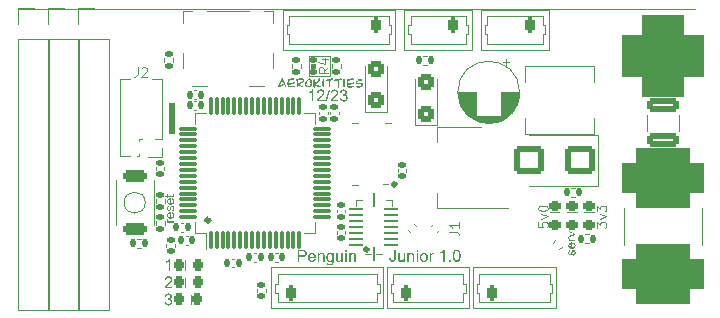
<source format=gto>
G04 #@! TF.GenerationSoftware,KiCad,Pcbnew,7.0.6*
G04 #@! TF.CreationDate,2023-12-21T05:01:06+03:00*
G04 #@! TF.ProjectId,Penguin Junior,50656e67-7569-46e2-904a-756e696f722e,rev?*
G04 #@! TF.SameCoordinates,Original*
G04 #@! TF.FileFunction,Legend,Top*
G04 #@! TF.FilePolarity,Positive*
%FSLAX46Y46*%
G04 Gerber Fmt 4.6, Leading zero omitted, Abs format (unit mm)*
G04 Created by KiCad (PCBNEW 7.0.6) date 2023-12-21 05:01:06*
%MOMM*%
%LPD*%
G01*
G04 APERTURE LIST*
G04 Aperture macros list*
%AMRoundRect*
0 Rectangle with rounded corners*
0 $1 Rounding radius*
0 $2 $3 $4 $5 $6 $7 $8 $9 X,Y pos of 4 corners*
0 Add a 4 corners polygon primitive as box body*
4,1,4,$2,$3,$4,$5,$6,$7,$8,$9,$2,$3,0*
0 Add four circle primitives for the rounded corners*
1,1,$1+$1,$2,$3*
1,1,$1+$1,$4,$5*
1,1,$1+$1,$6,$7*
1,1,$1+$1,$8,$9*
0 Add four rect primitives between the rounded corners*
20,1,$1+$1,$2,$3,$4,$5,0*
20,1,$1+$1,$4,$5,$6,$7,0*
20,1,$1+$1,$6,$7,$8,$9,0*
20,1,$1+$1,$8,$9,$2,$3,0*%
G04 Aperture macros list end*
%ADD10C,0.100000*%
%ADD11C,0.120000*%
%ADD12C,0.150000*%
%ADD13C,0.350000*%
%ADD14C,0.300000*%
%ADD15RoundRect,0.200000X0.200000X0.450000X-0.200000X0.450000X-0.200000X-0.450000X0.200000X-0.450000X0*%
%ADD16O,0.800000X1.300000*%
%ADD17RoundRect,0.140000X-0.170000X0.140000X-0.170000X-0.140000X0.170000X-0.140000X0.170000X0.140000X0*%
%ADD18RoundRect,0.250000X0.425000X-0.450000X0.425000X0.450000X-0.425000X0.450000X-0.425000X-0.450000X0*%
%ADD19RoundRect,0.140000X-0.021213X0.219203X-0.219203X0.021213X0.021213X-0.219203X0.219203X-0.021213X0*%
%ADD20RoundRect,0.218750X-0.218750X-0.256250X0.218750X-0.256250X0.218750X0.256250X-0.218750X0.256250X0*%
%ADD21RoundRect,0.250000X1.000000X0.900000X-1.000000X0.900000X-1.000000X-0.900000X1.000000X-0.900000X0*%
%ADD22RoundRect,1.250000X-2.250000X1.250000X-2.250000X-1.250000X2.250000X-1.250000X2.250000X1.250000X0*%
%ADD23C,0.700000*%
%ADD24C,4.400000*%
%ADD25RoundRect,1.750000X-1.750000X-1.750000X1.750000X-1.750000X1.750000X1.750000X-1.750000X1.750000X0*%
%ADD26RoundRect,0.075000X0.075000X-0.700000X0.075000X0.700000X-0.075000X0.700000X-0.075000X-0.700000X0*%
%ADD27RoundRect,0.075000X0.700000X-0.075000X0.700000X0.075000X-0.700000X0.075000X-0.700000X-0.075000X0*%
%ADD28RoundRect,0.218750X-0.256250X0.218750X-0.256250X-0.218750X0.256250X-0.218750X0.256250X0.218750X0*%
%ADD29R,1.600000X1.600000*%
%ADD30C,1.600000*%
%ADD31RoundRect,0.140000X0.170000X-0.140000X0.170000X0.140000X-0.170000X0.140000X-0.170000X-0.140000X0*%
%ADD32RoundRect,0.200000X-0.200000X-0.450000X0.200000X-0.450000X0.200000X0.450000X-0.200000X0.450000X0*%
%ADD33RoundRect,0.250000X-1.100000X0.325000X-1.100000X-0.325000X1.100000X-0.325000X1.100000X0.325000X0*%
%ADD34R,1.700000X1.700000*%
%ADD35O,1.700000X1.700000*%
%ADD36RoundRect,0.135000X0.185000X-0.135000X0.185000X0.135000X-0.185000X0.135000X-0.185000X-0.135000X0*%
%ADD37RoundRect,0.135000X0.135000X0.185000X-0.135000X0.185000X-0.135000X-0.185000X0.135000X-0.185000X0*%
%ADD38R,1.000000X1.000000*%
%ADD39O,1.000000X1.000000*%
%ADD40R,1.900000X2.500000*%
%ADD41RoundRect,0.140000X0.219203X0.021213X0.021213X0.219203X-0.219203X-0.021213X-0.021213X-0.219203X0*%
%ADD42RoundRect,0.250000X0.750000X0.250000X-0.750000X0.250000X-0.750000X-0.250000X0.750000X-0.250000X0*%
%ADD43RoundRect,0.140000X0.140000X0.170000X-0.140000X0.170000X-0.140000X-0.170000X0.140000X-0.170000X0*%
%ADD44R,0.400000X1.800000*%
%ADD45O,1.090000X2.000000*%
%ADD46O,1.050000X1.600000*%
%ADD47RoundRect,0.135000X-0.135000X-0.185000X0.135000X-0.185000X0.135000X0.185000X-0.135000X0.185000X0*%
%ADD48R,1.500000X0.550000*%
%ADD49RoundRect,0.140000X-0.140000X-0.170000X0.140000X-0.170000X0.140000X0.170000X-0.140000X0.170000X0*%
%ADD50R,1.400000X1.200000*%
%ADD51RoundRect,0.218750X0.218750X0.256250X-0.218750X0.256250X-0.218750X-0.256250X0.218750X-0.256250X0*%
%ADD52R,2.000000X1.500000*%
%ADD53R,2.000000X3.800000*%
%ADD54RoundRect,0.062500X0.525000X0.062500X-0.525000X0.062500X-0.525000X-0.062500X0.525000X-0.062500X0*%
%ADD55RoundRect,0.062500X0.062500X-0.525000X0.062500X0.525000X-0.062500X0.525000X-0.062500X-0.525000X0*%
%ADD56RoundRect,0.135000X-0.185000X0.135000X-0.185000X-0.135000X0.185000X-0.135000X0.185000X0.135000X0*%
%ADD57RoundRect,0.135000X0.035355X-0.226274X0.226274X-0.035355X-0.035355X0.226274X-0.226274X0.035355X0*%
G04 APERTURE END LIST*
D10*
X101905000Y-83460000D02*
X159155000Y-83460000D01*
D11*
X126470000Y-87430000D02*
X128270000Y-87430000D01*
X128270000Y-89130000D01*
X126470000Y-89130000D01*
X126470000Y-87430000D01*
D12*
G36*
X114740251Y-108008499D02*
G01*
X114751596Y-108011668D01*
X114762610Y-108015189D01*
X114773295Y-108019064D01*
X114783650Y-108023291D01*
X114793674Y-108027872D01*
X114803368Y-108032805D01*
X114812733Y-108038092D01*
X114821767Y-108043731D01*
X114830471Y-108049724D01*
X114838845Y-108056069D01*
X114846888Y-108062768D01*
X114854602Y-108069819D01*
X114861986Y-108077224D01*
X114869039Y-108084982D01*
X114875763Y-108093092D01*
X114882156Y-108101556D01*
X114888189Y-108110260D01*
X114893834Y-108119153D01*
X114899089Y-108128234D01*
X114903954Y-108137505D01*
X114908431Y-108146965D01*
X114912518Y-108156613D01*
X114916216Y-108166451D01*
X114919525Y-108176477D01*
X114922444Y-108186692D01*
X114924975Y-108197097D01*
X114927116Y-108207690D01*
X114928867Y-108218472D01*
X114930230Y-108229443D01*
X114931203Y-108240602D01*
X114931787Y-108251951D01*
X114931981Y-108263489D01*
X114931608Y-108280598D01*
X114930489Y-108297305D01*
X114928624Y-108313609D01*
X114926013Y-108329511D01*
X114922655Y-108345010D01*
X114918552Y-108360106D01*
X114913702Y-108374799D01*
X114908107Y-108389091D01*
X114901765Y-108402979D01*
X114894677Y-108416465D01*
X114886843Y-108429548D01*
X114878263Y-108442229D01*
X114868937Y-108454507D01*
X114858865Y-108466382D01*
X114848047Y-108477855D01*
X114836482Y-108488925D01*
X114824366Y-108499424D01*
X114811890Y-108509247D01*
X114799056Y-108518391D01*
X114785863Y-108526859D01*
X114772311Y-108534649D01*
X114758401Y-108541761D01*
X114744132Y-108548197D01*
X114729504Y-108553954D01*
X114714517Y-108559035D01*
X114699172Y-108563438D01*
X114683468Y-108567164D01*
X114667405Y-108570212D01*
X114650984Y-108572583D01*
X114634204Y-108574276D01*
X114617065Y-108575292D01*
X114599567Y-108575631D01*
X114581975Y-108575330D01*
X114564797Y-108574425D01*
X114548033Y-108572918D01*
X114531683Y-108570807D01*
X114515747Y-108568094D01*
X114500225Y-108564778D01*
X114485117Y-108560858D01*
X114470423Y-108556336D01*
X114456144Y-108551211D01*
X114442278Y-108545482D01*
X114428827Y-108539151D01*
X114415789Y-108532217D01*
X114403166Y-108524680D01*
X114390957Y-108516540D01*
X114379162Y-108507796D01*
X114367780Y-108498450D01*
X114356958Y-108488608D01*
X114346779Y-108478377D01*
X114337243Y-108467756D01*
X114328350Y-108456746D01*
X114320101Y-108445347D01*
X114312494Y-108433558D01*
X114305530Y-108421380D01*
X114299209Y-108408813D01*
X114293532Y-108395857D01*
X114288497Y-108382511D01*
X114284105Y-108368776D01*
X114280357Y-108354652D01*
X114277251Y-108340139D01*
X114274789Y-108325236D01*
X114272969Y-108309944D01*
X114271793Y-108294263D01*
X114405882Y-108294263D01*
X114406322Y-108307281D01*
X114407643Y-108319955D01*
X114409843Y-108332285D01*
X114412923Y-108344272D01*
X114416884Y-108355916D01*
X114421725Y-108367216D01*
X114427446Y-108378172D01*
X114434047Y-108388785D01*
X114441528Y-108399055D01*
X114449889Y-108408981D01*
X114455952Y-108415408D01*
X114465764Y-108424487D01*
X114476331Y-108432673D01*
X114487654Y-108439966D01*
X114499733Y-108446366D01*
X114512567Y-108451872D01*
X114526157Y-108456486D01*
X114535636Y-108459066D01*
X114545452Y-108461249D01*
X114555603Y-108463035D01*
X114566090Y-108464424D01*
X114576913Y-108465416D01*
X114588072Y-108466012D01*
X114599567Y-108466210D01*
X114610750Y-108465992D01*
X114621648Y-108465336D01*
X114632259Y-108464244D01*
X114642584Y-108462715D01*
X114652623Y-108460748D01*
X114662375Y-108458345D01*
X114671842Y-108455505D01*
X114685505Y-108450425D01*
X114698523Y-108444362D01*
X114710898Y-108437316D01*
X114722629Y-108429287D01*
X114733716Y-108420274D01*
X114744159Y-108410279D01*
X114753805Y-108399456D01*
X114762503Y-108388053D01*
X114770251Y-108376072D01*
X114777051Y-108363510D01*
X114782902Y-108350369D01*
X114787805Y-108336648D01*
X114790546Y-108327179D01*
X114792865Y-108317452D01*
X114794763Y-108307468D01*
X114796239Y-108297226D01*
X114797293Y-108286726D01*
X114797925Y-108275969D01*
X114798136Y-108264954D01*
X114797917Y-108253730D01*
X114797259Y-108242835D01*
X114796161Y-108232268D01*
X114794625Y-108222028D01*
X114792650Y-108212118D01*
X114790237Y-108202535D01*
X114785793Y-108188776D01*
X114780362Y-108175756D01*
X114773943Y-108163474D01*
X114766537Y-108151931D01*
X114758144Y-108141126D01*
X114748763Y-108131059D01*
X114741960Y-108124759D01*
X114731025Y-108115942D01*
X114719191Y-108107992D01*
X114706461Y-108100909D01*
X114697476Y-108096669D01*
X114688091Y-108092815D01*
X114678308Y-108089346D01*
X114668126Y-108086262D01*
X114657546Y-108083564D01*
X114646566Y-108081252D01*
X114635188Y-108079324D01*
X114623411Y-108077783D01*
X114611235Y-108076626D01*
X114598660Y-108075855D01*
X114585687Y-108075470D01*
X114579050Y-108075422D01*
X114529469Y-108075422D01*
X114529469Y-107966001D01*
X114559023Y-107966001D01*
X114570593Y-107965841D01*
X114581796Y-107965361D01*
X114592632Y-107964560D01*
X114603101Y-107963440D01*
X114613202Y-107962000D01*
X114622936Y-107960239D01*
X114641302Y-107955758D01*
X114658198Y-107949996D01*
X114673626Y-107942954D01*
X114687584Y-107934632D01*
X114700073Y-107925029D01*
X114711092Y-107914146D01*
X114720643Y-107901983D01*
X114728724Y-107888539D01*
X114735335Y-107873814D01*
X114740478Y-107857810D01*
X114744151Y-107840525D01*
X114746355Y-107821960D01*
X114746906Y-107812197D01*
X114747090Y-107802114D01*
X114746727Y-107788901D01*
X114745638Y-107776280D01*
X114743824Y-107764251D01*
X114741285Y-107752815D01*
X114738020Y-107741972D01*
X114734029Y-107731720D01*
X114729313Y-107722062D01*
X114723871Y-107712996D01*
X114717704Y-107704522D01*
X114710811Y-107696641D01*
X114705812Y-107691716D01*
X114697820Y-107684863D01*
X114689232Y-107678684D01*
X114680046Y-107673180D01*
X114670264Y-107668349D01*
X114659885Y-107664192D01*
X114648909Y-107660710D01*
X114637336Y-107657901D01*
X114625167Y-107655767D01*
X114612400Y-107654306D01*
X114599037Y-107653520D01*
X114589797Y-107653370D01*
X114571094Y-107653981D01*
X114553455Y-107655812D01*
X114536878Y-107658866D01*
X114521363Y-107663140D01*
X114506912Y-107668635D01*
X114493523Y-107675352D01*
X114481198Y-107683290D01*
X114469935Y-107692449D01*
X114459735Y-107702829D01*
X114450598Y-107714431D01*
X114442523Y-107727254D01*
X114435512Y-107741297D01*
X114429563Y-107756563D01*
X114424678Y-107773049D01*
X114420855Y-107790757D01*
X114418094Y-107809685D01*
X114284982Y-107809685D01*
X114287051Y-107793715D01*
X114289657Y-107778228D01*
X114292799Y-107763223D01*
X114296477Y-107748701D01*
X114300691Y-107734662D01*
X114305441Y-107721105D01*
X114310728Y-107708032D01*
X114316550Y-107695441D01*
X114322909Y-107683333D01*
X114329804Y-107671707D01*
X114337236Y-107660565D01*
X114345203Y-107649905D01*
X114353707Y-107639728D01*
X114362747Y-107630033D01*
X114372323Y-107620822D01*
X114382435Y-107612093D01*
X114392995Y-107603841D01*
X114403852Y-107596122D01*
X114415007Y-107588935D01*
X114426460Y-107582280D01*
X114438210Y-107576158D01*
X114450258Y-107570568D01*
X114462604Y-107565510D01*
X114475247Y-107560985D01*
X114488188Y-107556992D01*
X114501427Y-107553532D01*
X114514963Y-107550604D01*
X114528797Y-107548208D01*
X114542929Y-107546345D01*
X114557359Y-107545014D01*
X114572086Y-107544215D01*
X114587110Y-107543949D01*
X114603748Y-107544232D01*
X114619953Y-107545079D01*
X114635728Y-107546491D01*
X114651072Y-107548468D01*
X114665984Y-107551009D01*
X114680465Y-107554116D01*
X114694514Y-107557787D01*
X114708133Y-107562023D01*
X114721320Y-107566824D01*
X114734076Y-107572190D01*
X114746401Y-107578120D01*
X114758294Y-107584616D01*
X114769756Y-107591676D01*
X114780787Y-107599301D01*
X114791387Y-107607491D01*
X114801556Y-107616245D01*
X114811198Y-107625414D01*
X114820217Y-107634907D01*
X114828615Y-107644724D01*
X114836391Y-107654866D01*
X114843544Y-107665332D01*
X114850076Y-107676123D01*
X114855986Y-107687238D01*
X114861273Y-107698677D01*
X114865938Y-107710441D01*
X114869982Y-107722529D01*
X114873403Y-107734941D01*
X114876202Y-107747678D01*
X114878380Y-107760740D01*
X114879935Y-107774125D01*
X114880868Y-107787835D01*
X114881179Y-107801870D01*
X114880874Y-107813760D01*
X114879960Y-107825526D01*
X114878435Y-107837167D01*
X114876302Y-107848684D01*
X114873558Y-107860077D01*
X114870205Y-107871344D01*
X114866242Y-107882488D01*
X114861670Y-107893507D01*
X114856488Y-107904401D01*
X114850696Y-107915171D01*
X114846496Y-107922281D01*
X114839669Y-107932626D01*
X114832194Y-107942503D01*
X114824070Y-107951912D01*
X114815298Y-107960853D01*
X114805878Y-107969326D01*
X114795809Y-107977331D01*
X114785092Y-107984867D01*
X114773727Y-107991936D01*
X114761714Y-107998537D01*
X114749052Y-108004670D01*
X114740251Y-108008499D01*
G37*
G36*
X126847564Y-91290000D02*
G01*
X126718360Y-91290000D01*
X126718360Y-90516482D01*
X126708224Y-90523078D01*
X126697420Y-90529248D01*
X126685945Y-90534992D01*
X126673801Y-90540311D01*
X126660986Y-90545205D01*
X126647502Y-90549673D01*
X126633349Y-90553715D01*
X126618525Y-90557332D01*
X126603032Y-90560523D01*
X126586869Y-90563289D01*
X126570036Y-90565630D01*
X126552534Y-90567544D01*
X126534362Y-90569034D01*
X126515520Y-90570098D01*
X126496008Y-90570736D01*
X126486001Y-90570895D01*
X126475826Y-90570949D01*
X126475826Y-90461528D01*
X126490451Y-90461345D01*
X126504681Y-90460795D01*
X126518516Y-90459879D01*
X126531956Y-90458597D01*
X126545002Y-90456948D01*
X126557652Y-90454933D01*
X126569907Y-90452552D01*
X126581767Y-90449804D01*
X126593232Y-90446690D01*
X126604302Y-90443210D01*
X126614977Y-90439363D01*
X126625257Y-90435150D01*
X126635142Y-90430570D01*
X126644633Y-90425624D01*
X126653728Y-90420312D01*
X126662428Y-90414633D01*
X126670733Y-90408588D01*
X126678643Y-90402177D01*
X126686159Y-90395399D01*
X126693279Y-90388255D01*
X126700004Y-90380744D01*
X126706334Y-90372868D01*
X126712270Y-90364624D01*
X126717810Y-90356015D01*
X126722955Y-90347039D01*
X126727706Y-90337697D01*
X126732061Y-90327988D01*
X126736021Y-90317913D01*
X126739587Y-90307472D01*
X126742757Y-90296664D01*
X126745533Y-90285490D01*
X126747913Y-90273949D01*
X126847564Y-90273949D01*
X126847564Y-91290000D01*
G37*
G36*
X127808904Y-91290000D02*
G01*
X127141877Y-91290000D01*
X127142099Y-91278735D01*
X127142766Y-91267533D01*
X127143877Y-91256394D01*
X127145433Y-91245318D01*
X127147434Y-91234305D01*
X127149879Y-91223356D01*
X127152769Y-91212469D01*
X127156104Y-91201645D01*
X127159883Y-91190884D01*
X127164107Y-91180186D01*
X127168775Y-91169551D01*
X127173888Y-91158978D01*
X127179445Y-91148469D01*
X127185447Y-91138023D01*
X127191894Y-91127640D01*
X127198785Y-91117320D01*
X127206301Y-91106853D01*
X127214558Y-91096090D01*
X127223558Y-91085031D01*
X127233300Y-91073677D01*
X127243784Y-91062026D01*
X127255011Y-91050081D01*
X127266980Y-91037839D01*
X127279691Y-91025301D01*
X127293144Y-91012468D01*
X127307340Y-90999339D01*
X127314716Y-90992664D01*
X127322278Y-90985914D01*
X127330025Y-90979091D01*
X127337958Y-90972194D01*
X127346076Y-90965223D01*
X127354380Y-90958177D01*
X127362870Y-90951058D01*
X127371545Y-90943865D01*
X127380406Y-90936598D01*
X127389452Y-90929258D01*
X127398684Y-90921843D01*
X127408101Y-90914354D01*
X127417518Y-90906861D01*
X127426747Y-90899463D01*
X127435788Y-90892160D01*
X127444642Y-90884953D01*
X127453309Y-90877842D01*
X127461788Y-90870825D01*
X127470080Y-90863904D01*
X127478184Y-90857079D01*
X127486100Y-90850349D01*
X127493830Y-90843714D01*
X127501371Y-90837175D01*
X127508726Y-90830731D01*
X127522872Y-90818130D01*
X127536268Y-90805910D01*
X127548914Y-90794072D01*
X127560810Y-90782616D01*
X127571957Y-90771541D01*
X127582353Y-90760847D01*
X127592000Y-90750536D01*
X127600897Y-90740606D01*
X127609044Y-90731057D01*
X127616441Y-90721891D01*
X127623273Y-90712839D01*
X127629664Y-90703637D01*
X127635615Y-90694285D01*
X127641124Y-90684781D01*
X127646193Y-90675127D01*
X127650822Y-90665322D01*
X127655009Y-90655366D01*
X127658756Y-90645259D01*
X127662061Y-90635002D01*
X127664927Y-90624594D01*
X127667351Y-90614035D01*
X127669334Y-90603326D01*
X127670877Y-90592466D01*
X127671979Y-90581455D01*
X127672640Y-90570293D01*
X127672861Y-90558981D01*
X127672673Y-90548889D01*
X127672109Y-90539071D01*
X127670558Y-90524855D01*
X127668162Y-90511253D01*
X127664920Y-90498265D01*
X127660832Y-90485891D01*
X127655898Y-90474131D01*
X127650118Y-90462985D01*
X127643493Y-90452452D01*
X127636022Y-90442534D01*
X127627705Y-90433230D01*
X127624745Y-90430265D01*
X127615380Y-90421884D01*
X127605327Y-90414328D01*
X127594588Y-90407596D01*
X127583162Y-90401688D01*
X127571050Y-90396605D01*
X127558250Y-90392346D01*
X127544763Y-90388911D01*
X127530589Y-90386301D01*
X127520758Y-90385019D01*
X127510622Y-90384103D01*
X127500181Y-90383553D01*
X127489434Y-90383370D01*
X127475474Y-90383789D01*
X127461897Y-90385044D01*
X127448701Y-90387137D01*
X127435888Y-90390068D01*
X127423456Y-90393835D01*
X127411407Y-90398440D01*
X127399740Y-90403881D01*
X127388455Y-90410160D01*
X127377552Y-90417277D01*
X127367031Y-90425230D01*
X127360230Y-90430997D01*
X127350611Y-90440320D01*
X127341811Y-90450429D01*
X127333832Y-90461323D01*
X127326673Y-90473003D01*
X127320334Y-90485469D01*
X127314815Y-90498720D01*
X127311591Y-90507991D01*
X127308732Y-90517611D01*
X127306237Y-90527580D01*
X127304106Y-90537898D01*
X127302340Y-90548566D01*
X127300939Y-90559583D01*
X127299902Y-90570949D01*
X127166057Y-90570949D01*
X127167726Y-90554247D01*
X127169988Y-90537972D01*
X127172840Y-90522122D01*
X127176284Y-90506697D01*
X127180320Y-90491698D01*
X127184947Y-90477125D01*
X127190166Y-90462977D01*
X127195976Y-90449255D01*
X127202378Y-90435958D01*
X127209372Y-90423086D01*
X127216957Y-90410640D01*
X127225133Y-90398620D01*
X127233901Y-90387025D01*
X127243260Y-90375856D01*
X127253211Y-90365112D01*
X127263754Y-90354794D01*
X127274836Y-90345004D01*
X127286346Y-90335846D01*
X127298284Y-90327319D01*
X127310648Y-90319424D01*
X127323441Y-90312161D01*
X127336660Y-90305529D01*
X127350307Y-90299529D01*
X127364382Y-90294160D01*
X127378884Y-90289423D01*
X127393813Y-90285318D01*
X127409170Y-90281844D01*
X127424954Y-90279002D01*
X127441166Y-90276791D01*
X127457805Y-90275212D01*
X127474871Y-90274265D01*
X127492365Y-90273949D01*
X127510903Y-90274260D01*
X127528902Y-90275193D01*
X127546364Y-90276749D01*
X127563287Y-90278926D01*
X127579672Y-90281725D01*
X127595520Y-90285146D01*
X127610829Y-90289190D01*
X127625600Y-90293855D01*
X127639833Y-90299143D01*
X127653527Y-90305052D01*
X127666684Y-90311584D01*
X127679303Y-90318737D01*
X127691383Y-90326513D01*
X127702925Y-90334911D01*
X127713930Y-90343931D01*
X127724396Y-90353572D01*
X127734304Y-90363652D01*
X127743573Y-90374047D01*
X127752202Y-90384756D01*
X127760193Y-90395781D01*
X127767544Y-90407120D01*
X127774256Y-90418774D01*
X127780328Y-90430743D01*
X127785762Y-90443026D01*
X127790556Y-90455625D01*
X127794711Y-90468538D01*
X127798227Y-90481767D01*
X127801103Y-90495310D01*
X127803341Y-90509168D01*
X127804939Y-90523340D01*
X127805898Y-90537828D01*
X127806217Y-90552630D01*
X127805981Y-90566057D01*
X127805271Y-90579287D01*
X127804088Y-90592321D01*
X127802431Y-90605158D01*
X127800302Y-90617798D01*
X127797699Y-90630242D01*
X127794623Y-90642490D01*
X127791074Y-90654541D01*
X127787052Y-90666395D01*
X127782556Y-90678053D01*
X127777587Y-90689514D01*
X127772145Y-90700779D01*
X127766230Y-90711847D01*
X127759842Y-90722719D01*
X127752980Y-90733394D01*
X127745645Y-90743872D01*
X127737637Y-90754475D01*
X127728697Y-90765583D01*
X127718823Y-90777197D01*
X127708016Y-90789317D01*
X127696276Y-90801942D01*
X127683603Y-90815073D01*
X127669997Y-90828710D01*
X127662845Y-90835718D01*
X127655458Y-90842852D01*
X127647839Y-90850113D01*
X127639986Y-90857500D01*
X127631900Y-90865013D01*
X127623581Y-90872653D01*
X127615028Y-90880420D01*
X127606242Y-90888313D01*
X127597223Y-90896332D01*
X127587971Y-90904477D01*
X127578485Y-90912749D01*
X127568766Y-90921148D01*
X127558814Y-90929673D01*
X127548629Y-90938324D01*
X127538210Y-90947102D01*
X127527558Y-90956006D01*
X127516673Y-90965037D01*
X127505554Y-90974193D01*
X127494506Y-90983312D01*
X127483802Y-90992226D01*
X127473442Y-91000937D01*
X127463426Y-91009445D01*
X127453754Y-91017748D01*
X127444426Y-91025848D01*
X127435442Y-91033744D01*
X127426801Y-91041437D01*
X127418505Y-91048925D01*
X127410552Y-91056210D01*
X127402944Y-91063292D01*
X127395679Y-91070169D01*
X127382182Y-91083314D01*
X127370061Y-91095643D01*
X127359315Y-91107158D01*
X127349945Y-91117858D01*
X127341951Y-91127743D01*
X127335332Y-91136813D01*
X127330090Y-91145069D01*
X127324805Y-91155925D01*
X127322616Y-91164947D01*
X127808904Y-91164947D01*
X127808904Y-91290000D01*
G37*
G36*
X128268080Y-90289581D02*
G01*
X127976943Y-91290000D01*
X127877292Y-91290000D01*
X128168429Y-90289581D01*
X128268080Y-90289581D01*
G37*
G36*
X128976385Y-91290000D02*
G01*
X128309357Y-91290000D01*
X128309580Y-91278735D01*
X128310247Y-91267533D01*
X128311358Y-91256394D01*
X128312914Y-91245318D01*
X128314915Y-91234305D01*
X128317360Y-91223356D01*
X128320250Y-91212469D01*
X128323585Y-91201645D01*
X128327364Y-91190884D01*
X128331587Y-91180186D01*
X128336256Y-91169551D01*
X128341369Y-91158978D01*
X128346926Y-91148469D01*
X128352928Y-91138023D01*
X128359375Y-91127640D01*
X128366266Y-91117320D01*
X128373781Y-91106853D01*
X128382039Y-91096090D01*
X128391039Y-91085031D01*
X128400781Y-91073677D01*
X128411265Y-91062026D01*
X128422492Y-91050081D01*
X128434460Y-91037839D01*
X128447172Y-91025301D01*
X128460625Y-91012468D01*
X128474821Y-90999339D01*
X128482197Y-90992664D01*
X128489759Y-90985914D01*
X128497506Y-90979091D01*
X128505439Y-90972194D01*
X128513557Y-90965223D01*
X128521861Y-90958177D01*
X128530351Y-90951058D01*
X128539026Y-90943865D01*
X128547887Y-90936598D01*
X128556933Y-90929258D01*
X128566165Y-90921843D01*
X128575582Y-90914354D01*
X128584999Y-90906861D01*
X128594228Y-90899463D01*
X128603269Y-90892160D01*
X128612123Y-90884953D01*
X128620790Y-90877842D01*
X128629269Y-90870825D01*
X128637560Y-90863904D01*
X128645665Y-90857079D01*
X128653581Y-90850349D01*
X128661310Y-90843714D01*
X128668852Y-90837175D01*
X128676206Y-90830731D01*
X128690352Y-90818130D01*
X128703749Y-90805910D01*
X128716395Y-90794072D01*
X128728291Y-90782616D01*
X128739438Y-90771541D01*
X128749834Y-90760847D01*
X128759481Y-90750536D01*
X128768378Y-90740606D01*
X128776524Y-90731057D01*
X128783921Y-90721891D01*
X128790753Y-90712839D01*
X128797145Y-90703637D01*
X128803095Y-90694285D01*
X128808605Y-90684781D01*
X128813674Y-90675127D01*
X128818302Y-90665322D01*
X128822490Y-90655366D01*
X128826236Y-90645259D01*
X128829542Y-90635002D01*
X128832407Y-90624594D01*
X128834832Y-90614035D01*
X128836815Y-90603326D01*
X128838358Y-90592466D01*
X128839460Y-90581455D01*
X128840121Y-90570293D01*
X128840341Y-90558981D01*
X128840153Y-90548889D01*
X128839590Y-90539071D01*
X128838039Y-90524855D01*
X128835643Y-90511253D01*
X128832400Y-90498265D01*
X128828312Y-90485891D01*
X128823379Y-90474131D01*
X128817599Y-90462985D01*
X128810974Y-90452452D01*
X128803503Y-90442534D01*
X128795186Y-90433230D01*
X128792226Y-90430265D01*
X128782860Y-90421884D01*
X128772808Y-90414328D01*
X128762069Y-90407596D01*
X128750643Y-90401688D01*
X128738530Y-90396605D01*
X128725730Y-90392346D01*
X128712244Y-90388911D01*
X128698070Y-90386301D01*
X128688239Y-90385019D01*
X128678103Y-90384103D01*
X128667662Y-90383553D01*
X128656915Y-90383370D01*
X128642955Y-90383789D01*
X128629378Y-90385044D01*
X128616182Y-90387137D01*
X128603369Y-90390068D01*
X128590937Y-90393835D01*
X128578888Y-90398440D01*
X128567221Y-90403881D01*
X128555936Y-90410160D01*
X128545033Y-90417277D01*
X128534512Y-90425230D01*
X128527711Y-90430997D01*
X128518091Y-90440320D01*
X128509292Y-90450429D01*
X128501313Y-90461323D01*
X128494154Y-90473003D01*
X128487815Y-90485469D01*
X128482296Y-90498720D01*
X128479072Y-90507991D01*
X128476213Y-90517611D01*
X128473718Y-90527580D01*
X128471587Y-90537898D01*
X128469821Y-90548566D01*
X128468420Y-90559583D01*
X128467383Y-90570949D01*
X128333538Y-90570949D01*
X128335207Y-90554247D01*
X128337468Y-90537972D01*
X128340321Y-90522122D01*
X128343765Y-90506697D01*
X128347801Y-90491698D01*
X128352428Y-90477125D01*
X128357647Y-90462977D01*
X128363457Y-90449255D01*
X128369859Y-90435958D01*
X128376852Y-90423086D01*
X128384437Y-90410640D01*
X128392614Y-90398620D01*
X128401382Y-90387025D01*
X128410741Y-90375856D01*
X128420692Y-90365112D01*
X128431235Y-90354794D01*
X128442317Y-90345004D01*
X128453827Y-90335846D01*
X128465765Y-90327319D01*
X128478129Y-90319424D01*
X128490922Y-90312161D01*
X128504141Y-90305529D01*
X128517788Y-90299529D01*
X128531863Y-90294160D01*
X128546365Y-90289423D01*
X128561294Y-90285318D01*
X128576651Y-90281844D01*
X128592435Y-90279002D01*
X128608647Y-90276791D01*
X128625286Y-90275212D01*
X128642352Y-90274265D01*
X128659846Y-90273949D01*
X128678384Y-90274260D01*
X128696383Y-90275193D01*
X128713845Y-90276749D01*
X128730768Y-90278926D01*
X128747153Y-90281725D01*
X128763000Y-90285146D01*
X128778309Y-90289190D01*
X128793080Y-90293855D01*
X128807313Y-90299143D01*
X128821008Y-90305052D01*
X128834165Y-90311584D01*
X128846783Y-90318737D01*
X128858864Y-90326513D01*
X128870406Y-90334911D01*
X128881410Y-90343931D01*
X128891877Y-90353572D01*
X128901785Y-90363652D01*
X128911054Y-90374047D01*
X128919683Y-90384756D01*
X128927674Y-90395781D01*
X128935025Y-90407120D01*
X128941737Y-90418774D01*
X128947809Y-90430743D01*
X128953243Y-90443026D01*
X128958037Y-90455625D01*
X128962192Y-90468538D01*
X128965708Y-90481767D01*
X128968584Y-90495310D01*
X128970822Y-90509168D01*
X128972420Y-90523340D01*
X128973378Y-90537828D01*
X128973698Y-90552630D01*
X128973461Y-90566057D01*
X128972752Y-90579287D01*
X128971569Y-90592321D01*
X128969912Y-90605158D01*
X128967783Y-90617798D01*
X128965180Y-90630242D01*
X128962104Y-90642490D01*
X128958555Y-90654541D01*
X128954533Y-90666395D01*
X128950037Y-90678053D01*
X128945068Y-90689514D01*
X128939626Y-90700779D01*
X128933711Y-90711847D01*
X128927322Y-90722719D01*
X128920461Y-90733394D01*
X128913126Y-90743872D01*
X128905118Y-90754475D01*
X128896178Y-90765583D01*
X128886304Y-90777197D01*
X128875497Y-90789317D01*
X128863757Y-90801942D01*
X128851084Y-90815073D01*
X128837478Y-90828710D01*
X128830325Y-90835718D01*
X128822939Y-90842852D01*
X128815320Y-90850113D01*
X128807467Y-90857500D01*
X128799381Y-90865013D01*
X128791062Y-90872653D01*
X128782509Y-90880420D01*
X128773723Y-90888313D01*
X128764704Y-90896332D01*
X128755452Y-90904477D01*
X128745966Y-90912749D01*
X128736247Y-90921148D01*
X128726295Y-90929673D01*
X128716110Y-90938324D01*
X128705691Y-90947102D01*
X128695039Y-90956006D01*
X128684154Y-90965037D01*
X128673035Y-90974193D01*
X128661987Y-90983312D01*
X128651283Y-90992226D01*
X128640923Y-91000937D01*
X128630907Y-91009445D01*
X128621235Y-91017748D01*
X128611907Y-91025848D01*
X128602922Y-91033744D01*
X128594282Y-91041437D01*
X128585986Y-91048925D01*
X128578033Y-91056210D01*
X128570425Y-91063292D01*
X128563160Y-91070169D01*
X128549663Y-91083314D01*
X128537541Y-91095643D01*
X128526796Y-91107158D01*
X128517426Y-91117858D01*
X128509431Y-91127743D01*
X128502813Y-91136813D01*
X128497570Y-91145069D01*
X128492286Y-91155925D01*
X128490097Y-91164947D01*
X128976385Y-91164947D01*
X128976385Y-91290000D01*
G37*
G36*
X129575024Y-90738499D02*
G01*
X129586369Y-90741668D01*
X129597384Y-90745189D01*
X129608068Y-90749064D01*
X129618423Y-90753291D01*
X129628447Y-90757872D01*
X129638142Y-90762805D01*
X129647506Y-90768092D01*
X129656540Y-90773731D01*
X129665244Y-90779724D01*
X129673618Y-90786069D01*
X129681662Y-90792768D01*
X129689375Y-90799819D01*
X129696759Y-90807224D01*
X129703812Y-90814982D01*
X129710536Y-90823092D01*
X129716929Y-90831556D01*
X129722963Y-90840260D01*
X129728607Y-90849153D01*
X129733862Y-90858234D01*
X129738728Y-90867505D01*
X129743204Y-90876965D01*
X129747291Y-90886613D01*
X129750989Y-90896451D01*
X129754298Y-90906477D01*
X129757218Y-90916692D01*
X129759748Y-90927097D01*
X129761889Y-90937690D01*
X129763640Y-90948472D01*
X129765003Y-90959443D01*
X129765976Y-90970602D01*
X129766560Y-90981951D01*
X129766755Y-90993489D01*
X129766382Y-91010598D01*
X129765262Y-91027305D01*
X129763397Y-91043609D01*
X129760786Y-91059511D01*
X129757428Y-91075010D01*
X129753325Y-91090106D01*
X129748475Y-91104799D01*
X129742880Y-91119091D01*
X129736538Y-91132979D01*
X129729450Y-91146465D01*
X129721616Y-91159548D01*
X129713036Y-91172229D01*
X129703710Y-91184507D01*
X129693638Y-91196382D01*
X129682820Y-91207855D01*
X129671256Y-91218925D01*
X129659139Y-91229424D01*
X129646663Y-91239247D01*
X129633829Y-91248391D01*
X129620636Y-91256859D01*
X129607085Y-91264649D01*
X129593174Y-91271761D01*
X129578905Y-91278197D01*
X129564277Y-91283954D01*
X129549291Y-91289035D01*
X129533945Y-91293438D01*
X129518241Y-91297164D01*
X129502178Y-91300212D01*
X129485757Y-91302583D01*
X129468977Y-91304276D01*
X129451838Y-91305292D01*
X129434340Y-91305631D01*
X129416748Y-91305330D01*
X129399570Y-91304425D01*
X129382806Y-91302918D01*
X129366456Y-91300807D01*
X129350520Y-91298094D01*
X129334998Y-91294778D01*
X129319890Y-91290858D01*
X129305197Y-91286336D01*
X129290917Y-91281211D01*
X129277051Y-91275482D01*
X129263600Y-91269151D01*
X129250563Y-91262217D01*
X129237939Y-91254680D01*
X129225730Y-91246540D01*
X129213935Y-91237796D01*
X129202554Y-91228450D01*
X129191732Y-91218608D01*
X129181553Y-91208377D01*
X129172017Y-91197756D01*
X129163124Y-91186746D01*
X129154874Y-91175347D01*
X129147267Y-91163558D01*
X129140303Y-91151380D01*
X129133982Y-91138813D01*
X129128305Y-91125857D01*
X129123270Y-91112511D01*
X129118878Y-91098776D01*
X129115130Y-91084652D01*
X129112024Y-91070139D01*
X129109562Y-91055236D01*
X129107743Y-91039944D01*
X129106566Y-91024263D01*
X129240655Y-91024263D01*
X129241096Y-91037281D01*
X129242416Y-91049955D01*
X129244616Y-91062285D01*
X129247697Y-91074272D01*
X129251657Y-91085916D01*
X129256498Y-91097216D01*
X129262219Y-91108172D01*
X129268820Y-91118785D01*
X129276301Y-91129055D01*
X129284662Y-91138981D01*
X129290725Y-91145408D01*
X129300537Y-91154487D01*
X129311104Y-91162673D01*
X129322427Y-91169966D01*
X129334506Y-91176366D01*
X129347340Y-91181872D01*
X129360930Y-91186486D01*
X129370409Y-91189066D01*
X129380225Y-91191249D01*
X129390376Y-91193035D01*
X129400864Y-91194424D01*
X129411687Y-91195416D01*
X129422845Y-91196012D01*
X129434340Y-91196210D01*
X129445524Y-91195992D01*
X129456421Y-91195336D01*
X129467032Y-91194244D01*
X129477357Y-91192715D01*
X129487396Y-91190748D01*
X129497149Y-91188345D01*
X129506615Y-91185505D01*
X129520278Y-91180425D01*
X129533297Y-91174362D01*
X129545671Y-91167316D01*
X129557402Y-91159287D01*
X129568489Y-91150274D01*
X129578932Y-91140279D01*
X129588578Y-91129456D01*
X129597276Y-91118053D01*
X129605025Y-91106072D01*
X129611824Y-91093510D01*
X129617676Y-91080369D01*
X129622578Y-91066648D01*
X129625319Y-91057179D01*
X129627638Y-91047452D01*
X129629536Y-91037468D01*
X129631012Y-91027226D01*
X129632066Y-91016726D01*
X129632699Y-91005969D01*
X129632909Y-90994954D01*
X129632690Y-90983730D01*
X129632032Y-90972835D01*
X129630935Y-90962268D01*
X129629398Y-90952028D01*
X129627424Y-90942118D01*
X129625010Y-90932535D01*
X129620566Y-90918776D01*
X129615135Y-90905756D01*
X129608717Y-90893474D01*
X129601311Y-90881931D01*
X129592917Y-90871126D01*
X129583536Y-90861059D01*
X129576734Y-90854759D01*
X129565798Y-90845942D01*
X129553965Y-90837992D01*
X129541234Y-90830909D01*
X129532249Y-90826669D01*
X129522864Y-90822815D01*
X129513081Y-90819346D01*
X129502900Y-90816262D01*
X129492319Y-90813564D01*
X129481339Y-90811252D01*
X129469961Y-90809324D01*
X129458184Y-90807783D01*
X129446008Y-90806626D01*
X129433433Y-90805855D01*
X129420460Y-90805470D01*
X129413824Y-90805422D01*
X129364242Y-90805422D01*
X129364242Y-90696001D01*
X129393796Y-90696001D01*
X129405366Y-90695841D01*
X129416569Y-90695361D01*
X129427405Y-90694560D01*
X129437874Y-90693440D01*
X129447975Y-90692000D01*
X129457709Y-90690239D01*
X129476075Y-90685758D01*
X129492972Y-90679996D01*
X129508399Y-90672954D01*
X129522357Y-90664632D01*
X129534846Y-90655029D01*
X129545866Y-90644146D01*
X129555416Y-90631983D01*
X129563497Y-90618539D01*
X129570109Y-90603814D01*
X129575251Y-90587810D01*
X129578924Y-90570525D01*
X129581128Y-90551960D01*
X129581679Y-90542197D01*
X129581863Y-90532114D01*
X129581500Y-90518901D01*
X129580412Y-90506280D01*
X129578598Y-90494251D01*
X129576058Y-90482815D01*
X129572793Y-90471972D01*
X129568802Y-90461720D01*
X129564086Y-90452062D01*
X129558644Y-90442996D01*
X129552477Y-90434522D01*
X129545584Y-90426641D01*
X129540586Y-90421716D01*
X129532594Y-90414863D01*
X129524005Y-90408684D01*
X129514819Y-90403180D01*
X129505037Y-90398349D01*
X129494658Y-90394192D01*
X129483682Y-90390710D01*
X129472109Y-90387901D01*
X129459940Y-90385767D01*
X129447174Y-90384306D01*
X129433811Y-90383520D01*
X129424570Y-90383370D01*
X129405868Y-90383981D01*
X129388228Y-90385812D01*
X129371651Y-90388866D01*
X129356137Y-90393140D01*
X129341685Y-90398635D01*
X129328297Y-90405352D01*
X129315971Y-90413290D01*
X129304708Y-90422449D01*
X129294508Y-90432829D01*
X129285371Y-90444431D01*
X129277297Y-90457254D01*
X129270285Y-90471297D01*
X129264337Y-90486563D01*
X129259451Y-90503049D01*
X129255628Y-90520757D01*
X129252868Y-90539685D01*
X129119755Y-90539685D01*
X129121825Y-90523715D01*
X129124430Y-90508228D01*
X129127572Y-90493223D01*
X129131250Y-90478701D01*
X129135464Y-90464662D01*
X129140214Y-90451105D01*
X129145501Y-90438032D01*
X129151324Y-90425441D01*
X129157683Y-90413333D01*
X129164578Y-90401707D01*
X129172009Y-90390565D01*
X129179976Y-90379905D01*
X129188480Y-90369728D01*
X129197520Y-90360033D01*
X129207096Y-90350822D01*
X129217208Y-90342093D01*
X129227768Y-90333841D01*
X129238625Y-90326122D01*
X129249780Y-90318935D01*
X129261233Y-90312280D01*
X129272983Y-90306158D01*
X129285031Y-90300568D01*
X129297377Y-90295510D01*
X129310020Y-90290985D01*
X129322961Y-90286992D01*
X129336200Y-90283532D01*
X129349737Y-90280604D01*
X129363571Y-90278208D01*
X129377702Y-90276345D01*
X129392132Y-90275014D01*
X129406859Y-90274215D01*
X129421884Y-90273949D01*
X129438521Y-90274232D01*
X129454727Y-90275079D01*
X129470501Y-90276491D01*
X129485845Y-90278468D01*
X129500757Y-90281009D01*
X129515238Y-90284116D01*
X129529288Y-90287787D01*
X129542906Y-90292023D01*
X129556093Y-90296824D01*
X129568849Y-90302190D01*
X129581174Y-90308120D01*
X129593067Y-90314616D01*
X129604530Y-90321676D01*
X129615561Y-90329301D01*
X129626160Y-90337491D01*
X129636329Y-90346245D01*
X129645971Y-90355414D01*
X129654991Y-90364907D01*
X129663388Y-90374724D01*
X129671164Y-90384866D01*
X129678318Y-90395332D01*
X129684849Y-90406123D01*
X129690759Y-90417238D01*
X129696046Y-90428677D01*
X129700712Y-90440441D01*
X129704755Y-90452529D01*
X129708176Y-90464941D01*
X129710976Y-90477678D01*
X129713153Y-90490740D01*
X129714708Y-90504125D01*
X129715641Y-90517835D01*
X129715952Y-90531870D01*
X129715647Y-90543760D01*
X129714733Y-90555526D01*
X129713209Y-90567167D01*
X129711075Y-90578684D01*
X129708331Y-90590077D01*
X129704978Y-90601344D01*
X129701016Y-90612488D01*
X129696443Y-90623507D01*
X129691261Y-90634401D01*
X129685469Y-90645171D01*
X129681270Y-90652281D01*
X129674442Y-90662626D01*
X129666967Y-90672503D01*
X129658843Y-90681912D01*
X129650071Y-90690853D01*
X129640651Y-90699326D01*
X129630582Y-90707331D01*
X129619866Y-90714867D01*
X129608500Y-90721936D01*
X129596487Y-90728537D01*
X129583825Y-90734670D01*
X129575024Y-90738499D01*
G37*
G36*
X149066505Y-104085310D02*
G01*
X149066322Y-104100035D01*
X149065772Y-104114314D01*
X149064856Y-104128147D01*
X149063574Y-104141535D01*
X149061925Y-104154477D01*
X149059910Y-104166973D01*
X149057529Y-104179023D01*
X149054781Y-104190628D01*
X149051667Y-104201786D01*
X149048187Y-104212500D01*
X149044340Y-104222767D01*
X149040127Y-104232588D01*
X149035547Y-104241964D01*
X149030601Y-104250894D01*
X149025289Y-104259379D01*
X149019610Y-104267418D01*
X149013565Y-104275010D01*
X149007154Y-104282158D01*
X149000376Y-104288859D01*
X148993232Y-104295115D01*
X148985721Y-104300925D01*
X148977845Y-104306289D01*
X148969601Y-104311207D01*
X148960992Y-104315680D01*
X148952016Y-104319707D01*
X148942674Y-104323288D01*
X148932965Y-104326424D01*
X148922890Y-104329113D01*
X148912449Y-104331357D01*
X148901641Y-104333155D01*
X148890467Y-104334508D01*
X148878926Y-104335415D01*
X148878926Y-104231465D01*
X148891041Y-104230761D01*
X148902374Y-104228943D01*
X148912925Y-104226011D01*
X148922695Y-104221964D01*
X148931683Y-104216803D01*
X148939889Y-104210527D01*
X148947314Y-104203137D01*
X148953958Y-104194633D01*
X148959819Y-104185015D01*
X148964900Y-104174282D01*
X148969198Y-104162434D01*
X148972715Y-104149473D01*
X148975451Y-104135397D01*
X148977405Y-104120206D01*
X148978089Y-104112193D01*
X148978577Y-104103901D01*
X148978870Y-104095331D01*
X148978968Y-104086482D01*
X148978870Y-104078566D01*
X148978357Y-104067138D01*
X148977405Y-104056245D01*
X148976013Y-104045888D01*
X148974181Y-104036068D01*
X148971909Y-104026783D01*
X148969198Y-104018033D01*
X148966048Y-104009820D01*
X148962457Y-104002142D01*
X148958427Y-103995000D01*
X148953958Y-103988394D01*
X148947461Y-103980472D01*
X148940573Y-103973606D01*
X148933295Y-103967796D01*
X148925625Y-103963042D01*
X148917565Y-103959345D01*
X148909115Y-103956704D01*
X148900273Y-103955119D01*
X148891041Y-103954591D01*
X148881491Y-103955107D01*
X148872674Y-103956655D01*
X148864589Y-103959235D01*
X148857237Y-103962847D01*
X148850618Y-103967490D01*
X148844732Y-103973166D01*
X148839579Y-103979873D01*
X148835158Y-103987613D01*
X148830905Y-103996919D01*
X148827519Y-104005340D01*
X148823965Y-104014999D01*
X148820242Y-104025893D01*
X148817667Y-104033843D01*
X148815017Y-104042343D01*
X148812292Y-104051392D01*
X148809492Y-104060991D01*
X148806618Y-104071139D01*
X148803669Y-104081837D01*
X148800645Y-104093085D01*
X148797546Y-104104882D01*
X148794372Y-104117228D01*
X148792757Y-104123607D01*
X148789486Y-104136262D01*
X148786169Y-104148483D01*
X148782806Y-104160271D01*
X148779397Y-104171625D01*
X148775943Y-104182546D01*
X148772442Y-104193033D01*
X148768896Y-104203087D01*
X148765304Y-104212707D01*
X148761667Y-104221894D01*
X148757983Y-104230647D01*
X148754254Y-104238966D01*
X148750479Y-104246852D01*
X148746658Y-104254305D01*
X148742791Y-104261324D01*
X148736905Y-104271039D01*
X148734921Y-104274061D01*
X148728485Y-104282546D01*
X148721193Y-104290197D01*
X148713047Y-104297013D01*
X148704045Y-104302995D01*
X148694188Y-104308141D01*
X148683476Y-104312454D01*
X148675860Y-104314865D01*
X148667863Y-104316905D01*
X148659486Y-104318574D01*
X148650729Y-104319872D01*
X148641592Y-104320800D01*
X148632075Y-104321356D01*
X148622178Y-104321542D01*
X148613166Y-104321311D01*
X148604351Y-104320620D01*
X148595734Y-104319467D01*
X148587312Y-104317854D01*
X148579088Y-104315779D01*
X148571061Y-104313244D01*
X148563231Y-104310247D01*
X148555598Y-104306789D01*
X148548161Y-104302871D01*
X148540922Y-104298491D01*
X148533879Y-104293651D01*
X148527033Y-104288349D01*
X148520385Y-104282587D01*
X148513933Y-104276363D01*
X148507678Y-104269678D01*
X148501620Y-104262533D01*
X148495823Y-104254977D01*
X148490400Y-104247112D01*
X148485351Y-104238936D01*
X148480676Y-104230451D01*
X148476375Y-104221656D01*
X148472448Y-104212551D01*
X148468895Y-104203137D01*
X148465716Y-104193412D01*
X148462911Y-104183377D01*
X148460480Y-104173033D01*
X148458423Y-104162379D01*
X148456740Y-104151414D01*
X148455431Y-104140140D01*
X148454496Y-104128556D01*
X148453935Y-104116662D01*
X148453748Y-104104459D01*
X148453907Y-104090353D01*
X148454383Y-104076685D01*
X148455177Y-104063456D01*
X148456288Y-104050664D01*
X148457717Y-104038311D01*
X148459464Y-104026396D01*
X148461527Y-104014918D01*
X148463909Y-104003879D01*
X148466608Y-103993279D01*
X148469624Y-103983116D01*
X148472958Y-103973391D01*
X148476609Y-103964105D01*
X148480578Y-103955256D01*
X148484865Y-103946846D01*
X148489469Y-103938873D01*
X148494390Y-103931339D01*
X148499629Y-103924243D01*
X148505186Y-103917585D01*
X148511060Y-103911366D01*
X148517251Y-103905584D01*
X148523760Y-103900240D01*
X148530587Y-103895335D01*
X148537731Y-103890868D01*
X148545193Y-103886838D01*
X148552972Y-103883247D01*
X148561069Y-103880094D01*
X148569483Y-103877379D01*
X148578214Y-103875102D01*
X148587264Y-103873264D01*
X148596630Y-103871863D01*
X148606315Y-103870901D01*
X148616316Y-103870376D01*
X148616316Y-103973740D01*
X148607230Y-103974864D01*
X148598731Y-103976869D01*
X148590817Y-103979755D01*
X148583490Y-103983522D01*
X148576749Y-103988169D01*
X148570594Y-103993698D01*
X148565025Y-104000107D01*
X148560043Y-104007397D01*
X148555646Y-104015567D01*
X148551836Y-104024619D01*
X148548612Y-104034551D01*
X148545974Y-104045364D01*
X148543923Y-104057058D01*
X148542457Y-104069633D01*
X148541578Y-104083088D01*
X148541285Y-104097424D01*
X148541446Y-104107050D01*
X148541931Y-104116363D01*
X148542738Y-104125364D01*
X148543868Y-104134052D01*
X148545321Y-104142427D01*
X148547096Y-104150490D01*
X148549195Y-104158240D01*
X148551616Y-104165678D01*
X148555347Y-104175109D01*
X148559652Y-104183984D01*
X148564457Y-104192044D01*
X148569788Y-104199030D01*
X148575644Y-104204940D01*
X148582025Y-104209776D01*
X148588931Y-104213538D01*
X148596362Y-104216224D01*
X148604318Y-104217836D01*
X148612799Y-104218374D01*
X148621052Y-104217961D01*
X148630534Y-104216287D01*
X148639091Y-104213325D01*
X148646723Y-104209074D01*
X148653429Y-104203536D01*
X148659210Y-104196709D01*
X148662234Y-104191995D01*
X148666206Y-104184161D01*
X148669397Y-104176659D01*
X148672771Y-104167762D01*
X148676326Y-104157470D01*
X148678798Y-104149835D01*
X148681350Y-104141579D01*
X148683983Y-104132704D01*
X148686697Y-104123209D01*
X148689492Y-104113095D01*
X148692368Y-104102360D01*
X148695325Y-104091006D01*
X148698363Y-104079032D01*
X148701482Y-104066438D01*
X148703071Y-104059909D01*
X148706305Y-104046884D01*
X148709608Y-104034285D01*
X148712979Y-104022111D01*
X148716419Y-104010364D01*
X148719928Y-103999043D01*
X148723505Y-103988147D01*
X148727151Y-103977678D01*
X148730866Y-103967634D01*
X148734650Y-103958016D01*
X148738502Y-103948824D01*
X148742423Y-103940058D01*
X148746412Y-103931718D01*
X148750471Y-103923804D01*
X148754597Y-103916315D01*
X148758793Y-103909253D01*
X148763057Y-103902616D01*
X148769905Y-103893433D01*
X148777625Y-103885152D01*
X148786217Y-103877775D01*
X148795682Y-103871301D01*
X148806019Y-103865731D01*
X148813395Y-103862519D01*
X148821159Y-103859709D01*
X148829311Y-103857300D01*
X148837850Y-103855293D01*
X148846777Y-103853687D01*
X148856092Y-103852482D01*
X148865795Y-103851679D01*
X148875885Y-103851278D01*
X148881076Y-103851228D01*
X148890983Y-103851476D01*
X148900676Y-103852220D01*
X148910156Y-103853460D01*
X148919422Y-103855197D01*
X148928474Y-103857429D01*
X148937312Y-103860158D01*
X148945937Y-103863383D01*
X148954348Y-103867103D01*
X148962546Y-103871320D01*
X148970530Y-103876034D01*
X148978299Y-103881243D01*
X148985856Y-103886948D01*
X148993198Y-103893150D01*
X149000327Y-103899847D01*
X149007242Y-103907041D01*
X149013944Y-103914731D01*
X149020308Y-103922839D01*
X149026263Y-103931287D01*
X149031806Y-103940076D01*
X149036939Y-103949206D01*
X149041661Y-103958675D01*
X149045973Y-103968486D01*
X149049874Y-103978636D01*
X149053364Y-103989127D01*
X149056444Y-103999959D01*
X149059113Y-104011130D01*
X149061372Y-104022643D01*
X149063220Y-104034495D01*
X149064657Y-104046688D01*
X149065683Y-104059222D01*
X149066299Y-104072096D01*
X149066505Y-104085310D01*
G37*
G36*
X148791390Y-103663063D02*
G01*
X148803116Y-103662067D01*
X148814458Y-103660740D01*
X148825416Y-103659081D01*
X148835988Y-103657091D01*
X148846176Y-103654770D01*
X148855980Y-103652118D01*
X148865398Y-103649134D01*
X148874432Y-103645819D01*
X148883081Y-103642173D01*
X148891346Y-103638196D01*
X148899226Y-103633887D01*
X148906721Y-103629248D01*
X148913832Y-103624276D01*
X148920557Y-103618974D01*
X148926899Y-103613341D01*
X148932855Y-103607376D01*
X148938439Y-103601132D01*
X148943663Y-103594712D01*
X148948526Y-103588114D01*
X148953030Y-103581339D01*
X148957172Y-103574388D01*
X148960955Y-103567259D01*
X148964378Y-103559953D01*
X148967440Y-103552470D01*
X148970142Y-103544810D01*
X148972483Y-103536973D01*
X148974465Y-103528958D01*
X148976086Y-103520767D01*
X148977347Y-103512399D01*
X148978248Y-103503853D01*
X148978788Y-103495131D01*
X148978968Y-103486231D01*
X148978740Y-103476106D01*
X148978054Y-103466173D01*
X148976912Y-103456432D01*
X148975314Y-103446884D01*
X148973258Y-103437528D01*
X148970746Y-103428364D01*
X148967776Y-103419393D01*
X148964350Y-103410614D01*
X148960467Y-103402027D01*
X148956128Y-103393633D01*
X148952981Y-103388143D01*
X148947881Y-103380302D01*
X148942400Y-103373193D01*
X148936537Y-103366816D01*
X148930294Y-103361170D01*
X148923669Y-103356255D01*
X148916663Y-103352072D01*
X148909275Y-103348621D01*
X148901506Y-103345901D01*
X148893357Y-103343913D01*
X148884825Y-103342657D01*
X148878926Y-103342226D01*
X148878926Y-103234954D01*
X148890001Y-103236693D01*
X148900755Y-103238880D01*
X148911189Y-103241517D01*
X148921302Y-103244602D01*
X148931095Y-103248136D01*
X148940567Y-103252118D01*
X148949718Y-103256550D01*
X148958549Y-103261430D01*
X148967060Y-103266759D01*
X148975250Y-103272537D01*
X148983119Y-103278764D01*
X148990667Y-103285439D01*
X148997895Y-103292563D01*
X149004803Y-103300136D01*
X149011390Y-103308158D01*
X149017656Y-103316629D01*
X149023571Y-103325419D01*
X149029105Y-103334450D01*
X149034257Y-103343719D01*
X149039027Y-103353229D01*
X149043416Y-103362978D01*
X149047423Y-103372967D01*
X149051049Y-103383195D01*
X149054293Y-103393663D01*
X149057155Y-103404371D01*
X149059635Y-103415318D01*
X149061734Y-103426505D01*
X149063452Y-103437932D01*
X149064787Y-103449599D01*
X149065741Y-103461505D01*
X149066314Y-103473650D01*
X149066505Y-103486036D01*
X149066426Y-103494022D01*
X149066189Y-103501910D01*
X149065241Y-103517390D01*
X149063661Y-103532477D01*
X149061449Y-103547170D01*
X149058605Y-103561469D01*
X149055129Y-103575374D01*
X149051021Y-103588885D01*
X149046281Y-103602002D01*
X149040910Y-103614726D01*
X149034906Y-103627056D01*
X149028270Y-103638991D01*
X149021002Y-103650533D01*
X149013103Y-103661682D01*
X149004571Y-103672436D01*
X148995407Y-103682796D01*
X148985612Y-103692763D01*
X148975251Y-103702204D01*
X148964393Y-103711035D01*
X148953037Y-103719258D01*
X148941184Y-103726871D01*
X148928833Y-103733876D01*
X148915984Y-103740271D01*
X148902638Y-103746057D01*
X148888794Y-103751235D01*
X148874452Y-103755803D01*
X148859613Y-103759762D01*
X148844276Y-103763112D01*
X148836421Y-103764558D01*
X148828441Y-103765853D01*
X148820337Y-103766995D01*
X148812109Y-103767984D01*
X148803756Y-103768822D01*
X148795279Y-103769507D01*
X148786678Y-103770040D01*
X148777952Y-103770421D01*
X148769101Y-103770649D01*
X148760127Y-103770725D01*
X148751211Y-103770652D01*
X148742418Y-103770431D01*
X148733747Y-103770062D01*
X148725197Y-103769547D01*
X148716769Y-103768884D01*
X148708462Y-103768074D01*
X148700278Y-103767116D01*
X148692215Y-103766011D01*
X148684274Y-103764759D01*
X148676454Y-103763360D01*
X148668757Y-103761813D01*
X148653726Y-103758278D01*
X148639183Y-103754153D01*
X148625127Y-103749439D01*
X148611558Y-103744136D01*
X148598476Y-103738244D01*
X148585880Y-103731762D01*
X148573772Y-103724691D01*
X148562151Y-103717031D01*
X148551016Y-103708782D01*
X148540369Y-103699943D01*
X148535228Y-103695303D01*
X148525361Y-103685669D01*
X148516131Y-103675672D01*
X148507537Y-103665312D01*
X148499580Y-103654588D01*
X148492260Y-103643501D01*
X148485576Y-103632050D01*
X148479529Y-103620237D01*
X148474118Y-103608060D01*
X148469344Y-103595519D01*
X148465206Y-103582616D01*
X148461705Y-103569349D01*
X148458841Y-103555718D01*
X148456613Y-103541725D01*
X148455021Y-103527368D01*
X148454067Y-103512648D01*
X148453752Y-103497759D01*
X148541285Y-103497759D01*
X148541639Y-103509255D01*
X148542700Y-103520442D01*
X148544469Y-103531320D01*
X148546945Y-103541888D01*
X148550129Y-103552147D01*
X148554021Y-103562098D01*
X148558620Y-103571739D01*
X148563926Y-103581071D01*
X148569940Y-103590094D01*
X148576662Y-103598807D01*
X148581536Y-103604445D01*
X148589451Y-103612478D01*
X148598100Y-103619944D01*
X148607485Y-103626844D01*
X148614150Y-103631129D01*
X148621141Y-103635162D01*
X148628459Y-103638943D01*
X148636104Y-103642472D01*
X148644076Y-103645750D01*
X148652374Y-103648775D01*
X148660999Y-103651549D01*
X148669950Y-103654071D01*
X148679228Y-103656341D01*
X148688833Y-103658359D01*
X148698765Y-103660125D01*
X148703853Y-103660914D01*
X148703853Y-103333433D01*
X148693828Y-103335143D01*
X148684124Y-103337096D01*
X148674741Y-103339295D01*
X148665678Y-103341737D01*
X148656935Y-103344424D01*
X148648514Y-103347355D01*
X148640412Y-103350530D01*
X148632632Y-103353949D01*
X148625172Y-103357613D01*
X148618032Y-103361521D01*
X148611213Y-103365673D01*
X148604715Y-103370069D01*
X148595568Y-103377122D01*
X148587143Y-103384724D01*
X148581927Y-103390097D01*
X148574664Y-103398514D01*
X148568115Y-103407277D01*
X148562281Y-103416388D01*
X148557161Y-103425845D01*
X148552755Y-103435649D01*
X148549064Y-103445801D01*
X148546087Y-103456299D01*
X148543825Y-103467144D01*
X148542277Y-103478335D01*
X148541444Y-103489874D01*
X148541285Y-103497759D01*
X148453752Y-103497759D01*
X148453748Y-103497564D01*
X148454067Y-103482178D01*
X148455024Y-103467183D01*
X148456620Y-103452581D01*
X148458853Y-103438372D01*
X148461724Y-103424555D01*
X148465234Y-103411130D01*
X148469381Y-103398097D01*
X148474167Y-103385457D01*
X148479591Y-103373209D01*
X148485653Y-103361353D01*
X148492352Y-103349889D01*
X148499690Y-103338818D01*
X148507666Y-103328140D01*
X148516281Y-103317853D01*
X148525533Y-103307959D01*
X148535423Y-103298457D01*
X148545872Y-103289442D01*
X148556849Y-103281009D01*
X148568355Y-103273158D01*
X148580388Y-103265887D01*
X148592950Y-103259199D01*
X148606040Y-103253092D01*
X148619658Y-103247567D01*
X148633804Y-103242623D01*
X148648479Y-103238261D01*
X148663681Y-103234481D01*
X148671480Y-103232809D01*
X148679412Y-103231282D01*
X148687475Y-103229901D01*
X148695671Y-103228665D01*
X148703998Y-103227574D01*
X148712458Y-103226629D01*
X148721050Y-103225830D01*
X148729773Y-103225175D01*
X148738629Y-103224666D01*
X148747617Y-103224303D01*
X148756736Y-103224085D01*
X148765988Y-103224012D01*
X148791390Y-103224012D01*
X148791390Y-103663063D01*
G37*
G36*
X148547928Y-102808213D02*
G01*
X148545671Y-102817100D01*
X148544146Y-102825544D01*
X148542946Y-102834933D01*
X148542219Y-102843125D01*
X148541700Y-102851920D01*
X148541389Y-102861321D01*
X148541285Y-102871325D01*
X148541621Y-102881129D01*
X148542628Y-102890758D01*
X148544307Y-102900211D01*
X148546658Y-102909488D01*
X148549681Y-102918590D01*
X148553375Y-102927517D01*
X148557741Y-102936267D01*
X148562778Y-102944842D01*
X148568487Y-102953242D01*
X148574868Y-102961466D01*
X148581921Y-102969515D01*
X148589645Y-102977388D01*
X148598041Y-102985085D01*
X148607108Y-102992607D01*
X148616848Y-102999954D01*
X148627258Y-103007124D01*
X149054000Y-103007124D01*
X149054000Y-103111074D01*
X148466254Y-103111074D01*
X148466254Y-103007124D01*
X148547538Y-103007124D01*
X148536180Y-102998861D01*
X148525556Y-102990437D01*
X148515664Y-102981850D01*
X148506505Y-102973101D01*
X148498078Y-102964191D01*
X148490385Y-102955119D01*
X148483424Y-102945885D01*
X148477196Y-102936489D01*
X148471700Y-102926932D01*
X148466937Y-102917213D01*
X148462907Y-102907331D01*
X148459610Y-102897288D01*
X148457046Y-102887084D01*
X148455214Y-102876717D01*
X148454115Y-102866189D01*
X148453748Y-102855498D01*
X148453879Y-102847109D01*
X148454270Y-102838499D01*
X148454923Y-102829670D01*
X148455837Y-102820621D01*
X148457011Y-102811352D01*
X148457461Y-102808213D01*
X148547928Y-102808213D01*
G37*
G36*
X148466254Y-102266775D02*
G01*
X149054000Y-102487180D01*
X149054000Y-102579406D01*
X148466254Y-102799811D01*
X148466254Y-102687655D01*
X148926016Y-102533293D01*
X148466254Y-102378932D01*
X148466254Y-102266775D01*
G37*
G36*
X125923777Y-103859670D02*
G01*
X125938756Y-103859936D01*
X125953422Y-103860379D01*
X125967775Y-103861000D01*
X125981815Y-103861799D01*
X125995543Y-103862775D01*
X126008957Y-103863929D01*
X126022058Y-103865259D01*
X126034847Y-103866768D01*
X126047322Y-103868454D01*
X126059485Y-103870317D01*
X126071334Y-103872358D01*
X126082871Y-103874576D01*
X126094094Y-103876972D01*
X126105005Y-103879545D01*
X126115603Y-103882295D01*
X126125908Y-103885310D01*
X126135940Y-103888737D01*
X126145699Y-103892576D01*
X126155186Y-103896828D01*
X126164399Y-103901491D01*
X126173340Y-103906567D01*
X126182008Y-103912055D01*
X126190403Y-103917955D01*
X126198525Y-103924267D01*
X126206374Y-103930991D01*
X126213950Y-103938128D01*
X126221253Y-103945676D01*
X126228284Y-103953637D01*
X126235042Y-103962010D01*
X126241527Y-103970795D01*
X126247739Y-103979993D01*
X126253654Y-103989466D01*
X126259187Y-103999082D01*
X126264339Y-104008838D01*
X126269110Y-104018736D01*
X126273498Y-104028774D01*
X126277506Y-104038954D01*
X126281131Y-104049275D01*
X126284375Y-104059738D01*
X126287237Y-104070341D01*
X126289718Y-104081086D01*
X126291817Y-104091972D01*
X126293534Y-104102999D01*
X126294870Y-104114168D01*
X126295824Y-104125477D01*
X126296396Y-104136928D01*
X126296587Y-104148520D01*
X126296208Y-104166954D01*
X126295072Y-104184824D01*
X126293178Y-104202132D01*
X126290527Y-104218877D01*
X126287118Y-104235059D01*
X126282951Y-104250678D01*
X126278027Y-104265735D01*
X126272346Y-104280228D01*
X126265907Y-104294158D01*
X126258710Y-104307526D01*
X126250756Y-104320331D01*
X126242045Y-104332572D01*
X126232575Y-104344251D01*
X126222349Y-104355367D01*
X126211364Y-104365920D01*
X126199623Y-104375910D01*
X126187194Y-104385315D01*
X126174088Y-104394114D01*
X126160304Y-104402306D01*
X126145843Y-104409890D01*
X126130705Y-104416869D01*
X126114889Y-104423240D01*
X126098396Y-104429004D01*
X126081226Y-104434162D01*
X126063378Y-104438713D01*
X126044853Y-104442657D01*
X126025650Y-104445995D01*
X126015795Y-104447436D01*
X126005770Y-104448725D01*
X125995576Y-104449863D01*
X125985213Y-104450849D01*
X125974680Y-104451683D01*
X125963978Y-104452366D01*
X125953107Y-104452897D01*
X125942066Y-104453276D01*
X125930856Y-104453504D01*
X125919476Y-104453579D01*
X125665952Y-104453579D01*
X125665952Y-104860000D01*
X125532595Y-104860000D01*
X125532595Y-103984633D01*
X125665952Y-103984633D01*
X125665952Y-104328527D01*
X125920697Y-104328527D01*
X125936467Y-104328351D01*
X125951659Y-104327821D01*
X125966272Y-104326939D01*
X125980308Y-104325703D01*
X125993765Y-104324114D01*
X126006644Y-104322173D01*
X126018945Y-104319878D01*
X126030668Y-104317231D01*
X126041812Y-104314230D01*
X126052379Y-104310877D01*
X126062367Y-104307170D01*
X126071777Y-104303111D01*
X126080609Y-104298698D01*
X126092772Y-104291417D01*
X126103635Y-104283342D01*
X126113413Y-104274474D01*
X126122228Y-104264907D01*
X126130082Y-104254639D01*
X126136974Y-104243672D01*
X126142905Y-104232005D01*
X126147874Y-104219638D01*
X126151881Y-104206571D01*
X126154926Y-104192804D01*
X126157010Y-104178338D01*
X126157865Y-104168305D01*
X126158292Y-104157961D01*
X126158346Y-104152672D01*
X126158079Y-104142116D01*
X126157281Y-104131787D01*
X126155950Y-104121685D01*
X126154087Y-104111811D01*
X126151691Y-104102165D01*
X126148763Y-104092746D01*
X126145302Y-104083555D01*
X126141310Y-104074591D01*
X126136785Y-104065855D01*
X126131727Y-104057346D01*
X126128060Y-104051800D01*
X126122283Y-104043842D01*
X126114133Y-104034120D01*
X126105472Y-104025413D01*
X126096300Y-104017722D01*
X126086616Y-104011045D01*
X126076421Y-104005384D01*
X126065714Y-104000737D01*
X126054496Y-103997106D01*
X126051612Y-103996357D01*
X126039373Y-103993609D01*
X126029357Y-103991789D01*
X126018624Y-103990174D01*
X126007175Y-103988766D01*
X125995008Y-103987564D01*
X125982125Y-103986568D01*
X125968524Y-103985778D01*
X125954207Y-103985194D01*
X125944263Y-103984919D01*
X125934001Y-103984736D01*
X125923421Y-103984645D01*
X125918011Y-103984633D01*
X125665952Y-103984633D01*
X125532595Y-103984633D01*
X125532595Y-103859581D01*
X125908485Y-103859581D01*
X125923777Y-103859670D01*
G37*
G36*
X126763273Y-104110084D02*
G01*
X126782016Y-104111281D01*
X126800268Y-104113275D01*
X126818030Y-104116066D01*
X126835302Y-104119656D01*
X126852083Y-104124042D01*
X126868374Y-104129227D01*
X126884174Y-104135209D01*
X126899484Y-104141988D01*
X126914304Y-104149566D01*
X126928633Y-104157941D01*
X126942472Y-104167113D01*
X126955820Y-104177083D01*
X126968679Y-104187851D01*
X126981046Y-104199416D01*
X126992923Y-104211779D01*
X127004192Y-104224840D01*
X127014734Y-104238562D01*
X127024548Y-104252943D01*
X127033636Y-104267985D01*
X127041996Y-104283688D01*
X127049630Y-104300050D01*
X127056536Y-104317072D01*
X127062716Y-104334755D01*
X127068168Y-104353098D01*
X127072894Y-104372102D01*
X127074984Y-104381851D01*
X127076892Y-104391765D01*
X127078619Y-104401844D01*
X127080164Y-104412089D01*
X127081527Y-104422498D01*
X127082708Y-104433073D01*
X127083708Y-104443812D01*
X127084526Y-104454717D01*
X127085162Y-104465786D01*
X127085616Y-104477021D01*
X127085889Y-104488421D01*
X127085980Y-104499986D01*
X127085980Y-104531737D01*
X126537166Y-104531737D01*
X126538411Y-104546396D01*
X126540070Y-104560573D01*
X126542144Y-104574270D01*
X126544631Y-104587486D01*
X126547532Y-104600221D01*
X126550848Y-104612475D01*
X126554577Y-104624248D01*
X126558721Y-104635540D01*
X126563278Y-104646352D01*
X126568250Y-104656683D01*
X126573636Y-104666532D01*
X126579436Y-104675901D01*
X126585649Y-104684790D01*
X126592277Y-104693197D01*
X126599319Y-104701123D01*
X126606775Y-104708569D01*
X126614580Y-104715549D01*
X126622605Y-104722079D01*
X126630852Y-104728158D01*
X126639321Y-104733787D01*
X126648011Y-104738966D01*
X126656922Y-104743694D01*
X126666054Y-104747972D01*
X126675408Y-104751800D01*
X126684983Y-104755177D01*
X126694779Y-104758104D01*
X126704797Y-104760581D01*
X126715036Y-104762608D01*
X126725497Y-104764184D01*
X126736178Y-104765310D01*
X126747082Y-104765985D01*
X126758206Y-104766210D01*
X126770863Y-104765925D01*
X126783279Y-104765068D01*
X126795455Y-104763641D01*
X126807390Y-104761642D01*
X126819085Y-104759073D01*
X126830540Y-104755932D01*
X126841754Y-104752220D01*
X126852728Y-104747938D01*
X126863461Y-104743084D01*
X126873954Y-104737660D01*
X126880816Y-104733726D01*
X126890617Y-104727351D01*
X126899503Y-104720500D01*
X126907475Y-104713172D01*
X126914533Y-104705367D01*
X126920676Y-104697086D01*
X126925905Y-104688328D01*
X126930219Y-104679094D01*
X126933618Y-104669383D01*
X126936103Y-104659196D01*
X126937674Y-104648532D01*
X126938213Y-104641158D01*
X127072302Y-104641158D01*
X127070129Y-104655002D01*
X127067395Y-104668444D01*
X127064099Y-104681487D01*
X127060243Y-104694128D01*
X127055826Y-104706369D01*
X127050847Y-104718209D01*
X127045308Y-104729648D01*
X127039207Y-104740687D01*
X127032546Y-104751325D01*
X127025324Y-104761562D01*
X127017540Y-104771398D01*
X127009196Y-104780834D01*
X127000291Y-104789869D01*
X126990824Y-104798504D01*
X126980797Y-104806737D01*
X126970209Y-104814570D01*
X126959221Y-104821964D01*
X126947933Y-104828881D01*
X126936346Y-104835321D01*
X126924459Y-104841284D01*
X126912273Y-104846770D01*
X126899787Y-104851779D01*
X126887001Y-104856311D01*
X126873916Y-104860366D01*
X126860531Y-104863944D01*
X126846847Y-104867044D01*
X126832863Y-104869668D01*
X126818580Y-104871815D01*
X126803997Y-104873484D01*
X126789114Y-104874677D01*
X126773932Y-104875393D01*
X126758450Y-104875631D01*
X126748467Y-104875532D01*
X126738607Y-104875236D01*
X126719257Y-104874051D01*
X126700399Y-104872076D01*
X126682033Y-104869311D01*
X126664159Y-104865756D01*
X126646778Y-104861412D01*
X126629889Y-104856277D01*
X126613492Y-104850352D01*
X126597588Y-104843637D01*
X126582176Y-104836132D01*
X126567256Y-104827838D01*
X126552828Y-104818753D01*
X126538893Y-104808878D01*
X126525450Y-104798214D01*
X126512500Y-104786759D01*
X126500041Y-104774515D01*
X126488240Y-104761564D01*
X126477201Y-104747991D01*
X126466923Y-104733797D01*
X126457406Y-104718980D01*
X126448650Y-104703541D01*
X126440656Y-104687480D01*
X126433423Y-104670797D01*
X126426952Y-104653492D01*
X126421242Y-104635565D01*
X126416293Y-104617016D01*
X126412105Y-104597845D01*
X126410297Y-104588026D01*
X126408679Y-104578052D01*
X126407252Y-104567922D01*
X126406015Y-104557636D01*
X126404968Y-104547195D01*
X126404111Y-104536599D01*
X126403445Y-104525847D01*
X126402969Y-104514940D01*
X126402684Y-104503877D01*
X126402588Y-104492658D01*
X126402681Y-104481514D01*
X126402957Y-104470523D01*
X126403417Y-104459683D01*
X126404062Y-104448996D01*
X126404890Y-104438461D01*
X126405903Y-104428078D01*
X126406577Y-104422316D01*
X126539853Y-104422316D01*
X126949204Y-104422316D01*
X126947067Y-104409786D01*
X126944624Y-104397655D01*
X126941877Y-104385926D01*
X126938824Y-104374597D01*
X126935465Y-104363669D01*
X126931802Y-104353142D01*
X126927833Y-104343016D01*
X126923558Y-104333290D01*
X126918979Y-104323965D01*
X126914094Y-104315040D01*
X126908904Y-104306517D01*
X126903408Y-104298394D01*
X126894593Y-104286960D01*
X126885090Y-104276429D01*
X126878374Y-104269909D01*
X126867853Y-104260830D01*
X126856898Y-104252644D01*
X126845510Y-104245351D01*
X126833689Y-104238951D01*
X126821433Y-104233444D01*
X126808744Y-104228830D01*
X126795622Y-104225109D01*
X126782066Y-104222281D01*
X126768076Y-104220347D01*
X126753652Y-104219305D01*
X126743796Y-104219106D01*
X126729426Y-104219548D01*
X126715443Y-104220875D01*
X126701846Y-104223086D01*
X126688635Y-104226182D01*
X126675811Y-104230162D01*
X126663373Y-104235026D01*
X126651322Y-104240775D01*
X126639657Y-104247408D01*
X126628378Y-104254926D01*
X126617486Y-104263328D01*
X126610439Y-104269420D01*
X126600398Y-104279314D01*
X126591065Y-104290126D01*
X126582440Y-104301856D01*
X126577084Y-104310187D01*
X126572043Y-104318927D01*
X126567316Y-104328074D01*
X126562905Y-104337630D01*
X126558808Y-104347595D01*
X126555026Y-104357967D01*
X126551559Y-104368748D01*
X126548406Y-104379938D01*
X126545569Y-104391536D01*
X126543046Y-104403542D01*
X126540839Y-104415956D01*
X126539853Y-104422316D01*
X126406577Y-104422316D01*
X126407100Y-104417847D01*
X126408481Y-104407769D01*
X126410046Y-104397842D01*
X126411795Y-104388068D01*
X126413729Y-104378446D01*
X126418148Y-104359658D01*
X126423304Y-104341479D01*
X126429196Y-104323909D01*
X126435825Y-104306948D01*
X126443191Y-104290595D01*
X126451293Y-104274851D01*
X126460131Y-104259715D01*
X126469706Y-104245188D01*
X126480018Y-104231270D01*
X126491066Y-104217961D01*
X126496866Y-104211535D01*
X126508909Y-104199201D01*
X126521405Y-104187664D01*
X126534356Y-104176922D01*
X126547760Y-104166976D01*
X126561619Y-104157825D01*
X126575932Y-104149470D01*
X126590699Y-104141911D01*
X126605921Y-104135148D01*
X126621596Y-104129180D01*
X126637726Y-104124008D01*
X126654309Y-104119632D01*
X126671347Y-104116051D01*
X126688839Y-104113266D01*
X126706785Y-104111277D01*
X126725186Y-104110083D01*
X126744040Y-104109685D01*
X126763273Y-104110084D01*
G37*
G36*
X127357090Y-104219595D02*
G01*
X127369303Y-104206285D01*
X127381701Y-104193835D01*
X127394284Y-104182243D01*
X127407052Y-104171509D01*
X127420006Y-104161635D01*
X127433144Y-104152619D01*
X127446468Y-104144461D01*
X127459977Y-104137163D01*
X127473671Y-104130723D01*
X127487550Y-104125141D01*
X127501614Y-104120419D01*
X127515863Y-104116555D01*
X127530297Y-104113549D01*
X127544916Y-104111403D01*
X127559720Y-104110115D01*
X127574710Y-104109685D01*
X127589887Y-104109950D01*
X127604582Y-104110742D01*
X127618795Y-104112062D01*
X127632527Y-104113910D01*
X127645776Y-104116286D01*
X127658544Y-104119191D01*
X127670830Y-104122623D01*
X127682635Y-104126584D01*
X127693957Y-104131073D01*
X127704798Y-104136089D01*
X127715157Y-104141634D01*
X127725034Y-104147707D01*
X127734429Y-104154308D01*
X127743342Y-104161437D01*
X127751774Y-104169094D01*
X127759724Y-104177280D01*
X127767192Y-104185993D01*
X127774178Y-104195234D01*
X127780682Y-104205004D01*
X127786705Y-104215301D01*
X127792246Y-104226127D01*
X127797305Y-104237481D01*
X127801882Y-104249363D01*
X127805977Y-104261772D01*
X127809591Y-104274710D01*
X127812723Y-104288176D01*
X127815373Y-104302171D01*
X127817541Y-104316693D01*
X127819227Y-104331743D01*
X127820432Y-104347321D01*
X127821154Y-104363428D01*
X127821395Y-104380062D01*
X127821395Y-104860000D01*
X127691458Y-104860000D01*
X127691458Y-104387145D01*
X127691333Y-104376167D01*
X127690958Y-104365579D01*
X127690333Y-104355383D01*
X127689458Y-104345578D01*
X127687677Y-104331604D01*
X127685334Y-104318510D01*
X127682428Y-104306296D01*
X127678960Y-104294963D01*
X127674929Y-104284509D01*
X127670336Y-104274936D01*
X127665180Y-104266243D01*
X127659462Y-104258429D01*
X127650883Y-104249213D01*
X127641022Y-104241226D01*
X127629878Y-104234467D01*
X127620679Y-104230204D01*
X127610759Y-104226633D01*
X127600117Y-104223753D01*
X127588754Y-104221564D01*
X127576670Y-104220066D01*
X127563864Y-104219260D01*
X127554926Y-104219106D01*
X127542561Y-104219564D01*
X127530197Y-104220938D01*
X127517832Y-104223228D01*
X127505467Y-104226434D01*
X127493102Y-104230555D01*
X127480737Y-104235593D01*
X127468373Y-104241546D01*
X127456008Y-104248415D01*
X127443643Y-104256201D01*
X127431278Y-104264902D01*
X127418913Y-104274519D01*
X127406549Y-104285052D01*
X127394184Y-104296501D01*
X127381819Y-104308866D01*
X127369454Y-104322146D01*
X127357090Y-104336343D01*
X127357090Y-104860000D01*
X127227152Y-104860000D01*
X127227152Y-104125317D01*
X127357090Y-104125317D01*
X127357090Y-104219595D01*
G37*
G36*
X128282232Y-104109967D02*
G01*
X128296554Y-104110811D01*
X128310595Y-104112219D01*
X128324352Y-104114189D01*
X128337828Y-104116722D01*
X128351021Y-104119818D01*
X128363931Y-104123477D01*
X128376559Y-104127698D01*
X128388905Y-104132483D01*
X128400968Y-104137831D01*
X128412749Y-104143741D01*
X128424248Y-104150215D01*
X128435464Y-104157251D01*
X128446397Y-104164850D01*
X128457049Y-104173012D01*
X128467418Y-104181737D01*
X128467418Y-104125317D01*
X128596622Y-104125317D01*
X128596622Y-104802847D01*
X128596312Y-104824635D01*
X128595382Y-104845732D01*
X128593831Y-104866138D01*
X128591661Y-104885851D01*
X128588870Y-104904873D01*
X128585459Y-104923203D01*
X128581428Y-104940841D01*
X128576777Y-104957788D01*
X128571506Y-104974043D01*
X128565615Y-104989607D01*
X128559103Y-105004478D01*
X128551971Y-105018658D01*
X128544219Y-105032146D01*
X128535847Y-105044943D01*
X128526855Y-105057048D01*
X128517243Y-105068461D01*
X128507011Y-105079182D01*
X128496158Y-105089212D01*
X128484685Y-105098550D01*
X128472592Y-105107196D01*
X128459879Y-105115151D01*
X128446546Y-105122414D01*
X128432593Y-105128985D01*
X128418019Y-105134864D01*
X128402826Y-105140052D01*
X128387012Y-105144548D01*
X128370578Y-105148353D01*
X128353524Y-105151465D01*
X128335850Y-105153886D01*
X128317555Y-105155615D01*
X128298641Y-105156653D01*
X128279106Y-105156999D01*
X128262174Y-105156767D01*
X128245695Y-105156071D01*
X128229667Y-105154912D01*
X128214092Y-105153289D01*
X128198969Y-105151203D01*
X128184298Y-105148653D01*
X128170080Y-105145639D01*
X128156313Y-105142161D01*
X128142999Y-105138220D01*
X128130137Y-105133815D01*
X128117728Y-105128946D01*
X128105770Y-105123614D01*
X128094265Y-105117818D01*
X128083212Y-105111558D01*
X128072611Y-105104835D01*
X128062463Y-105097648D01*
X128052851Y-105090070D01*
X128043858Y-105082173D01*
X128035486Y-105073957D01*
X128027735Y-105065423D01*
X128020603Y-105056570D01*
X128014091Y-105047399D01*
X128008200Y-105037908D01*
X128002929Y-105028100D01*
X127998278Y-105017972D01*
X127994247Y-105007526D01*
X127990836Y-104996761D01*
X127988045Y-104985678D01*
X127985875Y-104974276D01*
X127984324Y-104962555D01*
X127983394Y-104950515D01*
X127983084Y-104938157D01*
X128117173Y-104938157D01*
X128117801Y-104951407D01*
X128119684Y-104963803D01*
X128122823Y-104975343D01*
X128127218Y-104986029D01*
X128132868Y-104995860D01*
X128139773Y-105004836D01*
X128147935Y-105012957D01*
X128157351Y-105020223D01*
X128168023Y-105026634D01*
X128179951Y-105032191D01*
X128193135Y-105036892D01*
X128207574Y-105040739D01*
X128223268Y-105043731D01*
X128240218Y-105045868D01*
X128258424Y-105047151D01*
X128277885Y-105047578D01*
X128289051Y-105047389D01*
X128299894Y-105046822D01*
X128310414Y-105045878D01*
X128320612Y-105044556D01*
X128330488Y-105042855D01*
X128340041Y-105040777D01*
X128353766Y-105036952D01*
X128366766Y-105032277D01*
X128379040Y-105026751D01*
X128390588Y-105020375D01*
X128401411Y-105013150D01*
X128411508Y-105005074D01*
X128417836Y-104999218D01*
X128426697Y-104989318D01*
X128434686Y-104977751D01*
X128439528Y-104969115D01*
X128443983Y-104959738D01*
X128448050Y-104949621D01*
X128451730Y-104938764D01*
X128455022Y-104927166D01*
X128457927Y-104914828D01*
X128460445Y-104901750D01*
X128462576Y-104887931D01*
X128464319Y-104873372D01*
X128465674Y-104858072D01*
X128466643Y-104842032D01*
X128467224Y-104825252D01*
X128467418Y-104807732D01*
X128467418Y-104771339D01*
X128456472Y-104783968D01*
X128445252Y-104795783D01*
X128433758Y-104806782D01*
X128421988Y-104816967D01*
X128409944Y-104826337D01*
X128397625Y-104834892D01*
X128385031Y-104842632D01*
X128372163Y-104849558D01*
X128359019Y-104855669D01*
X128345601Y-104860965D01*
X128331909Y-104865446D01*
X128317941Y-104869113D01*
X128303698Y-104871965D01*
X128289181Y-104874001D01*
X128274389Y-104875224D01*
X128259323Y-104875631D01*
X128241714Y-104875232D01*
X128224610Y-104874036D01*
X128208009Y-104872042D01*
X128191912Y-104869250D01*
X128176318Y-104865661D01*
X128161229Y-104861274D01*
X128146643Y-104856090D01*
X128132561Y-104850108D01*
X128118982Y-104843328D01*
X128105908Y-104835751D01*
X128093337Y-104827376D01*
X128081270Y-104818203D01*
X128069706Y-104808233D01*
X128058647Y-104797466D01*
X128048091Y-104785900D01*
X128038039Y-104773538D01*
X128028574Y-104760498D01*
X128019720Y-104746904D01*
X128011477Y-104732754D01*
X128003845Y-104718049D01*
X127996823Y-104702788D01*
X127990411Y-104686973D01*
X127984610Y-104670602D01*
X127979420Y-104653675D01*
X127974841Y-104636194D01*
X127970872Y-104618157D01*
X127967513Y-104599565D01*
X127964766Y-104580418D01*
X127963621Y-104570636D01*
X127962629Y-104560715D01*
X127961789Y-104550656D01*
X127961102Y-104540457D01*
X127960568Y-104530120D01*
X127960186Y-104519644D01*
X127959957Y-104509029D01*
X127959881Y-104498276D01*
X128092993Y-104498276D01*
X128093176Y-104514484D01*
X128093726Y-104530195D01*
X128094642Y-104545411D01*
X128095924Y-104560130D01*
X128097573Y-104574354D01*
X128099588Y-104588081D01*
X128101969Y-104601312D01*
X128104717Y-104614047D01*
X128107831Y-104626286D01*
X128111311Y-104638029D01*
X128115158Y-104649275D01*
X128119371Y-104660026D01*
X128123951Y-104670280D01*
X128128897Y-104680038D01*
X128134209Y-104689300D01*
X128139888Y-104698066D01*
X128145921Y-104706318D01*
X128152237Y-104714038D01*
X128162241Y-104724619D01*
X128172880Y-104734002D01*
X128184154Y-104742187D01*
X128196064Y-104749174D01*
X128208609Y-104754964D01*
X128221789Y-104759556D01*
X128235605Y-104762949D01*
X128250057Y-104765146D01*
X128260044Y-104765944D01*
X128270314Y-104766210D01*
X128283792Y-104765733D01*
X128297115Y-104764302D01*
X128310284Y-104761917D01*
X128323299Y-104758578D01*
X128336159Y-104754284D01*
X128348864Y-104749037D01*
X128361415Y-104742835D01*
X128373811Y-104735680D01*
X128386053Y-104727570D01*
X128398140Y-104718507D01*
X128410073Y-104708489D01*
X128421851Y-104697517D01*
X128433474Y-104685591D01*
X128444943Y-104672711D01*
X128456258Y-104658877D01*
X128467418Y-104644089D01*
X128467418Y-104305812D01*
X128456851Y-104295313D01*
X128446096Y-104285491D01*
X128435152Y-104276346D01*
X128424019Y-104267879D01*
X128412697Y-104260089D01*
X128401186Y-104252976D01*
X128389486Y-104246541D01*
X128377597Y-104240783D01*
X128365520Y-104235702D01*
X128353253Y-104231299D01*
X128340798Y-104227574D01*
X128328153Y-104224525D01*
X128315320Y-104222155D01*
X128302298Y-104220461D01*
X128289087Y-104219445D01*
X128275687Y-104219106D01*
X128265436Y-104219380D01*
X128255445Y-104220202D01*
X128245714Y-104221571D01*
X128231603Y-104224651D01*
X128218076Y-104228964D01*
X128205133Y-104234509D01*
X128192774Y-104241286D01*
X128180999Y-104249295D01*
X128169808Y-104258536D01*
X128162671Y-104265382D01*
X128155794Y-104272775D01*
X128149177Y-104280716D01*
X128142819Y-104289204D01*
X128136785Y-104298235D01*
X128131141Y-104307805D01*
X128125886Y-104317912D01*
X128121020Y-104328558D01*
X128116544Y-104339741D01*
X128112456Y-104351463D01*
X128108758Y-104363723D01*
X128105450Y-104376521D01*
X128102530Y-104389857D01*
X128100000Y-104403731D01*
X128097859Y-104418143D01*
X128096107Y-104433094D01*
X128094745Y-104448582D01*
X128093772Y-104464608D01*
X128093188Y-104481173D01*
X128092993Y-104498276D01*
X127959881Y-104498276D01*
X127959966Y-104487129D01*
X127960222Y-104476129D01*
X127960649Y-104465275D01*
X127961247Y-104454568D01*
X127962016Y-104444007D01*
X127962955Y-104433593D01*
X127964065Y-104423325D01*
X127965346Y-104413203D01*
X127966797Y-104403228D01*
X127968420Y-104393399D01*
X127970213Y-104383717D01*
X127974312Y-104364792D01*
X127979094Y-104346453D01*
X127984558Y-104328700D01*
X127990707Y-104311532D01*
X127997538Y-104294950D01*
X128005052Y-104278954D01*
X128013249Y-104263544D01*
X128022130Y-104248720D01*
X128031694Y-104234481D01*
X128041940Y-104220828D01*
X128047320Y-104214221D01*
X128058456Y-104201563D01*
X128069943Y-104189721D01*
X128081781Y-104178696D01*
X128093970Y-104168487D01*
X128106511Y-104159095D01*
X128119402Y-104150520D01*
X128132645Y-104142761D01*
X128146238Y-104135819D01*
X128160183Y-104129694D01*
X128174479Y-104124386D01*
X128189126Y-104119894D01*
X128204124Y-104116219D01*
X128219473Y-104113361D01*
X128235173Y-104111319D01*
X128251224Y-104110094D01*
X128267627Y-104109685D01*
X128282232Y-104109967D01*
G37*
G36*
X129246064Y-104764989D02*
G01*
X129233851Y-104778387D01*
X129221452Y-104790921D01*
X129208869Y-104802590D01*
X129196101Y-104813395D01*
X129183147Y-104823335D01*
X129170009Y-104832412D01*
X129156685Y-104840623D01*
X129143176Y-104847971D01*
X129129483Y-104854453D01*
X129115604Y-104860072D01*
X129101540Y-104864826D01*
X129087291Y-104868716D01*
X129072856Y-104871741D01*
X129058237Y-104873902D01*
X129043433Y-104875199D01*
X129028443Y-104875631D01*
X129013266Y-104875367D01*
X128998571Y-104874573D01*
X128984358Y-104873250D01*
X128970626Y-104871399D01*
X128957377Y-104869018D01*
X128944609Y-104866108D01*
X128932323Y-104862670D01*
X128920519Y-104858702D01*
X128909196Y-104854205D01*
X128898355Y-104849179D01*
X128887997Y-104843624D01*
X128878119Y-104837541D01*
X128868724Y-104830928D01*
X128859811Y-104823786D01*
X128851379Y-104816115D01*
X128843429Y-104807915D01*
X128835961Y-104799186D01*
X128828975Y-104789928D01*
X128822471Y-104780140D01*
X128816448Y-104769824D01*
X128810907Y-104758979D01*
X128805848Y-104747605D01*
X128801271Y-104735702D01*
X128797176Y-104723269D01*
X128793562Y-104710308D01*
X128790431Y-104696818D01*
X128787781Y-104682798D01*
X128785613Y-104668250D01*
X128783926Y-104653172D01*
X128782722Y-104637566D01*
X128781999Y-104621430D01*
X128781758Y-104604766D01*
X128781758Y-104125317D01*
X128911451Y-104125317D01*
X128911451Y-104598171D01*
X128911574Y-104609150D01*
X128911943Y-104619737D01*
X128912559Y-104629933D01*
X128913420Y-104639738D01*
X128915174Y-104653712D01*
X128917482Y-104666806D01*
X128920343Y-104679020D01*
X128923759Y-104690354D01*
X128927728Y-104700807D01*
X128932251Y-104710381D01*
X128937328Y-104719074D01*
X128942958Y-104726887D01*
X128951537Y-104736103D01*
X128961399Y-104744091D01*
X128972542Y-104750850D01*
X128981741Y-104755112D01*
X128991662Y-104758684D01*
X129002304Y-104761564D01*
X129013667Y-104763753D01*
X129025751Y-104765250D01*
X129038557Y-104766057D01*
X129047494Y-104766210D01*
X129060978Y-104765752D01*
X129074319Y-104764378D01*
X129087517Y-104762089D01*
X129100571Y-104758883D01*
X129113483Y-104754761D01*
X129126251Y-104749724D01*
X129138876Y-104743770D01*
X129151359Y-104736901D01*
X129163698Y-104729116D01*
X129175893Y-104720415D01*
X129187946Y-104710798D01*
X129199856Y-104700265D01*
X129211623Y-104688816D01*
X129223246Y-104676451D01*
X129234726Y-104663170D01*
X129246064Y-104648974D01*
X129246064Y-104125317D01*
X129375268Y-104125317D01*
X129375268Y-104860000D01*
X129246064Y-104860000D01*
X129246064Y-104764989D01*
G37*
G36*
X129693028Y-104860000D02*
G01*
X129563091Y-104860000D01*
X129563091Y-104125317D01*
X129693028Y-104125317D01*
X129693028Y-104860000D01*
G37*
G36*
X129693028Y-104000265D02*
G01*
X129563091Y-104000265D01*
X129563091Y-103859581D01*
X129693028Y-103859581D01*
X129693028Y-104000265D01*
G37*
G36*
X130011521Y-104219595D02*
G01*
X130023734Y-104206285D01*
X130036132Y-104193835D01*
X130048715Y-104182243D01*
X130061484Y-104171509D01*
X130074437Y-104161635D01*
X130087576Y-104152619D01*
X130100899Y-104144461D01*
X130114408Y-104137163D01*
X130128102Y-104130723D01*
X130141981Y-104125141D01*
X130156045Y-104120419D01*
X130170294Y-104116555D01*
X130184728Y-104113549D01*
X130199347Y-104111403D01*
X130214152Y-104110115D01*
X130229141Y-104109685D01*
X130244318Y-104109950D01*
X130259013Y-104110742D01*
X130273227Y-104112062D01*
X130286958Y-104113910D01*
X130300208Y-104116286D01*
X130312976Y-104119191D01*
X130325262Y-104122623D01*
X130337066Y-104126584D01*
X130348388Y-104131073D01*
X130359229Y-104136089D01*
X130369588Y-104141634D01*
X130379465Y-104147707D01*
X130388860Y-104154308D01*
X130397774Y-104161437D01*
X130406205Y-104169094D01*
X130414155Y-104177280D01*
X130421623Y-104185993D01*
X130428609Y-104195234D01*
X130435114Y-104205004D01*
X130441136Y-104215301D01*
X130446677Y-104226127D01*
X130451736Y-104237481D01*
X130456313Y-104249363D01*
X130460409Y-104261772D01*
X130464022Y-104274710D01*
X130467154Y-104288176D01*
X130469804Y-104302171D01*
X130471972Y-104316693D01*
X130473658Y-104331743D01*
X130474863Y-104347321D01*
X130475586Y-104363428D01*
X130475826Y-104380062D01*
X130475826Y-104860000D01*
X130345889Y-104860000D01*
X130345889Y-104387145D01*
X130345764Y-104376167D01*
X130345389Y-104365579D01*
X130344764Y-104355383D01*
X130343890Y-104345578D01*
X130342108Y-104331604D01*
X130339765Y-104318510D01*
X130336859Y-104306296D01*
X130333391Y-104294963D01*
X130329360Y-104284509D01*
X130324767Y-104274936D01*
X130319611Y-104266243D01*
X130313893Y-104258429D01*
X130305314Y-104249213D01*
X130295453Y-104241226D01*
X130284310Y-104234467D01*
X130275110Y-104230204D01*
X130265190Y-104226633D01*
X130254548Y-104223753D01*
X130243185Y-104221564D01*
X130231101Y-104220066D01*
X130218295Y-104219260D01*
X130209357Y-104219106D01*
X130196993Y-104219564D01*
X130184628Y-104220938D01*
X130172263Y-104223228D01*
X130159898Y-104226434D01*
X130147534Y-104230555D01*
X130135169Y-104235593D01*
X130122804Y-104241546D01*
X130110439Y-104248415D01*
X130098074Y-104256201D01*
X130085710Y-104264902D01*
X130073345Y-104274519D01*
X130060980Y-104285052D01*
X130048615Y-104296501D01*
X130036250Y-104308866D01*
X130023886Y-104322146D01*
X130011521Y-104336343D01*
X130011521Y-104860000D01*
X129881584Y-104860000D01*
X129881584Y-104125317D01*
X130011521Y-104125317D01*
X130011521Y-104219595D01*
G37*
G36*
X114920258Y-107110000D02*
G01*
X114253230Y-107110000D01*
X114253453Y-107098735D01*
X114254120Y-107087533D01*
X114255231Y-107076394D01*
X114256787Y-107065318D01*
X114258788Y-107054305D01*
X114261233Y-107043356D01*
X114264123Y-107032469D01*
X114267458Y-107021645D01*
X114271237Y-107010884D01*
X114275460Y-107000186D01*
X114280129Y-106989551D01*
X114285242Y-106978978D01*
X114290799Y-106968469D01*
X114296801Y-106958023D01*
X114303248Y-106947640D01*
X114310139Y-106937320D01*
X114317654Y-106926853D01*
X114325912Y-106916090D01*
X114334912Y-106905031D01*
X114344654Y-106893677D01*
X114355138Y-106882026D01*
X114366365Y-106870081D01*
X114378333Y-106857839D01*
X114391045Y-106845301D01*
X114404498Y-106832468D01*
X114418694Y-106819339D01*
X114426070Y-106812664D01*
X114433631Y-106805914D01*
X114441379Y-106799091D01*
X114449312Y-106792194D01*
X114457430Y-106785223D01*
X114465734Y-106778177D01*
X114474224Y-106771058D01*
X114482899Y-106763865D01*
X114491760Y-106756598D01*
X114500806Y-106749258D01*
X114510038Y-106741843D01*
X114519455Y-106734354D01*
X114528872Y-106726861D01*
X114538101Y-106719463D01*
X114547142Y-106712160D01*
X114555996Y-106704953D01*
X114564663Y-106697842D01*
X114573142Y-106690825D01*
X114581433Y-106683904D01*
X114589538Y-106677079D01*
X114597454Y-106670349D01*
X114605183Y-106663714D01*
X114612725Y-106657175D01*
X114620079Y-106650731D01*
X114634225Y-106638130D01*
X114647622Y-106625910D01*
X114660268Y-106614072D01*
X114672164Y-106602616D01*
X114683311Y-106591541D01*
X114693707Y-106580847D01*
X114703354Y-106570536D01*
X114712251Y-106560606D01*
X114720397Y-106551057D01*
X114727794Y-106541891D01*
X114734626Y-106532839D01*
X114741018Y-106523637D01*
X114746968Y-106514285D01*
X114752478Y-106504781D01*
X114757547Y-106495127D01*
X114762175Y-106485322D01*
X114766363Y-106475366D01*
X114770109Y-106465259D01*
X114773415Y-106455002D01*
X114776280Y-106444594D01*
X114778705Y-106434035D01*
X114780688Y-106423326D01*
X114782231Y-106412466D01*
X114783333Y-106401455D01*
X114783994Y-106390293D01*
X114784214Y-106378981D01*
X114784026Y-106368889D01*
X114783463Y-106359071D01*
X114781912Y-106344855D01*
X114779516Y-106331253D01*
X114776273Y-106318265D01*
X114772185Y-106305891D01*
X114767252Y-106294131D01*
X114761472Y-106282985D01*
X114754847Y-106272452D01*
X114747376Y-106262534D01*
X114739059Y-106253230D01*
X114736099Y-106250265D01*
X114726733Y-106241884D01*
X114716681Y-106234328D01*
X114705942Y-106227596D01*
X114694516Y-106221688D01*
X114682403Y-106216605D01*
X114669603Y-106212346D01*
X114656117Y-106208911D01*
X114641943Y-106206301D01*
X114632112Y-106205019D01*
X114621976Y-106204103D01*
X114611535Y-106203553D01*
X114600788Y-106203370D01*
X114586828Y-106203789D01*
X114573251Y-106205044D01*
X114560055Y-106207137D01*
X114547242Y-106210068D01*
X114534810Y-106213835D01*
X114522761Y-106218440D01*
X114511094Y-106223881D01*
X114499809Y-106230160D01*
X114488906Y-106237277D01*
X114478385Y-106245230D01*
X114471584Y-106250997D01*
X114461964Y-106260320D01*
X114453165Y-106270429D01*
X114445186Y-106281323D01*
X114438027Y-106293003D01*
X114431688Y-106305469D01*
X114426169Y-106318720D01*
X114422945Y-106327991D01*
X114420086Y-106337611D01*
X114417591Y-106347580D01*
X114415460Y-106357898D01*
X114413694Y-106368566D01*
X114412293Y-106379583D01*
X114411256Y-106390949D01*
X114277411Y-106390949D01*
X114279080Y-106374247D01*
X114281341Y-106357972D01*
X114284194Y-106342122D01*
X114287638Y-106326697D01*
X114291674Y-106311698D01*
X114296301Y-106297125D01*
X114301520Y-106282977D01*
X114307330Y-106269255D01*
X114313732Y-106255958D01*
X114320725Y-106243086D01*
X114328310Y-106230640D01*
X114336487Y-106218620D01*
X114345255Y-106207025D01*
X114354614Y-106195856D01*
X114364565Y-106185112D01*
X114375108Y-106174794D01*
X114386190Y-106165004D01*
X114397700Y-106155846D01*
X114409637Y-106147319D01*
X114422002Y-106139424D01*
X114434795Y-106132161D01*
X114448014Y-106125529D01*
X114461661Y-106119529D01*
X114475736Y-106114160D01*
X114490238Y-106109423D01*
X114505167Y-106105318D01*
X114520524Y-106101844D01*
X114536308Y-106099002D01*
X114552520Y-106096791D01*
X114569159Y-106095212D01*
X114586225Y-106094265D01*
X114603719Y-106093949D01*
X114622257Y-106094260D01*
X114640256Y-106095193D01*
X114657718Y-106096749D01*
X114674641Y-106098926D01*
X114691026Y-106101725D01*
X114706873Y-106105146D01*
X114722182Y-106109190D01*
X114736953Y-106113855D01*
X114751186Y-106119143D01*
X114764881Y-106125052D01*
X114778038Y-106131584D01*
X114790656Y-106138737D01*
X114802737Y-106146513D01*
X114814279Y-106154911D01*
X114825283Y-106163931D01*
X114835750Y-106173572D01*
X114845658Y-106183652D01*
X114854927Y-106194047D01*
X114863556Y-106204756D01*
X114871547Y-106215781D01*
X114878898Y-106227120D01*
X114885610Y-106238774D01*
X114891682Y-106250743D01*
X114897116Y-106263026D01*
X114901910Y-106275625D01*
X114906065Y-106288538D01*
X114909581Y-106301767D01*
X114912457Y-106315310D01*
X114914694Y-106329168D01*
X114916293Y-106343340D01*
X114917251Y-106357828D01*
X114917571Y-106372630D01*
X114917334Y-106386057D01*
X114916625Y-106399287D01*
X114915442Y-106412321D01*
X114913785Y-106425158D01*
X114911656Y-106437798D01*
X114909053Y-106450242D01*
X114905977Y-106462490D01*
X114902428Y-106474541D01*
X114898406Y-106486395D01*
X114893910Y-106498053D01*
X114888941Y-106509514D01*
X114883499Y-106520779D01*
X114877584Y-106531847D01*
X114871195Y-106542719D01*
X114864334Y-106553394D01*
X114856999Y-106563872D01*
X114848991Y-106574475D01*
X114840051Y-106585583D01*
X114830177Y-106597197D01*
X114819370Y-106609317D01*
X114807630Y-106621942D01*
X114794957Y-106635073D01*
X114781351Y-106648710D01*
X114774198Y-106655718D01*
X114766812Y-106662852D01*
X114759193Y-106670113D01*
X114751340Y-106677500D01*
X114743254Y-106685013D01*
X114734935Y-106692653D01*
X114726382Y-106700420D01*
X114717596Y-106708313D01*
X114708577Y-106716332D01*
X114699325Y-106724477D01*
X114689839Y-106732749D01*
X114680120Y-106741148D01*
X114670168Y-106749673D01*
X114659983Y-106758324D01*
X114649564Y-106767102D01*
X114638912Y-106776006D01*
X114628027Y-106785037D01*
X114616908Y-106794193D01*
X114605860Y-106803312D01*
X114595156Y-106812226D01*
X114584796Y-106820937D01*
X114574780Y-106829445D01*
X114565108Y-106837748D01*
X114555780Y-106845848D01*
X114546795Y-106853744D01*
X114538155Y-106861437D01*
X114529859Y-106868925D01*
X114521906Y-106876210D01*
X114514298Y-106883292D01*
X114507033Y-106890169D01*
X114493536Y-106903314D01*
X114481414Y-106915643D01*
X114470669Y-106927158D01*
X114461299Y-106937858D01*
X114453304Y-106947743D01*
X114446686Y-106956813D01*
X114441443Y-106965069D01*
X114436159Y-106975925D01*
X114433970Y-106984947D01*
X114920258Y-106984947D01*
X114920258Y-107110000D01*
G37*
D11*
X145895855Y-101511291D02*
X145895855Y-101892243D01*
X145895855Y-101892243D02*
X146276807Y-101930339D01*
X146276807Y-101930339D02*
X146238712Y-101892243D01*
X146238712Y-101892243D02*
X146200617Y-101816053D01*
X146200617Y-101816053D02*
X146200617Y-101625577D01*
X146200617Y-101625577D02*
X146238712Y-101549386D01*
X146238712Y-101549386D02*
X146276807Y-101511291D01*
X146276807Y-101511291D02*
X146352998Y-101473196D01*
X146352998Y-101473196D02*
X146543474Y-101473196D01*
X146543474Y-101473196D02*
X146619664Y-101511291D01*
X146619664Y-101511291D02*
X146657760Y-101549386D01*
X146657760Y-101549386D02*
X146695855Y-101625577D01*
X146695855Y-101625577D02*
X146695855Y-101816053D01*
X146695855Y-101816053D02*
X146657760Y-101892243D01*
X146657760Y-101892243D02*
X146619664Y-101930339D01*
X146162521Y-101206529D02*
X146695855Y-101016053D01*
X146695855Y-101016053D02*
X146162521Y-100825576D01*
X145895855Y-100368433D02*
X145895855Y-100292243D01*
X145895855Y-100292243D02*
X145933950Y-100216052D01*
X145933950Y-100216052D02*
X145972045Y-100177957D01*
X145972045Y-100177957D02*
X146048236Y-100139862D01*
X146048236Y-100139862D02*
X146200617Y-100101767D01*
X146200617Y-100101767D02*
X146391093Y-100101767D01*
X146391093Y-100101767D02*
X146543474Y-100139862D01*
X146543474Y-100139862D02*
X146619664Y-100177957D01*
X146619664Y-100177957D02*
X146657760Y-100216052D01*
X146657760Y-100216052D02*
X146695855Y-100292243D01*
X146695855Y-100292243D02*
X146695855Y-100368433D01*
X146695855Y-100368433D02*
X146657760Y-100444624D01*
X146657760Y-100444624D02*
X146619664Y-100482719D01*
X146619664Y-100482719D02*
X146543474Y-100520814D01*
X146543474Y-100520814D02*
X146391093Y-100558910D01*
X146391093Y-100558910D02*
X146200617Y-100558910D01*
X146200617Y-100558910D02*
X146048236Y-100520814D01*
X146048236Y-100520814D02*
X145972045Y-100482719D01*
X145972045Y-100482719D02*
X145933950Y-100444624D01*
X145933950Y-100444624D02*
X145895855Y-100368433D01*
X150865855Y-101968434D02*
X150865855Y-101473196D01*
X150865855Y-101473196D02*
X151170617Y-101739862D01*
X151170617Y-101739862D02*
X151170617Y-101625577D01*
X151170617Y-101625577D02*
X151208712Y-101549386D01*
X151208712Y-101549386D02*
X151246807Y-101511291D01*
X151246807Y-101511291D02*
X151322998Y-101473196D01*
X151322998Y-101473196D02*
X151513474Y-101473196D01*
X151513474Y-101473196D02*
X151589664Y-101511291D01*
X151589664Y-101511291D02*
X151627760Y-101549386D01*
X151627760Y-101549386D02*
X151665855Y-101625577D01*
X151665855Y-101625577D02*
X151665855Y-101854148D01*
X151665855Y-101854148D02*
X151627760Y-101930339D01*
X151627760Y-101930339D02*
X151589664Y-101968434D01*
X151132521Y-101206529D02*
X151665855Y-101016053D01*
X151665855Y-101016053D02*
X151132521Y-100825576D01*
X150865855Y-100597005D02*
X150865855Y-100101767D01*
X150865855Y-100101767D02*
X151170617Y-100368433D01*
X151170617Y-100368433D02*
X151170617Y-100254148D01*
X151170617Y-100254148D02*
X151208712Y-100177957D01*
X151208712Y-100177957D02*
X151246807Y-100139862D01*
X151246807Y-100139862D02*
X151322998Y-100101767D01*
X151322998Y-100101767D02*
X151513474Y-100101767D01*
X151513474Y-100101767D02*
X151589664Y-100139862D01*
X151589664Y-100139862D02*
X151627760Y-100177957D01*
X151627760Y-100177957D02*
X151665855Y-100254148D01*
X151665855Y-100254148D02*
X151665855Y-100482719D01*
X151665855Y-100482719D02*
X151627760Y-100558910D01*
X151627760Y-100558910D02*
X151589664Y-100597005D01*
D12*
G36*
X133840823Y-104539064D02*
G01*
X133840753Y-104550409D01*
X133840543Y-104561546D01*
X133840194Y-104572475D01*
X133839705Y-104583196D01*
X133839076Y-104593709D01*
X133838307Y-104604014D01*
X133837399Y-104614111D01*
X133836350Y-104624000D01*
X133833834Y-104643154D01*
X133830759Y-104661476D01*
X133827125Y-104678966D01*
X133822932Y-104695624D01*
X133818180Y-104711450D01*
X133812869Y-104726444D01*
X133806998Y-104740607D01*
X133800569Y-104753937D01*
X133793580Y-104766435D01*
X133786032Y-104778102D01*
X133777926Y-104788936D01*
X133769260Y-104798939D01*
X133760079Y-104808226D01*
X133750365Y-104816914D01*
X133740120Y-104825002D01*
X133729341Y-104832492D01*
X133718031Y-104839382D01*
X133706188Y-104845673D01*
X133693813Y-104851365D01*
X133680905Y-104856458D01*
X133667465Y-104860952D01*
X133653492Y-104864846D01*
X133638988Y-104868142D01*
X133623951Y-104870838D01*
X133608381Y-104872935D01*
X133592279Y-104874433D01*
X133575645Y-104875331D01*
X133558478Y-104875631D01*
X133543051Y-104875341D01*
X133528032Y-104874471D01*
X133513421Y-104873021D01*
X133499219Y-104870990D01*
X133485425Y-104868380D01*
X133472039Y-104865190D01*
X133459062Y-104861419D01*
X133446493Y-104857069D01*
X133434332Y-104852138D01*
X133422580Y-104846627D01*
X133411236Y-104840536D01*
X133400300Y-104833866D01*
X133389773Y-104826615D01*
X133379654Y-104818784D01*
X133369944Y-104810372D01*
X133360642Y-104801381D01*
X133351828Y-104791883D01*
X133343583Y-104782014D01*
X133335906Y-104771772D01*
X133328798Y-104761157D01*
X133322259Y-104750171D01*
X133316289Y-104738813D01*
X133310887Y-104727083D01*
X133306053Y-104714980D01*
X133301789Y-104702506D01*
X133298092Y-104689659D01*
X133294965Y-104676441D01*
X133292406Y-104662850D01*
X133290416Y-104648887D01*
X133288994Y-104634552D01*
X133288141Y-104619845D01*
X133287857Y-104604766D01*
X133287857Y-104578632D01*
X133421702Y-104578632D01*
X133421836Y-104589211D01*
X133422237Y-104599453D01*
X133422904Y-104609361D01*
X133425041Y-104628167D01*
X133428247Y-104645631D01*
X133432521Y-104661751D01*
X133437864Y-104676527D01*
X133444276Y-104689961D01*
X133451756Y-104702051D01*
X133460304Y-104712797D01*
X133469921Y-104722201D01*
X133480607Y-104730261D01*
X133492361Y-104736977D01*
X133505184Y-104742351D01*
X133519075Y-104746381D01*
X133534035Y-104749067D01*
X133550063Y-104750411D01*
X133558478Y-104750579D01*
X133571692Y-104750229D01*
X133584313Y-104749179D01*
X133596341Y-104747430D01*
X133607777Y-104744980D01*
X133618621Y-104741831D01*
X133628872Y-104737982D01*
X133638530Y-104733433D01*
X133647596Y-104728185D01*
X133656070Y-104722236D01*
X133663951Y-104715588D01*
X133668876Y-104710767D01*
X133675773Y-104702471D01*
X133681991Y-104692603D01*
X133687531Y-104681165D01*
X133692392Y-104668154D01*
X133695256Y-104658608D01*
X133697819Y-104648363D01*
X133700080Y-104637420D01*
X133702040Y-104625778D01*
X133703698Y-104613438D01*
X133705054Y-104600400D01*
X133706110Y-104586663D01*
X133706863Y-104572228D01*
X133707316Y-104557094D01*
X133707466Y-104541263D01*
X133707466Y-103859581D01*
X133840823Y-103859581D01*
X133840823Y-104539064D01*
G37*
G36*
X134506629Y-104764989D02*
G01*
X134494416Y-104778387D01*
X134482018Y-104790921D01*
X134469434Y-104802590D01*
X134456666Y-104813395D01*
X134443713Y-104823335D01*
X134430574Y-104832412D01*
X134417250Y-104840623D01*
X134403742Y-104847971D01*
X134390048Y-104854453D01*
X134376169Y-104860072D01*
X134362105Y-104864826D01*
X134347856Y-104868716D01*
X134333422Y-104871741D01*
X134318802Y-104873902D01*
X134303998Y-104875199D01*
X134289009Y-104875631D01*
X134273832Y-104875367D01*
X134259137Y-104874573D01*
X134244923Y-104873250D01*
X134231192Y-104871399D01*
X134217942Y-104869018D01*
X134205174Y-104866108D01*
X134192888Y-104862670D01*
X134181084Y-104858702D01*
X134169761Y-104854205D01*
X134158921Y-104849179D01*
X134148562Y-104843624D01*
X134138685Y-104837541D01*
X134129289Y-104830928D01*
X134120376Y-104823786D01*
X134111944Y-104816115D01*
X134103995Y-104807915D01*
X134096527Y-104799186D01*
X134089540Y-104789928D01*
X134083036Y-104780140D01*
X134077013Y-104769824D01*
X134071473Y-104758979D01*
X134066414Y-104747605D01*
X134061836Y-104735702D01*
X134057741Y-104723269D01*
X134054128Y-104710308D01*
X134050996Y-104696818D01*
X134048346Y-104682798D01*
X134046178Y-104668250D01*
X134044491Y-104653172D01*
X134043287Y-104637566D01*
X134042564Y-104621430D01*
X134042323Y-104604766D01*
X134042323Y-104125317D01*
X134172016Y-104125317D01*
X134172016Y-104598171D01*
X134172139Y-104609150D01*
X134172509Y-104619737D01*
X134173124Y-104629933D01*
X134173985Y-104639738D01*
X134175739Y-104653712D01*
X134178047Y-104666806D01*
X134180908Y-104679020D01*
X134184324Y-104690354D01*
X134188293Y-104700807D01*
X134192816Y-104710381D01*
X134197893Y-104719074D01*
X134203524Y-104726887D01*
X134212103Y-104736103D01*
X134221964Y-104744091D01*
X134233107Y-104750850D01*
X134242307Y-104755112D01*
X134252227Y-104758684D01*
X134262869Y-104761564D01*
X134274232Y-104763753D01*
X134286316Y-104765250D01*
X134299122Y-104766057D01*
X134308060Y-104766210D01*
X134321543Y-104765752D01*
X134334884Y-104764378D01*
X134348082Y-104762089D01*
X134361137Y-104758883D01*
X134374048Y-104754761D01*
X134386816Y-104749724D01*
X134399442Y-104743770D01*
X134411924Y-104736901D01*
X134424263Y-104729116D01*
X134436459Y-104720415D01*
X134448512Y-104710798D01*
X134460421Y-104700265D01*
X134472188Y-104688816D01*
X134483811Y-104676451D01*
X134495292Y-104663170D01*
X134506629Y-104648974D01*
X134506629Y-104125317D01*
X134635833Y-104125317D01*
X134635833Y-104860000D01*
X134506629Y-104860000D01*
X134506629Y-104764989D01*
G37*
G36*
X134953593Y-104219595D02*
G01*
X134965806Y-104206285D01*
X134978205Y-104193835D01*
X134990788Y-104182243D01*
X135003556Y-104171509D01*
X135016510Y-104161635D01*
X135029648Y-104152619D01*
X135042972Y-104144461D01*
X135056481Y-104137163D01*
X135070174Y-104130723D01*
X135084053Y-104125141D01*
X135098117Y-104120419D01*
X135112366Y-104116555D01*
X135126801Y-104113549D01*
X135141420Y-104111403D01*
X135156224Y-104110115D01*
X135171214Y-104109685D01*
X135186391Y-104109950D01*
X135201086Y-104110742D01*
X135215299Y-104112062D01*
X135229031Y-104113910D01*
X135242280Y-104116286D01*
X135255048Y-104119191D01*
X135267334Y-104122623D01*
X135279139Y-104126584D01*
X135290461Y-104131073D01*
X135301302Y-104136089D01*
X135311661Y-104141634D01*
X135321538Y-104147707D01*
X135330933Y-104154308D01*
X135339846Y-104161437D01*
X135348278Y-104169094D01*
X135356228Y-104177280D01*
X135363696Y-104185993D01*
X135370682Y-104195234D01*
X135377186Y-104205004D01*
X135383209Y-104215301D01*
X135388750Y-104226127D01*
X135393809Y-104237481D01*
X135398386Y-104249363D01*
X135402481Y-104261772D01*
X135406095Y-104274710D01*
X135409226Y-104288176D01*
X135411876Y-104302171D01*
X135414045Y-104316693D01*
X135415731Y-104331743D01*
X135416935Y-104347321D01*
X135417658Y-104363428D01*
X135417899Y-104380062D01*
X135417899Y-104860000D01*
X135287962Y-104860000D01*
X135287962Y-104387145D01*
X135287837Y-104376167D01*
X135287462Y-104365579D01*
X135286837Y-104355383D01*
X135285962Y-104345578D01*
X135284181Y-104331604D01*
X135281838Y-104318510D01*
X135278932Y-104306296D01*
X135275463Y-104294963D01*
X135271433Y-104284509D01*
X135266840Y-104274936D01*
X135261684Y-104266243D01*
X135255966Y-104258429D01*
X135247387Y-104249213D01*
X135237526Y-104241226D01*
X135226382Y-104234467D01*
X135217183Y-104230204D01*
X135207262Y-104226633D01*
X135196621Y-104223753D01*
X135185258Y-104221564D01*
X135173173Y-104220066D01*
X135160368Y-104219260D01*
X135151430Y-104219106D01*
X135139065Y-104219564D01*
X135126700Y-104220938D01*
X135114336Y-104223228D01*
X135101971Y-104226434D01*
X135089606Y-104230555D01*
X135077241Y-104235593D01*
X135064877Y-104241546D01*
X135052512Y-104248415D01*
X135040147Y-104256201D01*
X135027782Y-104264902D01*
X135015417Y-104274519D01*
X135003053Y-104285052D01*
X134990688Y-104296501D01*
X134978323Y-104308866D01*
X134965958Y-104322146D01*
X134953593Y-104336343D01*
X134953593Y-104860000D01*
X134823656Y-104860000D01*
X134823656Y-104125317D01*
X134953593Y-104125317D01*
X134953593Y-104219595D01*
G37*
G36*
X135732240Y-104860000D02*
G01*
X135602302Y-104860000D01*
X135602302Y-104125317D01*
X135732240Y-104125317D01*
X135732240Y-104860000D01*
G37*
G36*
X135732240Y-104000265D02*
G01*
X135602302Y-104000265D01*
X135602302Y-103859581D01*
X135732240Y-103859581D01*
X135732240Y-104000265D01*
G37*
G36*
X136235562Y-104110077D02*
G01*
X136254305Y-104111250D01*
X136272557Y-104113206D01*
X136290319Y-104115944D01*
X136307591Y-104119465D01*
X136324372Y-104123768D01*
X136340663Y-104128853D01*
X136356463Y-104134720D01*
X136371773Y-104141370D01*
X136386593Y-104148802D01*
X136400922Y-104157017D01*
X136414761Y-104166014D01*
X136428109Y-104175793D01*
X136440967Y-104186355D01*
X136453335Y-104197699D01*
X136465212Y-104209825D01*
X136476481Y-104222636D01*
X136487022Y-104236096D01*
X136496837Y-104250205D01*
X136505925Y-104264963D01*
X136514285Y-104280369D01*
X136521919Y-104296424D01*
X136528825Y-104313128D01*
X136535005Y-104330481D01*
X136540457Y-104348482D01*
X136545183Y-104367133D01*
X136547273Y-104376701D01*
X136549181Y-104386432D01*
X136550908Y-104396324D01*
X136552453Y-104406379D01*
X136553816Y-104416597D01*
X136554997Y-104426976D01*
X136555997Y-104437518D01*
X136556815Y-104448221D01*
X136557451Y-104459087D01*
X136557905Y-104470115D01*
X136558178Y-104481306D01*
X136558269Y-104492658D01*
X136558178Y-104503966D01*
X136557905Y-104515114D01*
X136557451Y-104526103D01*
X136556815Y-104536931D01*
X136555997Y-104547600D01*
X136554997Y-104558109D01*
X136553816Y-104568458D01*
X136552453Y-104578647D01*
X136550908Y-104588676D01*
X136549181Y-104598546D01*
X136547273Y-104608256D01*
X136545183Y-104617806D01*
X136540457Y-104636427D01*
X136535005Y-104654408D01*
X136528825Y-104671750D01*
X136521919Y-104688453D01*
X136514285Y-104704517D01*
X136505925Y-104719941D01*
X136496837Y-104734727D01*
X136487022Y-104748873D01*
X136476481Y-104762380D01*
X136465212Y-104775247D01*
X136453335Y-104787403D01*
X136440967Y-104798775D01*
X136428109Y-104809362D01*
X136414761Y-104819165D01*
X136400922Y-104828184D01*
X136386593Y-104836419D01*
X136371773Y-104843869D01*
X136356463Y-104850535D01*
X136340663Y-104856417D01*
X136324372Y-104861515D01*
X136307591Y-104865828D01*
X136290319Y-104869357D01*
X136272557Y-104872102D01*
X136254305Y-104874063D01*
X136235562Y-104875239D01*
X136216329Y-104875631D01*
X136197155Y-104875239D01*
X136178467Y-104874063D01*
X136160267Y-104872102D01*
X136142552Y-104869357D01*
X136125325Y-104865828D01*
X136108583Y-104861515D01*
X136092329Y-104856417D01*
X136076561Y-104850535D01*
X136061280Y-104843869D01*
X136046485Y-104836419D01*
X136032176Y-104828184D01*
X136018355Y-104819165D01*
X136005020Y-104809362D01*
X135992171Y-104798775D01*
X135979809Y-104787403D01*
X135967934Y-104775247D01*
X135956665Y-104762380D01*
X135946124Y-104748873D01*
X135936309Y-104734727D01*
X135927222Y-104719941D01*
X135918861Y-104704517D01*
X135911228Y-104688453D01*
X135904321Y-104671750D01*
X135898142Y-104654408D01*
X135892689Y-104636427D01*
X135887963Y-104617806D01*
X135885873Y-104608256D01*
X135883965Y-104598546D01*
X135882238Y-104588676D01*
X135880693Y-104578647D01*
X135879330Y-104568458D01*
X135878149Y-104558109D01*
X135877149Y-104547600D01*
X135876331Y-104536931D01*
X135875695Y-104526103D01*
X135875241Y-104515114D01*
X135874968Y-104503966D01*
X135874879Y-104492903D01*
X136007990Y-104492903D01*
X136008215Y-104509616D01*
X136008890Y-104525807D01*
X136010016Y-104541474D01*
X136011592Y-104556619D01*
X136013619Y-104571241D01*
X136016096Y-104585341D01*
X136019023Y-104598917D01*
X136022400Y-104611971D01*
X136026228Y-104624502D01*
X136030506Y-104636510D01*
X136035234Y-104647995D01*
X136040413Y-104658957D01*
X136046042Y-104669397D01*
X136052121Y-104679313D01*
X136058651Y-104688707D01*
X136065631Y-104697578D01*
X136073003Y-104705889D01*
X136080648Y-104713664D01*
X136088566Y-104720902D01*
X136096757Y-104727605D01*
X136105220Y-104733771D01*
X136113957Y-104739401D01*
X136122966Y-104744495D01*
X136132248Y-104749052D01*
X136141803Y-104753074D01*
X136151631Y-104756559D01*
X136161732Y-104759508D01*
X136172106Y-104761921D01*
X136182752Y-104763797D01*
X136193672Y-104765138D01*
X136204864Y-104765942D01*
X136216329Y-104766210D01*
X136227763Y-104765942D01*
X136238925Y-104765138D01*
X136249814Y-104763797D01*
X136260430Y-104761921D01*
X136270773Y-104759508D01*
X136280843Y-104756559D01*
X136290641Y-104753074D01*
X136300165Y-104749052D01*
X136309417Y-104744495D01*
X136318396Y-104739401D01*
X136327102Y-104733771D01*
X136335535Y-104727605D01*
X136343695Y-104720902D01*
X136351582Y-104713664D01*
X136359197Y-104705889D01*
X136366538Y-104697578D01*
X136373548Y-104688707D01*
X136380105Y-104679313D01*
X136386210Y-104669397D01*
X136391863Y-104658957D01*
X136397064Y-104647995D01*
X136401812Y-104636510D01*
X136406108Y-104624502D01*
X136409952Y-104611971D01*
X136413344Y-104598917D01*
X136416284Y-104585341D01*
X136418771Y-104571241D01*
X136420806Y-104556619D01*
X136422389Y-104541474D01*
X136423519Y-104525807D01*
X136424198Y-104509616D01*
X136424424Y-104492903D01*
X136424198Y-104476131D01*
X136423519Y-104459888D01*
X136422389Y-104444173D01*
X136420806Y-104428987D01*
X136418771Y-104414330D01*
X136416284Y-104400201D01*
X136413344Y-104386601D01*
X136409952Y-104373529D01*
X136406108Y-104360986D01*
X136401812Y-104348971D01*
X136397064Y-104337485D01*
X136391863Y-104326527D01*
X136386210Y-104316098D01*
X136380105Y-104306198D01*
X136373548Y-104296826D01*
X136366538Y-104287983D01*
X136359197Y-104279642D01*
X136351582Y-104271840D01*
X136343695Y-104264576D01*
X136335535Y-104257849D01*
X136327102Y-104251661D01*
X136318396Y-104246011D01*
X136309417Y-104240899D01*
X136300165Y-104236325D01*
X136290641Y-104232290D01*
X136280843Y-104228792D01*
X136270773Y-104225832D01*
X136260430Y-104223411D01*
X136249814Y-104221528D01*
X136238925Y-104220182D01*
X136227763Y-104219375D01*
X136216329Y-104219106D01*
X136204864Y-104219375D01*
X136193672Y-104220182D01*
X136182752Y-104221528D01*
X136172106Y-104223411D01*
X136161732Y-104225832D01*
X136151631Y-104228792D01*
X136141803Y-104232290D01*
X136132248Y-104236325D01*
X136122966Y-104240899D01*
X136113957Y-104246011D01*
X136105220Y-104251661D01*
X136096757Y-104257849D01*
X136088566Y-104264576D01*
X136080648Y-104271840D01*
X136073003Y-104279642D01*
X136065631Y-104287983D01*
X136058651Y-104296826D01*
X136052121Y-104306198D01*
X136046042Y-104316098D01*
X136040413Y-104326527D01*
X136035234Y-104337485D01*
X136030506Y-104348971D01*
X136026228Y-104360986D01*
X136022400Y-104373529D01*
X136019023Y-104386601D01*
X136016096Y-104400201D01*
X136013619Y-104414330D01*
X136011592Y-104428987D01*
X136010016Y-104444173D01*
X136008890Y-104459888D01*
X136008215Y-104476131D01*
X136007990Y-104492903D01*
X135874879Y-104492903D01*
X135874877Y-104492658D01*
X135874968Y-104481306D01*
X135875241Y-104470115D01*
X135875695Y-104459087D01*
X135876331Y-104448221D01*
X135877149Y-104437518D01*
X135878149Y-104426976D01*
X135879330Y-104416597D01*
X135880693Y-104406379D01*
X135882238Y-104396324D01*
X135883965Y-104386432D01*
X135885873Y-104376701D01*
X135887963Y-104367133D01*
X135892689Y-104348482D01*
X135898142Y-104330481D01*
X135904321Y-104313128D01*
X135911228Y-104296424D01*
X135918861Y-104280369D01*
X135927222Y-104264963D01*
X135936309Y-104250205D01*
X135946124Y-104236096D01*
X135956665Y-104222636D01*
X135967934Y-104209825D01*
X135979809Y-104197699D01*
X135992171Y-104186355D01*
X136005020Y-104175793D01*
X136018355Y-104166014D01*
X136032176Y-104157017D01*
X136046485Y-104148802D01*
X136061280Y-104141370D01*
X136076561Y-104134720D01*
X136092329Y-104128853D01*
X136108583Y-104123768D01*
X136125325Y-104119465D01*
X136142552Y-104115944D01*
X136160267Y-104113206D01*
X136178467Y-104111250D01*
X136197155Y-104110077D01*
X136216329Y-104109685D01*
X136235562Y-104110077D01*
G37*
G36*
X137078018Y-104227411D02*
G01*
X137066909Y-104224588D01*
X137056354Y-104222683D01*
X137044617Y-104221182D01*
X137034378Y-104220274D01*
X137023384Y-104219625D01*
X137011633Y-104219236D01*
X136999127Y-104219106D01*
X136986872Y-104219526D01*
X136974836Y-104220785D01*
X136963020Y-104222884D01*
X136951424Y-104225823D01*
X136940046Y-104229601D01*
X136928888Y-104234219D01*
X136917950Y-104239676D01*
X136907231Y-104245973D01*
X136896731Y-104253109D01*
X136886451Y-104261086D01*
X136876390Y-104269901D01*
X136866549Y-104279556D01*
X136856927Y-104290051D01*
X136847525Y-104301386D01*
X136838342Y-104313560D01*
X136829378Y-104326573D01*
X136829378Y-104860000D01*
X136699441Y-104860000D01*
X136699441Y-104125317D01*
X136829378Y-104125317D01*
X136829378Y-104226922D01*
X136839707Y-104212725D01*
X136850238Y-104199445D01*
X136860972Y-104187080D01*
X136871907Y-104175631D01*
X136883045Y-104165098D01*
X136894385Y-104155481D01*
X136905928Y-104146780D01*
X136917672Y-104138995D01*
X136929619Y-104132125D01*
X136941768Y-104126172D01*
X136954120Y-104121134D01*
X136966673Y-104117013D01*
X136979429Y-104113807D01*
X136992388Y-104111517D01*
X137005548Y-104110143D01*
X137018911Y-104109685D01*
X137029398Y-104109849D01*
X137040160Y-104110338D01*
X137051197Y-104111154D01*
X137062508Y-104112296D01*
X137074094Y-104113764D01*
X137078018Y-104114326D01*
X137078018Y-104227411D01*
G37*
G36*
X137968771Y-104860000D02*
G01*
X137839567Y-104860000D01*
X137839567Y-104086482D01*
X137829432Y-104093078D01*
X137818627Y-104099248D01*
X137807152Y-104104992D01*
X137795008Y-104110311D01*
X137782194Y-104115205D01*
X137768710Y-104119673D01*
X137754556Y-104123715D01*
X137739733Y-104127332D01*
X137724239Y-104130523D01*
X137708076Y-104133289D01*
X137691244Y-104135630D01*
X137673741Y-104137544D01*
X137655569Y-104139034D01*
X137636727Y-104140098D01*
X137617215Y-104140736D01*
X137607208Y-104140895D01*
X137597034Y-104140949D01*
X137597034Y-104031528D01*
X137611659Y-104031345D01*
X137625889Y-104030795D01*
X137639724Y-104029879D01*
X137653164Y-104028597D01*
X137666209Y-104026948D01*
X137678859Y-104024933D01*
X137691114Y-104022552D01*
X137702974Y-104019804D01*
X137714439Y-104016690D01*
X137725509Y-104013210D01*
X137736184Y-104009363D01*
X137746465Y-104005150D01*
X137756350Y-104000570D01*
X137765840Y-103995624D01*
X137774935Y-103990312D01*
X137783635Y-103984633D01*
X137791940Y-103978588D01*
X137799851Y-103972177D01*
X137807366Y-103965399D01*
X137814486Y-103958255D01*
X137821211Y-103950744D01*
X137827542Y-103942868D01*
X137833477Y-103934624D01*
X137839017Y-103926015D01*
X137844163Y-103917039D01*
X137848913Y-103907697D01*
X137853268Y-103897988D01*
X137857229Y-103887913D01*
X137860794Y-103877472D01*
X137863964Y-103866664D01*
X137866740Y-103855490D01*
X137869120Y-103843949D01*
X137968771Y-103843949D01*
X137968771Y-104860000D01*
G37*
G36*
X138485589Y-104860000D02*
G01*
X138344905Y-104860000D01*
X138344905Y-104719316D01*
X138485589Y-104719316D01*
X138485589Y-104860000D01*
G37*
G36*
X139019916Y-103844454D02*
G01*
X139039471Y-103845970D01*
X139058384Y-103848496D01*
X139076657Y-103852032D01*
X139094288Y-103856579D01*
X139111278Y-103862136D01*
X139127627Y-103868703D01*
X139143335Y-103876281D01*
X139158402Y-103884869D01*
X139172827Y-103894467D01*
X139186612Y-103905076D01*
X139199755Y-103916695D01*
X139212257Y-103929325D01*
X139224118Y-103942965D01*
X139235338Y-103957615D01*
X139245917Y-103973276D01*
X139255855Y-103989947D01*
X139265151Y-104007628D01*
X139273807Y-104026320D01*
X139281821Y-104046022D01*
X139289194Y-104066735D01*
X139295926Y-104088457D01*
X139302017Y-104111191D01*
X139307466Y-104134934D01*
X139312275Y-104159688D01*
X139316442Y-104185452D01*
X139319969Y-104212227D01*
X139322854Y-104240012D01*
X139325098Y-104268807D01*
X139326700Y-104298613D01*
X139327662Y-104329429D01*
X139327983Y-104361256D01*
X139327662Y-104392902D01*
X139326700Y-104423543D01*
X139325098Y-104453180D01*
X139322854Y-104481812D01*
X139319969Y-104509440D01*
X139316442Y-104536063D01*
X139312275Y-104561681D01*
X139307466Y-104586295D01*
X139302017Y-104609904D01*
X139295926Y-104632508D01*
X139289194Y-104654108D01*
X139281821Y-104674703D01*
X139273807Y-104694294D01*
X139265151Y-104712879D01*
X139255855Y-104730461D01*
X139245917Y-104747037D01*
X139235338Y-104762609D01*
X139224118Y-104777176D01*
X139212257Y-104790739D01*
X139199755Y-104803297D01*
X139186612Y-104814850D01*
X139172827Y-104825399D01*
X139158402Y-104834943D01*
X139143335Y-104843483D01*
X139127627Y-104851017D01*
X139111278Y-104857548D01*
X139094288Y-104863073D01*
X139076657Y-104867594D01*
X139058384Y-104871110D01*
X139039471Y-104873622D01*
X139019916Y-104875129D01*
X138999720Y-104875631D01*
X138979555Y-104875129D01*
X138960029Y-104873622D01*
X138941144Y-104871110D01*
X138922898Y-104867594D01*
X138905293Y-104863073D01*
X138888328Y-104857548D01*
X138872004Y-104851017D01*
X138856319Y-104843483D01*
X138841275Y-104834943D01*
X138826871Y-104825399D01*
X138813107Y-104814850D01*
X138799983Y-104803297D01*
X138787500Y-104790739D01*
X138775656Y-104777176D01*
X138764453Y-104762609D01*
X138753890Y-104747037D01*
X138743967Y-104730461D01*
X138734684Y-104712879D01*
X138726042Y-104694294D01*
X138718040Y-104674703D01*
X138710678Y-104654108D01*
X138703956Y-104632508D01*
X138697874Y-104609904D01*
X138692432Y-104586295D01*
X138687631Y-104561681D01*
X138683470Y-104536063D01*
X138679949Y-104509440D01*
X138677068Y-104481812D01*
X138674827Y-104453180D01*
X138673227Y-104423543D01*
X138672267Y-104392902D01*
X138671946Y-104361256D01*
X138671948Y-104361011D01*
X138805792Y-104361011D01*
X138805840Y-104375043D01*
X138805984Y-104388807D01*
X138806225Y-104402303D01*
X138806562Y-104415531D01*
X138806996Y-104428491D01*
X138807526Y-104441182D01*
X138808152Y-104453606D01*
X138808875Y-104465761D01*
X138809694Y-104477648D01*
X138810610Y-104489267D01*
X138811621Y-104500619D01*
X138812730Y-104511702D01*
X138813934Y-104522516D01*
X138815235Y-104533063D01*
X138816632Y-104543342D01*
X138818126Y-104553353D01*
X138819716Y-104563095D01*
X138823185Y-104581776D01*
X138827039Y-104599384D01*
X138831279Y-104615920D01*
X138835904Y-104631384D01*
X138840915Y-104645775D01*
X138846312Y-104659094D01*
X138852093Y-104671341D01*
X138855129Y-104677062D01*
X138861503Y-104687857D01*
X138868230Y-104697956D01*
X138875310Y-104707358D01*
X138882743Y-104716064D01*
X138890530Y-104724074D01*
X138898669Y-104731387D01*
X138907161Y-104738003D01*
X138916006Y-104743923D01*
X138925204Y-104749147D01*
X138934756Y-104753674D01*
X138944660Y-104757504D01*
X138954917Y-104760638D01*
X138965527Y-104763076D01*
X138976491Y-104764817D01*
X138987807Y-104765862D01*
X138999476Y-104766210D01*
X139011233Y-104765862D01*
X139022630Y-104764817D01*
X139033665Y-104763076D01*
X139044340Y-104760638D01*
X139054655Y-104757504D01*
X139064609Y-104753674D01*
X139074202Y-104749147D01*
X139083435Y-104743923D01*
X139092307Y-104738003D01*
X139100818Y-104731387D01*
X139108968Y-104724074D01*
X139116758Y-104716064D01*
X139124188Y-104707358D01*
X139131257Y-104697956D01*
X139137965Y-104687857D01*
X139144312Y-104677062D01*
X139150316Y-104665351D01*
X139155933Y-104652569D01*
X139161162Y-104638714D01*
X139166004Y-104623786D01*
X139170459Y-104607786D01*
X139174526Y-104590714D01*
X139178206Y-104572570D01*
X139181498Y-104553353D01*
X139182999Y-104543342D01*
X139184403Y-104533063D01*
X139185711Y-104522516D01*
X139186921Y-104511702D01*
X139188035Y-104500619D01*
X139189052Y-104489267D01*
X139189971Y-104477648D01*
X139190795Y-104465761D01*
X139191521Y-104453606D01*
X139192150Y-104441182D01*
X139192683Y-104428491D01*
X139193119Y-104415531D01*
X139193458Y-104402303D01*
X139193700Y-104388807D01*
X139193845Y-104375043D01*
X139193893Y-104361011D01*
X139193845Y-104346949D01*
X139193700Y-104333153D01*
X139193458Y-104319626D01*
X139193119Y-104306366D01*
X139192683Y-104293374D01*
X139192150Y-104280649D01*
X139191521Y-104268192D01*
X139190795Y-104256002D01*
X139189971Y-104244080D01*
X139189052Y-104232426D01*
X139188035Y-104221039D01*
X139186921Y-104209920D01*
X139185711Y-104199069D01*
X139184403Y-104188485D01*
X139182999Y-104178169D01*
X139181498Y-104168121D01*
X139179900Y-104158340D01*
X139176414Y-104139581D01*
X139172541Y-104121892D01*
X139168280Y-104105274D01*
X139163631Y-104089726D01*
X139158596Y-104075249D01*
X139153173Y-104061843D01*
X139147363Y-104049507D01*
X139144312Y-104043740D01*
X139137965Y-104032797D01*
X139131257Y-104022559D01*
X139124188Y-104013028D01*
X139116758Y-104004203D01*
X139108968Y-103996084D01*
X139100818Y-103988671D01*
X139092307Y-103981964D01*
X139083435Y-103975963D01*
X139074202Y-103970667D01*
X139064609Y-103966078D01*
X139054655Y-103962195D01*
X139044340Y-103959018D01*
X139033665Y-103956547D01*
X139022630Y-103954782D01*
X139011233Y-103953723D01*
X138999476Y-103953370D01*
X138987807Y-103953723D01*
X138976491Y-103954782D01*
X138965527Y-103956547D01*
X138954917Y-103959018D01*
X138944660Y-103962195D01*
X138934756Y-103966078D01*
X138925204Y-103970667D01*
X138916006Y-103975963D01*
X138907161Y-103981964D01*
X138898669Y-103988671D01*
X138890530Y-103996084D01*
X138882743Y-104004203D01*
X138875310Y-104013028D01*
X138868230Y-104022559D01*
X138861503Y-104032797D01*
X138855129Y-104043740D01*
X138849154Y-104055541D01*
X138843565Y-104068412D01*
X138838362Y-104082354D01*
X138833544Y-104097366D01*
X138829111Y-104113449D01*
X138825064Y-104130603D01*
X138821402Y-104148826D01*
X138818126Y-104168121D01*
X138816632Y-104178169D01*
X138815235Y-104188485D01*
X138813934Y-104199069D01*
X138812730Y-104209920D01*
X138811621Y-104221039D01*
X138810610Y-104232426D01*
X138809694Y-104244080D01*
X138808875Y-104256002D01*
X138808152Y-104268192D01*
X138807526Y-104280649D01*
X138806996Y-104293374D01*
X138806562Y-104306366D01*
X138806225Y-104319626D01*
X138805984Y-104333153D01*
X138805840Y-104346949D01*
X138805792Y-104361011D01*
X138671948Y-104361011D01*
X138672267Y-104329429D01*
X138673227Y-104298613D01*
X138674827Y-104268807D01*
X138677068Y-104240012D01*
X138679949Y-104212227D01*
X138683470Y-104185452D01*
X138687631Y-104159688D01*
X138692432Y-104134934D01*
X138697874Y-104111191D01*
X138703956Y-104088457D01*
X138710678Y-104066735D01*
X138718040Y-104046022D01*
X138726042Y-104026320D01*
X138734684Y-104007628D01*
X138743967Y-103989947D01*
X138753890Y-103973276D01*
X138764453Y-103957615D01*
X138775656Y-103942965D01*
X138787500Y-103929325D01*
X138799983Y-103916695D01*
X138813107Y-103905076D01*
X138826871Y-103894467D01*
X138841275Y-103884869D01*
X138856319Y-103876281D01*
X138872004Y-103868703D01*
X138888328Y-103862136D01*
X138905293Y-103856579D01*
X138922898Y-103852032D01*
X138941144Y-103848496D01*
X138960029Y-103845970D01*
X138979555Y-103844454D01*
X138999720Y-103843949D01*
X139019916Y-103844454D01*
G37*
G36*
X114737564Y-105650000D02*
G01*
X114608360Y-105650000D01*
X114608360Y-104876482D01*
X114598224Y-104883078D01*
X114587420Y-104889248D01*
X114575945Y-104894992D01*
X114563801Y-104900311D01*
X114550986Y-104905205D01*
X114537502Y-104909673D01*
X114523349Y-104913715D01*
X114508525Y-104917332D01*
X114493032Y-104920523D01*
X114476869Y-104923289D01*
X114460036Y-104925630D01*
X114442534Y-104927544D01*
X114424362Y-104929034D01*
X114405520Y-104930098D01*
X114386008Y-104930736D01*
X114376001Y-104930895D01*
X114365826Y-104930949D01*
X114365826Y-104821528D01*
X114380451Y-104821345D01*
X114394681Y-104820795D01*
X114408516Y-104819879D01*
X114421956Y-104818597D01*
X114435002Y-104816948D01*
X114447652Y-104814933D01*
X114459907Y-104812552D01*
X114471767Y-104809804D01*
X114483232Y-104806690D01*
X114494302Y-104803210D01*
X114504977Y-104799363D01*
X114515257Y-104795150D01*
X114525142Y-104790570D01*
X114534633Y-104785624D01*
X114543728Y-104780312D01*
X114552428Y-104774633D01*
X114560733Y-104768588D01*
X114568643Y-104762177D01*
X114576159Y-104755399D01*
X114583279Y-104748255D01*
X114590004Y-104740744D01*
X114596334Y-104732868D01*
X114602270Y-104724624D01*
X114607810Y-104716015D01*
X114612955Y-104707039D01*
X114617706Y-104697697D01*
X114622061Y-104687988D01*
X114626021Y-104677913D01*
X114629587Y-104667472D01*
X114632757Y-104656664D01*
X114635533Y-104645490D01*
X114637913Y-104633949D01*
X114737564Y-104633949D01*
X114737564Y-105650000D01*
G37*
G36*
X114567928Y-101250739D02*
G01*
X114565671Y-101259626D01*
X114564146Y-101268070D01*
X114562946Y-101277459D01*
X114562219Y-101285651D01*
X114561700Y-101294446D01*
X114561389Y-101303847D01*
X114561285Y-101313852D01*
X114561621Y-101323656D01*
X114562628Y-101333284D01*
X114564307Y-101342737D01*
X114566658Y-101352015D01*
X114569681Y-101361116D01*
X114573375Y-101370043D01*
X114577741Y-101378793D01*
X114582778Y-101387369D01*
X114588487Y-101395768D01*
X114594868Y-101403992D01*
X114601921Y-101412041D01*
X114609645Y-101419914D01*
X114618041Y-101427611D01*
X114627108Y-101435133D01*
X114636848Y-101442480D01*
X114647258Y-101449651D01*
X115074000Y-101449651D01*
X115074000Y-101553600D01*
X114486254Y-101553600D01*
X114486254Y-101449651D01*
X114567538Y-101449651D01*
X114556180Y-101441388D01*
X114545556Y-101432963D01*
X114535664Y-101424376D01*
X114526505Y-101415628D01*
X114518078Y-101406717D01*
X114510385Y-101397645D01*
X114503424Y-101388411D01*
X114497196Y-101379016D01*
X114491700Y-101369458D01*
X114486937Y-101359739D01*
X114482907Y-101349858D01*
X114479610Y-101339815D01*
X114477046Y-101329610D01*
X114475214Y-101319243D01*
X114474115Y-101308715D01*
X114473748Y-101298025D01*
X114473879Y-101289635D01*
X114474270Y-101281025D01*
X114474923Y-101272196D01*
X114475837Y-101263147D01*
X114477011Y-101253878D01*
X114477461Y-101250739D01*
X114567928Y-101250739D01*
G37*
G36*
X114811390Y-101109860D02*
G01*
X114823116Y-101108864D01*
X114834458Y-101107537D01*
X114845416Y-101105878D01*
X114855988Y-101103888D01*
X114866176Y-101101567D01*
X114875980Y-101098915D01*
X114885398Y-101095931D01*
X114894432Y-101092616D01*
X114903081Y-101088970D01*
X114911346Y-101084993D01*
X114919226Y-101080684D01*
X114926721Y-101076045D01*
X114933832Y-101071073D01*
X114940557Y-101065771D01*
X114946899Y-101060137D01*
X114952855Y-101054173D01*
X114958439Y-101047929D01*
X114963663Y-101041509D01*
X114968526Y-101034911D01*
X114973030Y-101028136D01*
X114977172Y-101021185D01*
X114980955Y-101014056D01*
X114984378Y-101006750D01*
X114987440Y-100999267D01*
X114990142Y-100991607D01*
X114992483Y-100983770D01*
X114994465Y-100975755D01*
X114996086Y-100967564D01*
X114997347Y-100959196D01*
X114998248Y-100950650D01*
X114998788Y-100941928D01*
X114998968Y-100933028D01*
X114998740Y-100922903D01*
X114998054Y-100912970D01*
X114996912Y-100903229D01*
X114995314Y-100893681D01*
X114993258Y-100884325D01*
X114990746Y-100875161D01*
X114987776Y-100866190D01*
X114984350Y-100857411D01*
X114980467Y-100848824D01*
X114976128Y-100840430D01*
X114972981Y-100834940D01*
X114967881Y-100827099D01*
X114962400Y-100819990D01*
X114956537Y-100813613D01*
X114950294Y-100807967D01*
X114943669Y-100803052D01*
X114936663Y-100798869D01*
X114929275Y-100795418D01*
X114921506Y-100792698D01*
X114913357Y-100790710D01*
X114904825Y-100789454D01*
X114898926Y-100789023D01*
X114898926Y-100681751D01*
X114910001Y-100683490D01*
X114920755Y-100685677D01*
X114931189Y-100688314D01*
X114941302Y-100691399D01*
X114951095Y-100694933D01*
X114960567Y-100698915D01*
X114969718Y-100703347D01*
X114978549Y-100708227D01*
X114987060Y-100713556D01*
X114995250Y-100719334D01*
X115003119Y-100725561D01*
X115010667Y-100732236D01*
X115017895Y-100739360D01*
X115024803Y-100746933D01*
X115031390Y-100754955D01*
X115037656Y-100763426D01*
X115043571Y-100772216D01*
X115049105Y-100781246D01*
X115054257Y-100790516D01*
X115059027Y-100800026D01*
X115063416Y-100809775D01*
X115067423Y-100819764D01*
X115071049Y-100829992D01*
X115074293Y-100840460D01*
X115077155Y-100851168D01*
X115079635Y-100862115D01*
X115081734Y-100873302D01*
X115083452Y-100884729D01*
X115084787Y-100896396D01*
X115085741Y-100908302D01*
X115086314Y-100920447D01*
X115086505Y-100932833D01*
X115086426Y-100940819D01*
X115086189Y-100948707D01*
X115085241Y-100964187D01*
X115083661Y-100979274D01*
X115081449Y-100993967D01*
X115078605Y-101008266D01*
X115075129Y-101022171D01*
X115071021Y-101035682D01*
X115066281Y-101048799D01*
X115060910Y-101061523D01*
X115054906Y-101073852D01*
X115048270Y-101085788D01*
X115041002Y-101097330D01*
X115033103Y-101108478D01*
X115024571Y-101119233D01*
X115015407Y-101129593D01*
X115005612Y-101139560D01*
X114995251Y-101149001D01*
X114984393Y-101157832D01*
X114973037Y-101166055D01*
X114961184Y-101173668D01*
X114948833Y-101180673D01*
X114935984Y-101187068D01*
X114922638Y-101192854D01*
X114908794Y-101198032D01*
X114894452Y-101202600D01*
X114879613Y-101206559D01*
X114864276Y-101209909D01*
X114856421Y-101211355D01*
X114848441Y-101212650D01*
X114840337Y-101213792D01*
X114832109Y-101214781D01*
X114823756Y-101215619D01*
X114815279Y-101216304D01*
X114806678Y-101216837D01*
X114797952Y-101217218D01*
X114789101Y-101217446D01*
X114780127Y-101217522D01*
X114771211Y-101217449D01*
X114762418Y-101217228D01*
X114753747Y-101216859D01*
X114745197Y-101216344D01*
X114736769Y-101215681D01*
X114728462Y-101214871D01*
X114720278Y-101213913D01*
X114712215Y-101212808D01*
X114704274Y-101211556D01*
X114696454Y-101210157D01*
X114688757Y-101208610D01*
X114673726Y-101205075D01*
X114659183Y-101200950D01*
X114645127Y-101196236D01*
X114631558Y-101190933D01*
X114618476Y-101185041D01*
X114605880Y-101178559D01*
X114593772Y-101171488D01*
X114582151Y-101163828D01*
X114571016Y-101155579D01*
X114560369Y-101146740D01*
X114555228Y-101142100D01*
X114545361Y-101132466D01*
X114536131Y-101122469D01*
X114527537Y-101112108D01*
X114519580Y-101101385D01*
X114512260Y-101090298D01*
X114505576Y-101078847D01*
X114499529Y-101067033D01*
X114494118Y-101054856D01*
X114489344Y-101042316D01*
X114485206Y-101029412D01*
X114481705Y-101016145D01*
X114478841Y-101002515D01*
X114476613Y-100988522D01*
X114475021Y-100974165D01*
X114474067Y-100959445D01*
X114473752Y-100944556D01*
X114561285Y-100944556D01*
X114561639Y-100956052D01*
X114562700Y-100967239D01*
X114564469Y-100978116D01*
X114566945Y-100988685D01*
X114570129Y-100998944D01*
X114574021Y-101008895D01*
X114578620Y-101018536D01*
X114583926Y-101027868D01*
X114589940Y-101036890D01*
X114596662Y-101045604D01*
X114601536Y-101051242D01*
X114609451Y-101059275D01*
X114618100Y-101066741D01*
X114627485Y-101073641D01*
X114634150Y-101077926D01*
X114641141Y-101081959D01*
X114648459Y-101085740D01*
X114656104Y-101089269D01*
X114664076Y-101092547D01*
X114672374Y-101095572D01*
X114680999Y-101098346D01*
X114689950Y-101100868D01*
X114699228Y-101103138D01*
X114708833Y-101105156D01*
X114718765Y-101106922D01*
X114723853Y-101107711D01*
X114723853Y-100780230D01*
X114713828Y-100781939D01*
X114704124Y-100783893D01*
X114694741Y-100786092D01*
X114685678Y-100788534D01*
X114676935Y-100791221D01*
X114668514Y-100794152D01*
X114660412Y-100797327D01*
X114652632Y-100800746D01*
X114645172Y-100804410D01*
X114638032Y-100808318D01*
X114631213Y-100812470D01*
X114624715Y-100816866D01*
X114615568Y-100823919D01*
X114607143Y-100831521D01*
X114601927Y-100836894D01*
X114594664Y-100845311D01*
X114588115Y-100854074D01*
X114582281Y-100863185D01*
X114577161Y-100872642D01*
X114572755Y-100882446D01*
X114569064Y-100892598D01*
X114566087Y-100903096D01*
X114563825Y-100913941D01*
X114562277Y-100925132D01*
X114561444Y-100936671D01*
X114561285Y-100944556D01*
X114473752Y-100944556D01*
X114473748Y-100944361D01*
X114474067Y-100928974D01*
X114475024Y-100913980D01*
X114476620Y-100899378D01*
X114478853Y-100885169D01*
X114481724Y-100871351D01*
X114485234Y-100857926D01*
X114489381Y-100844894D01*
X114494167Y-100832254D01*
X114499591Y-100820005D01*
X114505653Y-100808150D01*
X114512352Y-100796686D01*
X114519690Y-100785615D01*
X114527666Y-100774937D01*
X114536281Y-100764650D01*
X114545533Y-100754756D01*
X114555423Y-100745254D01*
X114565872Y-100736239D01*
X114576849Y-100727806D01*
X114588355Y-100719954D01*
X114600388Y-100712684D01*
X114612950Y-100705996D01*
X114626040Y-100699889D01*
X114639658Y-100694364D01*
X114653804Y-100689420D01*
X114668479Y-100685058D01*
X114683681Y-100681278D01*
X114691480Y-100679606D01*
X114699412Y-100678079D01*
X114707475Y-100676698D01*
X114715671Y-100675462D01*
X114723998Y-100674371D01*
X114732458Y-100673426D01*
X114741050Y-100672627D01*
X114749773Y-100671972D01*
X114758629Y-100671463D01*
X114767617Y-100671100D01*
X114776736Y-100670882D01*
X114785988Y-100670809D01*
X114811390Y-100670809D01*
X114811390Y-101109860D01*
G37*
G36*
X115086505Y-100349581D02*
G01*
X115086322Y-100364306D01*
X115085772Y-100378585D01*
X115084856Y-100392418D01*
X115083574Y-100405806D01*
X115081925Y-100418747D01*
X115079910Y-100431243D01*
X115077529Y-100443294D01*
X115074781Y-100454898D01*
X115071667Y-100466057D01*
X115068187Y-100476770D01*
X115064340Y-100487038D01*
X115060127Y-100496859D01*
X115055547Y-100506235D01*
X115050601Y-100515165D01*
X115045289Y-100523650D01*
X115039610Y-100531688D01*
X115033565Y-100539281D01*
X115027154Y-100546428D01*
X115020376Y-100553130D01*
X115013232Y-100559385D01*
X115005721Y-100565195D01*
X114997845Y-100570560D01*
X114989601Y-100575478D01*
X114980992Y-100579951D01*
X114972016Y-100583978D01*
X114962674Y-100587559D01*
X114952965Y-100590694D01*
X114942890Y-100593384D01*
X114932449Y-100595628D01*
X114921641Y-100597426D01*
X114910467Y-100598779D01*
X114898926Y-100599685D01*
X114898926Y-100495736D01*
X114911041Y-100495032D01*
X114922374Y-100493214D01*
X114932925Y-100490281D01*
X114942695Y-100486235D01*
X114951683Y-100481074D01*
X114959889Y-100474798D01*
X114967314Y-100467408D01*
X114973958Y-100458904D01*
X114979819Y-100449285D01*
X114984900Y-100438552D01*
X114989198Y-100426705D01*
X114992715Y-100413743D01*
X114995451Y-100399667D01*
X114997405Y-100384477D01*
X114998089Y-100376464D01*
X114998577Y-100368172D01*
X114998870Y-100359602D01*
X114998968Y-100350753D01*
X114998870Y-100342837D01*
X114998357Y-100331408D01*
X114997405Y-100320516D01*
X114996013Y-100310159D01*
X114994181Y-100300338D01*
X114991909Y-100291053D01*
X114989198Y-100282304D01*
X114986048Y-100274091D01*
X114982457Y-100266413D01*
X114978427Y-100259271D01*
X114973958Y-100252665D01*
X114967461Y-100244743D01*
X114960573Y-100237876D01*
X114953295Y-100232066D01*
X114945625Y-100227313D01*
X114937565Y-100223616D01*
X114929115Y-100220975D01*
X114920273Y-100219390D01*
X114911041Y-100218862D01*
X114901491Y-100219378D01*
X114892674Y-100220926D01*
X114884589Y-100223506D01*
X114877237Y-100227117D01*
X114870618Y-100231761D01*
X114864732Y-100237437D01*
X114859579Y-100244144D01*
X114855158Y-100251884D01*
X114850905Y-100261189D01*
X114847519Y-100269611D01*
X114843965Y-100279269D01*
X114840242Y-100290164D01*
X114837667Y-100298114D01*
X114835017Y-100306614D01*
X114832292Y-100315663D01*
X114829492Y-100325262D01*
X114826618Y-100335410D01*
X114823669Y-100346108D01*
X114820645Y-100357355D01*
X114817546Y-100369152D01*
X114814372Y-100381499D01*
X114812757Y-100387878D01*
X114809486Y-100400533D01*
X114806169Y-100412754D01*
X114802806Y-100424542D01*
X114799397Y-100435896D01*
X114795943Y-100446817D01*
X114792442Y-100457304D01*
X114788896Y-100467358D01*
X114785304Y-100476978D01*
X114781667Y-100486164D01*
X114777983Y-100494918D01*
X114774254Y-100503237D01*
X114770479Y-100511123D01*
X114766658Y-100518575D01*
X114762791Y-100525594D01*
X114756905Y-100535310D01*
X114754921Y-100538332D01*
X114748485Y-100546817D01*
X114741193Y-100554468D01*
X114733047Y-100561284D01*
X114724045Y-100567265D01*
X114714188Y-100572412D01*
X114703476Y-100576724D01*
X114695860Y-100579135D01*
X114687863Y-100581176D01*
X114679486Y-100582845D01*
X114670729Y-100584143D01*
X114661592Y-100585071D01*
X114652075Y-100585627D01*
X114642178Y-100585812D01*
X114633166Y-100585582D01*
X114624351Y-100584890D01*
X114615734Y-100583738D01*
X114607312Y-100582124D01*
X114599088Y-100580050D01*
X114591061Y-100577514D01*
X114583231Y-100574518D01*
X114575598Y-100571060D01*
X114568161Y-100567142D01*
X114560922Y-100562762D01*
X114553879Y-100557921D01*
X114547033Y-100552620D01*
X114540385Y-100546857D01*
X114533933Y-100540634D01*
X114527678Y-100533949D01*
X114521620Y-100526803D01*
X114515823Y-100519248D01*
X114510400Y-100511383D01*
X114505351Y-100503207D01*
X114500676Y-100494722D01*
X114496375Y-100485927D01*
X114492448Y-100476822D01*
X114488895Y-100467407D01*
X114485716Y-100457683D01*
X114482911Y-100447648D01*
X114480480Y-100437304D01*
X114478423Y-100426649D01*
X114476740Y-100415685D01*
X114475431Y-100404411D01*
X114474496Y-100392827D01*
X114473935Y-100380933D01*
X114473748Y-100368729D01*
X114473907Y-100354624D01*
X114474383Y-100340956D01*
X114475177Y-100327726D01*
X114476288Y-100314935D01*
X114477717Y-100302582D01*
X114479464Y-100290666D01*
X114481527Y-100279189D01*
X114483909Y-100268150D01*
X114486608Y-100257549D01*
X114489624Y-100247387D01*
X114492958Y-100237662D01*
X114496609Y-100228375D01*
X114500578Y-100219527D01*
X114504865Y-100211116D01*
X114509469Y-100203144D01*
X114514390Y-100195610D01*
X114519629Y-100188514D01*
X114525186Y-100181856D01*
X114531060Y-100175636D01*
X114537251Y-100169855D01*
X114543760Y-100164511D01*
X114550587Y-100159606D01*
X114557731Y-100155138D01*
X114565193Y-100151109D01*
X114572972Y-100147518D01*
X114581069Y-100144365D01*
X114589483Y-100141650D01*
X114598214Y-100139373D01*
X114607264Y-100137535D01*
X114616630Y-100136134D01*
X114626315Y-100135171D01*
X114636316Y-100134647D01*
X114636316Y-100238011D01*
X114627230Y-100239135D01*
X114618731Y-100241140D01*
X114610817Y-100244026D01*
X114603490Y-100247793D01*
X114596749Y-100252440D01*
X114590594Y-100257968D01*
X114585025Y-100264377D01*
X114580043Y-100271667D01*
X114575646Y-100279838D01*
X114571836Y-100288890D01*
X114568612Y-100298822D01*
X114565974Y-100309635D01*
X114563923Y-100321329D01*
X114562457Y-100333903D01*
X114561578Y-100347359D01*
X114561285Y-100361695D01*
X114561446Y-100371321D01*
X114561931Y-100380634D01*
X114562738Y-100389635D01*
X114563868Y-100398323D01*
X114565321Y-100406698D01*
X114567096Y-100414761D01*
X114569195Y-100422511D01*
X114571616Y-100429949D01*
X114575347Y-100439380D01*
X114579652Y-100448255D01*
X114584457Y-100456315D01*
X114589788Y-100463300D01*
X114595644Y-100469211D01*
X114602025Y-100474047D01*
X114608931Y-100477808D01*
X114616362Y-100480495D01*
X114624318Y-100482107D01*
X114632799Y-100482644D01*
X114641052Y-100482232D01*
X114650534Y-100480558D01*
X114659091Y-100477595D01*
X114666723Y-100473345D01*
X114673429Y-100467807D01*
X114679210Y-100460980D01*
X114682234Y-100456266D01*
X114686206Y-100448432D01*
X114689397Y-100440930D01*
X114692771Y-100432033D01*
X114696326Y-100421741D01*
X114698798Y-100414106D01*
X114701350Y-100405850D01*
X114703983Y-100396975D01*
X114706697Y-100387480D01*
X114709492Y-100377365D01*
X114712368Y-100366631D01*
X114715325Y-100355277D01*
X114718363Y-100343303D01*
X114721482Y-100330709D01*
X114723071Y-100324180D01*
X114726305Y-100311155D01*
X114729608Y-100298555D01*
X114732979Y-100286382D01*
X114736419Y-100274635D01*
X114739928Y-100263313D01*
X114743505Y-100252418D01*
X114747151Y-100241948D01*
X114750866Y-100231905D01*
X114754650Y-100222287D01*
X114758502Y-100213095D01*
X114762423Y-100204329D01*
X114766412Y-100195989D01*
X114770471Y-100188074D01*
X114774597Y-100180586D01*
X114778793Y-100173524D01*
X114783057Y-100166887D01*
X114789905Y-100157703D01*
X114797625Y-100149423D01*
X114806217Y-100142046D01*
X114815682Y-100135572D01*
X114826019Y-100130002D01*
X114833395Y-100126790D01*
X114841159Y-100123980D01*
X114849311Y-100121571D01*
X114857850Y-100119563D01*
X114866777Y-100117957D01*
X114876092Y-100116753D01*
X114885795Y-100115950D01*
X114895885Y-100115549D01*
X114901076Y-100115498D01*
X114910983Y-100115747D01*
X114920676Y-100116491D01*
X114930156Y-100117731D01*
X114939422Y-100119467D01*
X114948474Y-100121700D01*
X114957312Y-100124429D01*
X114965937Y-100127653D01*
X114974348Y-100131374D01*
X114982546Y-100135591D01*
X114990530Y-100140304D01*
X114998299Y-100145514D01*
X115005856Y-100151219D01*
X115013198Y-100157420D01*
X115020327Y-100164118D01*
X115027242Y-100171312D01*
X115033944Y-100179002D01*
X115040308Y-100187110D01*
X115046263Y-100195558D01*
X115051806Y-100204347D01*
X115056939Y-100213476D01*
X115061661Y-100222946D01*
X115065973Y-100232756D01*
X115069874Y-100242907D01*
X115073364Y-100253398D01*
X115076444Y-100264229D01*
X115079113Y-100275401D01*
X115081372Y-100286913D01*
X115083220Y-100298766D01*
X115084657Y-100310959D01*
X115085683Y-100323493D01*
X115086299Y-100336366D01*
X115086505Y-100349581D01*
G37*
G36*
X114811390Y-99927334D02*
G01*
X114823116Y-99926338D01*
X114834458Y-99925010D01*
X114845416Y-99923352D01*
X114855988Y-99921362D01*
X114866176Y-99919041D01*
X114875980Y-99916389D01*
X114885398Y-99913405D01*
X114894432Y-99910090D01*
X114903081Y-99906444D01*
X114911346Y-99902467D01*
X114919226Y-99898158D01*
X114926721Y-99893518D01*
X114933832Y-99888547D01*
X114940557Y-99883245D01*
X114946899Y-99877611D01*
X114952855Y-99871646D01*
X114958439Y-99865403D01*
X114963663Y-99858982D01*
X114968526Y-99852385D01*
X114973030Y-99845610D01*
X114977172Y-99838658D01*
X114980955Y-99831530D01*
X114984378Y-99824224D01*
X114987440Y-99816741D01*
X114990142Y-99809081D01*
X114992483Y-99801243D01*
X114994465Y-99793229D01*
X114996086Y-99785038D01*
X114997347Y-99776670D01*
X114998248Y-99768124D01*
X114998788Y-99759402D01*
X114998968Y-99750502D01*
X114998740Y-99740377D01*
X114998054Y-99730443D01*
X114996912Y-99720703D01*
X114995314Y-99711154D01*
X114993258Y-99701798D01*
X114990746Y-99692635D01*
X114987776Y-99683663D01*
X114984350Y-99674884D01*
X114980467Y-99666298D01*
X114976128Y-99657903D01*
X114972981Y-99652414D01*
X114967881Y-99644573D01*
X114962400Y-99637464D01*
X114956537Y-99631086D01*
X114950294Y-99625440D01*
X114943669Y-99620526D01*
X114936663Y-99616343D01*
X114929275Y-99612892D01*
X114921506Y-99610172D01*
X114913357Y-99608184D01*
X114904825Y-99606928D01*
X114898926Y-99606496D01*
X114898926Y-99499225D01*
X114910001Y-99500964D01*
X114920755Y-99503151D01*
X114931189Y-99505787D01*
X114941302Y-99508872D01*
X114951095Y-99512406D01*
X114960567Y-99516389D01*
X114969718Y-99520821D01*
X114978549Y-99525701D01*
X114987060Y-99531030D01*
X114995250Y-99536808D01*
X115003119Y-99543034D01*
X115010667Y-99549710D01*
X115017895Y-99556834D01*
X115024803Y-99564407D01*
X115031390Y-99572429D01*
X115037656Y-99580900D01*
X115043571Y-99589690D01*
X115049105Y-99598720D01*
X115054257Y-99607990D01*
X115059027Y-99617500D01*
X115063416Y-99627249D01*
X115067423Y-99637237D01*
X115071049Y-99647466D01*
X115074293Y-99657934D01*
X115077155Y-99668642D01*
X115079635Y-99679589D01*
X115081734Y-99690776D01*
X115083452Y-99702203D01*
X115084787Y-99713869D01*
X115085741Y-99725775D01*
X115086314Y-99737921D01*
X115086505Y-99750307D01*
X115086426Y-99758293D01*
X115086189Y-99766181D01*
X115085241Y-99781661D01*
X115083661Y-99796748D01*
X115081449Y-99811441D01*
X115078605Y-99825739D01*
X115075129Y-99839644D01*
X115071021Y-99853156D01*
X115066281Y-99866273D01*
X115060910Y-99878997D01*
X115054906Y-99891326D01*
X115048270Y-99903262D01*
X115041002Y-99914804D01*
X115033103Y-99925952D01*
X115024571Y-99936707D01*
X115015407Y-99947067D01*
X115005612Y-99957034D01*
X114995251Y-99966474D01*
X114984393Y-99975306D01*
X114973037Y-99983529D01*
X114961184Y-99991142D01*
X114948833Y-99998147D01*
X114935984Y-100004542D01*
X114922638Y-100010328D01*
X114908794Y-100015505D01*
X114894452Y-100020074D01*
X114879613Y-100024033D01*
X114864276Y-100027383D01*
X114856421Y-100028829D01*
X114848441Y-100030123D01*
X114840337Y-100031265D01*
X114832109Y-100032255D01*
X114823756Y-100033093D01*
X114815279Y-100033778D01*
X114806678Y-100034311D01*
X114797952Y-100034691D01*
X114789101Y-100034920D01*
X114780127Y-100034996D01*
X114771211Y-100034922D01*
X114762418Y-100034701D01*
X114753747Y-100034333D01*
X114745197Y-100033818D01*
X114736769Y-100033155D01*
X114728462Y-100032344D01*
X114720278Y-100031387D01*
X114712215Y-100030282D01*
X114704274Y-100029030D01*
X114696454Y-100027631D01*
X114688757Y-100026084D01*
X114673726Y-100022548D01*
X114659183Y-100018424D01*
X114645127Y-100013710D01*
X114631558Y-100008407D01*
X114618476Y-100002514D01*
X114605880Y-99996033D01*
X114593772Y-99988962D01*
X114582151Y-99981302D01*
X114571016Y-99973053D01*
X114560369Y-99964214D01*
X114555228Y-99959574D01*
X114545361Y-99949940D01*
X114536131Y-99939943D01*
X114527537Y-99929582D01*
X114519580Y-99918859D01*
X114512260Y-99907771D01*
X114505576Y-99896321D01*
X114499529Y-99884507D01*
X114494118Y-99872330D01*
X114489344Y-99859790D01*
X114485206Y-99846886D01*
X114481705Y-99833619D01*
X114478841Y-99819989D01*
X114476613Y-99805995D01*
X114475021Y-99791639D01*
X114474067Y-99776918D01*
X114473752Y-99762030D01*
X114561285Y-99762030D01*
X114561639Y-99773526D01*
X114562700Y-99784713D01*
X114564469Y-99795590D01*
X114566945Y-99806159D01*
X114570129Y-99816418D01*
X114574021Y-99826368D01*
X114578620Y-99836009D01*
X114583926Y-99845341D01*
X114589940Y-99854364D01*
X114596662Y-99863078D01*
X114601536Y-99868715D01*
X114609451Y-99876749D01*
X114618100Y-99884215D01*
X114627485Y-99891115D01*
X114634150Y-99895400D01*
X114641141Y-99899433D01*
X114648459Y-99903214D01*
X114656104Y-99906743D01*
X114664076Y-99910021D01*
X114672374Y-99913046D01*
X114680999Y-99915820D01*
X114689950Y-99918342D01*
X114699228Y-99920612D01*
X114708833Y-99922630D01*
X114718765Y-99924396D01*
X114723853Y-99925184D01*
X114723853Y-99597704D01*
X114713828Y-99599413D01*
X114704124Y-99601367D01*
X114694741Y-99603565D01*
X114685678Y-99606008D01*
X114676935Y-99608695D01*
X114668514Y-99611625D01*
X114660412Y-99614801D01*
X114652632Y-99618220D01*
X114645172Y-99621884D01*
X114638032Y-99625792D01*
X114631213Y-99629944D01*
X114624715Y-99634340D01*
X114615568Y-99641393D01*
X114607143Y-99648995D01*
X114601927Y-99654368D01*
X114594664Y-99662785D01*
X114588115Y-99671548D01*
X114582281Y-99680659D01*
X114577161Y-99690116D01*
X114572755Y-99699920D01*
X114569064Y-99710071D01*
X114566087Y-99720569D01*
X114563825Y-99731414D01*
X114562277Y-99742606D01*
X114561444Y-99754145D01*
X114561285Y-99762030D01*
X114473752Y-99762030D01*
X114473748Y-99761835D01*
X114474067Y-99746448D01*
X114475024Y-99731454D01*
X114476620Y-99716852D01*
X114478853Y-99702643D01*
X114481724Y-99688825D01*
X114485234Y-99675400D01*
X114489381Y-99662368D01*
X114494167Y-99649727D01*
X114499591Y-99637479D01*
X114505653Y-99625624D01*
X114512352Y-99614160D01*
X114519690Y-99603089D01*
X114527666Y-99592410D01*
X114536281Y-99582124D01*
X114545533Y-99572230D01*
X114555423Y-99562728D01*
X114565872Y-99553713D01*
X114576849Y-99545280D01*
X114588355Y-99537428D01*
X114600388Y-99530158D01*
X114612950Y-99523470D01*
X114626040Y-99517363D01*
X114639658Y-99511838D01*
X114653804Y-99506894D01*
X114668479Y-99502532D01*
X114683681Y-99498752D01*
X114691480Y-99497080D01*
X114699412Y-99495553D01*
X114707475Y-99494172D01*
X114715671Y-99492936D01*
X114723998Y-99491845D01*
X114732458Y-99490900D01*
X114741050Y-99490100D01*
X114749773Y-99489446D01*
X114758629Y-99488937D01*
X114767617Y-99488574D01*
X114776736Y-99488356D01*
X114785988Y-99488283D01*
X114811390Y-99488283D01*
X114811390Y-99927334D01*
G37*
G36*
X115079275Y-99148883D02*
G01*
X115080970Y-99157480D01*
X115082438Y-99166273D01*
X115083681Y-99175261D01*
X115084697Y-99184445D01*
X115085488Y-99193824D01*
X115086053Y-99203398D01*
X115086392Y-99213168D01*
X115086505Y-99223133D01*
X115086415Y-99230962D01*
X115085947Y-99242209D01*
X115085076Y-99252857D01*
X115083803Y-99262908D01*
X115082129Y-99272361D01*
X115080053Y-99281217D01*
X115077575Y-99289475D01*
X115074695Y-99297136D01*
X115070230Y-99306420D01*
X115065050Y-99314642D01*
X115063644Y-99316531D01*
X115057678Y-99323605D01*
X115051309Y-99329977D01*
X115044538Y-99335646D01*
X115037363Y-99340614D01*
X115029785Y-99344879D01*
X115021805Y-99348442D01*
X115013421Y-99351302D01*
X115004635Y-99353461D01*
X114995240Y-99355109D01*
X114985034Y-99356538D01*
X114976846Y-99357466D01*
X114968202Y-99358269D01*
X114959101Y-99358949D01*
X114949543Y-99359506D01*
X114939528Y-99359939D01*
X114929056Y-99360248D01*
X114918127Y-99360433D01*
X114906742Y-99360495D01*
X114573790Y-99360495D01*
X114573790Y-99432595D01*
X114486254Y-99432595D01*
X114486254Y-99360495D01*
X114336191Y-99360495D01*
X114336191Y-99257131D01*
X114486254Y-99257131D01*
X114486254Y-99162756D01*
X114573790Y-99162756D01*
X114573790Y-99257131D01*
X114907328Y-99257131D01*
X114918086Y-99256999D01*
X114928085Y-99256602D01*
X114937325Y-99255941D01*
X114945806Y-99255016D01*
X114955933Y-99253370D01*
X114964710Y-99251254D01*
X114972138Y-99248668D01*
X114979525Y-99244775D01*
X114982946Y-99242086D01*
X114988391Y-99235979D01*
X114992709Y-99229089D01*
X114995901Y-99221416D01*
X114997967Y-99212960D01*
X114998906Y-99203721D01*
X114998968Y-99200467D01*
X114998858Y-99192149D01*
X114998529Y-99183927D01*
X114997981Y-99175800D01*
X114997213Y-99167769D01*
X114996225Y-99159833D01*
X114995018Y-99151992D01*
X114994474Y-99148883D01*
X115079275Y-99148883D01*
G37*
D11*
X128103855Y-88413332D02*
X127722902Y-88679999D01*
X128103855Y-88870475D02*
X127303855Y-88870475D01*
X127303855Y-88870475D02*
X127303855Y-88565713D01*
X127303855Y-88565713D02*
X127341950Y-88489523D01*
X127341950Y-88489523D02*
X127380045Y-88451428D01*
X127380045Y-88451428D02*
X127456236Y-88413332D01*
X127456236Y-88413332D02*
X127570521Y-88413332D01*
X127570521Y-88413332D02*
X127646712Y-88451428D01*
X127646712Y-88451428D02*
X127684807Y-88489523D01*
X127684807Y-88489523D02*
X127722902Y-88565713D01*
X127722902Y-88565713D02*
X127722902Y-88870475D01*
X127570521Y-87727618D02*
X128103855Y-87727618D01*
X127265760Y-87918094D02*
X127837188Y-88108571D01*
X127837188Y-88108571D02*
X127837188Y-87613332D01*
X138373855Y-102326666D02*
X138945283Y-102326666D01*
X138945283Y-102326666D02*
X139059569Y-102364761D01*
X139059569Y-102364761D02*
X139135760Y-102440952D01*
X139135760Y-102440952D02*
X139173855Y-102555237D01*
X139173855Y-102555237D02*
X139173855Y-102631428D01*
X139173855Y-101526666D02*
X139173855Y-101983809D01*
X139173855Y-101755237D02*
X138373855Y-101755237D01*
X138373855Y-101755237D02*
X138488140Y-101831428D01*
X138488140Y-101831428D02*
X138564331Y-101907618D01*
X138564331Y-101907618D02*
X138602426Y-101983809D01*
X111993333Y-88403855D02*
X111993333Y-88975283D01*
X111993333Y-88975283D02*
X111955238Y-89089569D01*
X111955238Y-89089569D02*
X111879047Y-89165760D01*
X111879047Y-89165760D02*
X111764762Y-89203855D01*
X111764762Y-89203855D02*
X111688571Y-89203855D01*
X112336190Y-88480045D02*
X112374286Y-88441950D01*
X112374286Y-88441950D02*
X112450476Y-88403855D01*
X112450476Y-88403855D02*
X112640952Y-88403855D01*
X112640952Y-88403855D02*
X112717143Y-88441950D01*
X112717143Y-88441950D02*
X112755238Y-88480045D01*
X112755238Y-88480045D02*
X112793333Y-88556236D01*
X112793333Y-88556236D02*
X112793333Y-88632426D01*
X112793333Y-88632426D02*
X112755238Y-88746712D01*
X112755238Y-88746712D02*
X112298095Y-89203855D01*
X112298095Y-89203855D02*
X112793333Y-89203855D01*
X133785000Y-86960000D02*
X133785000Y-83540000D01*
X133785000Y-83540000D02*
X124315000Y-83540000D01*
X133475000Y-85600000D02*
X133275000Y-85600000D01*
X133475000Y-84800000D02*
X133475000Y-85600000D01*
X133275000Y-86450000D02*
X129050000Y-86450000D01*
X133275000Y-85600000D02*
X133275000Y-86450000D01*
X133275000Y-84800000D02*
X133475000Y-84800000D01*
X133275000Y-84050000D02*
X133275000Y-84800000D01*
X129050000Y-84050000D02*
X133275000Y-84050000D01*
X129050000Y-84050000D02*
X124825000Y-84050000D01*
X124825000Y-86450000D02*
X129050000Y-86450000D01*
X124825000Y-85600000D02*
X124825000Y-86450000D01*
X124825000Y-84800000D02*
X124625000Y-84800000D01*
X124825000Y-84050000D02*
X124825000Y-84800000D01*
X124625000Y-85600000D02*
X124825000Y-85600000D01*
X124625000Y-84800000D02*
X124625000Y-85600000D01*
X124315000Y-86960000D02*
X133785000Y-86960000D01*
X124315000Y-83540000D02*
X124315000Y-86960000D01*
X115140000Y-103392164D02*
X115140000Y-103607836D01*
X114420000Y-103392164D02*
X114420000Y-103607836D01*
X131235000Y-92170000D02*
X133105000Y-92170000D01*
X133105000Y-92170000D02*
X133105000Y-88260000D01*
X131235000Y-88260000D02*
X131235000Y-92170000D01*
X146810000Y-86960000D02*
X146810000Y-83540000D01*
X146810000Y-83540000D02*
X141090000Y-83540000D01*
X146500000Y-85600000D02*
X146300000Y-85600000D01*
X146500000Y-84800000D02*
X146500000Y-85600000D01*
X146300000Y-86450000D02*
X143950000Y-86450000D01*
X146300000Y-85600000D02*
X146300000Y-86450000D01*
X146300000Y-84800000D02*
X146500000Y-84800000D01*
X146300000Y-84050000D02*
X146300000Y-84800000D01*
X143950000Y-84050000D02*
X146300000Y-84050000D01*
X143950000Y-84050000D02*
X141600000Y-84050000D01*
X141600000Y-86450000D02*
X143950000Y-86450000D01*
X141600000Y-85600000D02*
X141600000Y-86450000D01*
X141600000Y-84800000D02*
X141400000Y-84800000D01*
X141600000Y-84050000D02*
X141600000Y-84800000D01*
X141400000Y-85600000D02*
X141600000Y-85600000D01*
X141400000Y-84800000D02*
X141400000Y-85600000D01*
X141090000Y-86960000D02*
X146810000Y-86960000D01*
X141090000Y-83540000D02*
X141090000Y-86960000D01*
X137490221Y-102208307D02*
X137337718Y-102360810D01*
X136981104Y-101699190D02*
X136828601Y-101851693D01*
D10*
X115990000Y-106200000D02*
X115990000Y-107000000D01*
D11*
X122830000Y-107182164D02*
X122830000Y-107397836D01*
X122110000Y-107182164D02*
X122110000Y-107397836D01*
X150965000Y-98430000D02*
X150965000Y-94130000D01*
X150965000Y-98430000D02*
X145155000Y-98430000D01*
X150965000Y-94130000D02*
X145155000Y-94130000D01*
D10*
X159785000Y-100308500D02*
X159785000Y-101858500D01*
X153125000Y-100308500D02*
X153125000Y-101858500D01*
X159785000Y-101858500D02*
X159785000Y-103408500D01*
X153125000Y-101858500D02*
X153125000Y-103408500D01*
D11*
X129000000Y-92172164D02*
X129000000Y-92387836D01*
X128280000Y-92172164D02*
X128280000Y-92387836D01*
X116815000Y-102450000D02*
X117765000Y-102450000D01*
X117765000Y-102450000D02*
X117765000Y-103790000D01*
X127035000Y-102450000D02*
X126085000Y-102450000D01*
X116815000Y-101500000D02*
X116815000Y-102450000D01*
X127035000Y-101500000D02*
X127035000Y-102450000D01*
X116815000Y-93180000D02*
X116815000Y-92230000D01*
X127035000Y-93180000D02*
X127035000Y-92230000D01*
X116815000Y-92230000D02*
X117765000Y-92230000D01*
X127035000Y-92230000D02*
X126085000Y-92230000D01*
D13*
X118100000Y-101340000D02*
G75*
G03*
X118100000Y-101340000I-175000J0D01*
G01*
D10*
X150620000Y-100660000D02*
X149820000Y-100660000D01*
D11*
X143180000Y-87705225D02*
X143180000Y-88205225D01*
X143430000Y-87955225D02*
X142930000Y-87955225D01*
X144285000Y-90510000D02*
X142745000Y-90510000D01*
X140665000Y-90510000D02*
X139125000Y-90510000D01*
X144285000Y-90550000D02*
X142745000Y-90550000D01*
X140665000Y-90550000D02*
X139125000Y-90550000D01*
X144284000Y-90590000D02*
X142745000Y-90590000D01*
X140665000Y-90590000D02*
X139126000Y-90590000D01*
X144283000Y-90630000D02*
X142745000Y-90630000D01*
X140665000Y-90630000D02*
X139127000Y-90630000D01*
X144281000Y-90670000D02*
X142745000Y-90670000D01*
X140665000Y-90670000D02*
X139129000Y-90670000D01*
X144278000Y-90710000D02*
X142745000Y-90710000D01*
X140665000Y-90710000D02*
X139132000Y-90710000D01*
X144274000Y-90750000D02*
X142745000Y-90750000D01*
X140665000Y-90750000D02*
X139136000Y-90750000D01*
X144270000Y-90790000D02*
X142745000Y-90790000D01*
X140665000Y-90790000D02*
X139140000Y-90790000D01*
X144266000Y-90830000D02*
X142745000Y-90830000D01*
X140665000Y-90830000D02*
X139144000Y-90830000D01*
X144261000Y-90870000D02*
X142745000Y-90870000D01*
X140665000Y-90870000D02*
X139149000Y-90870000D01*
X144255000Y-90910000D02*
X142745000Y-90910000D01*
X140665000Y-90910000D02*
X139155000Y-90910000D01*
X144248000Y-90950000D02*
X142745000Y-90950000D01*
X140665000Y-90950000D02*
X139162000Y-90950000D01*
X144241000Y-90990000D02*
X142745000Y-90990000D01*
X140665000Y-90990000D02*
X139169000Y-90990000D01*
X144233000Y-91030000D02*
X142745000Y-91030000D01*
X140665000Y-91030000D02*
X139177000Y-91030000D01*
X144225000Y-91070000D02*
X142745000Y-91070000D01*
X140665000Y-91070000D02*
X139185000Y-91070000D01*
X144216000Y-91110000D02*
X142745000Y-91110000D01*
X140665000Y-91110000D02*
X139194000Y-91110000D01*
X144206000Y-91150000D02*
X142745000Y-91150000D01*
X140665000Y-91150000D02*
X139204000Y-91150000D01*
X144196000Y-91190000D02*
X142745000Y-91190000D01*
X140665000Y-91190000D02*
X139214000Y-91190000D01*
X144185000Y-91231000D02*
X142745000Y-91231000D01*
X140665000Y-91231000D02*
X139225000Y-91231000D01*
X144173000Y-91271000D02*
X142745000Y-91271000D01*
X140665000Y-91271000D02*
X139237000Y-91271000D01*
X144160000Y-91311000D02*
X142745000Y-91311000D01*
X140665000Y-91311000D02*
X139250000Y-91311000D01*
X144147000Y-91351000D02*
X142745000Y-91351000D01*
X140665000Y-91351000D02*
X139263000Y-91351000D01*
X144133000Y-91391000D02*
X142745000Y-91391000D01*
X140665000Y-91391000D02*
X139277000Y-91391000D01*
X144119000Y-91431000D02*
X142745000Y-91431000D01*
X140665000Y-91431000D02*
X139291000Y-91431000D01*
X144103000Y-91471000D02*
X142745000Y-91471000D01*
X140665000Y-91471000D02*
X139307000Y-91471000D01*
X144087000Y-91511000D02*
X142745000Y-91511000D01*
X140665000Y-91511000D02*
X139323000Y-91511000D01*
X144070000Y-91551000D02*
X142745000Y-91551000D01*
X140665000Y-91551000D02*
X139340000Y-91551000D01*
X144053000Y-91591000D02*
X142745000Y-91591000D01*
X140665000Y-91591000D02*
X139357000Y-91591000D01*
X144034000Y-91631000D02*
X142745000Y-91631000D01*
X140665000Y-91631000D02*
X139376000Y-91631000D01*
X144015000Y-91671000D02*
X142745000Y-91671000D01*
X140665000Y-91671000D02*
X139395000Y-91671000D01*
X143995000Y-91711000D02*
X142745000Y-91711000D01*
X140665000Y-91711000D02*
X139415000Y-91711000D01*
X143973000Y-91751000D02*
X142745000Y-91751000D01*
X140665000Y-91751000D02*
X139437000Y-91751000D01*
X143952000Y-91791000D02*
X142745000Y-91791000D01*
X140665000Y-91791000D02*
X139458000Y-91791000D01*
X143929000Y-91831000D02*
X142745000Y-91831000D01*
X140665000Y-91831000D02*
X139481000Y-91831000D01*
X143905000Y-91871000D02*
X142745000Y-91871000D01*
X140665000Y-91871000D02*
X139505000Y-91871000D01*
X143880000Y-91911000D02*
X142745000Y-91911000D01*
X140665000Y-91911000D02*
X139530000Y-91911000D01*
X143854000Y-91951000D02*
X142745000Y-91951000D01*
X140665000Y-91951000D02*
X139556000Y-91951000D01*
X143827000Y-91991000D02*
X142745000Y-91991000D01*
X140665000Y-91991000D02*
X139583000Y-91991000D01*
X143800000Y-92031000D02*
X142745000Y-92031000D01*
X140665000Y-92031000D02*
X139610000Y-92031000D01*
X143770000Y-92071000D02*
X142745000Y-92071000D01*
X140665000Y-92071000D02*
X139640000Y-92071000D01*
X143740000Y-92111000D02*
X142745000Y-92111000D01*
X140665000Y-92111000D02*
X139670000Y-92111000D01*
X143709000Y-92151000D02*
X142745000Y-92151000D01*
X140665000Y-92151000D02*
X139701000Y-92151000D01*
X143676000Y-92191000D02*
X142745000Y-92191000D01*
X140665000Y-92191000D02*
X139734000Y-92191000D01*
X143642000Y-92231000D02*
X142745000Y-92231000D01*
X140665000Y-92231000D02*
X139768000Y-92231000D01*
X143606000Y-92271000D02*
X142745000Y-92271000D01*
X140665000Y-92271000D02*
X139804000Y-92271000D01*
X143569000Y-92311000D02*
X142745000Y-92311000D01*
X140665000Y-92311000D02*
X139841000Y-92311000D01*
X143531000Y-92351000D02*
X142745000Y-92351000D01*
X140665000Y-92351000D02*
X139879000Y-92351000D01*
X143490000Y-92391000D02*
X142745000Y-92391000D01*
X140665000Y-92391000D02*
X139920000Y-92391000D01*
X143448000Y-92431000D02*
X142745000Y-92431000D01*
X140665000Y-92431000D02*
X139962000Y-92431000D01*
X143404000Y-92471000D02*
X142745000Y-92471000D01*
X140665000Y-92471000D02*
X140006000Y-92471000D01*
X143358000Y-92511000D02*
X142745000Y-92511000D01*
X140665000Y-92511000D02*
X140052000Y-92511000D01*
X143310000Y-92551000D02*
X140100000Y-92551000D01*
X143259000Y-92591000D02*
X140151000Y-92591000D01*
X143205000Y-92631000D02*
X140205000Y-92631000D01*
X143148000Y-92671000D02*
X140262000Y-92671000D01*
X143088000Y-92711000D02*
X140322000Y-92711000D01*
X143024000Y-92751000D02*
X140386000Y-92751000D01*
X142956000Y-92791000D02*
X140454000Y-92791000D01*
X142883000Y-92831000D02*
X140527000Y-92831000D01*
X142803000Y-92871000D02*
X140607000Y-92871000D01*
X142716000Y-92911000D02*
X140694000Y-92911000D01*
X142620000Y-92951000D02*
X140790000Y-92951000D01*
X142510000Y-92991000D02*
X140900000Y-92991000D01*
X142382000Y-93031000D02*
X141028000Y-93031000D01*
X142223000Y-93071000D02*
X141187000Y-93071000D01*
X141989000Y-93111000D02*
X141421000Y-93111000D01*
X144325000Y-90510000D02*
G75*
G03*
X144325000Y-90510000I-2620000J0D01*
G01*
X128850000Y-102497836D02*
X128850000Y-102282164D01*
X129570000Y-102497836D02*
X129570000Y-102282164D01*
X140400000Y-105350000D02*
X140400000Y-108770000D01*
X140400000Y-108770000D02*
X147370000Y-108770000D01*
X140710000Y-106710000D02*
X140910000Y-106710000D01*
X140710000Y-107510000D02*
X140710000Y-106710000D01*
X140910000Y-105860000D02*
X143885000Y-105860000D01*
X140910000Y-106710000D02*
X140910000Y-105860000D01*
X140910000Y-107510000D02*
X140710000Y-107510000D01*
X140910000Y-108260000D02*
X140910000Y-107510000D01*
X143885000Y-108260000D02*
X140910000Y-108260000D01*
X143885000Y-108260000D02*
X146860000Y-108260000D01*
X146860000Y-105860000D02*
X143885000Y-105860000D01*
X146860000Y-106710000D02*
X146860000Y-105860000D01*
X146860000Y-107510000D02*
X147060000Y-107510000D01*
X146860000Y-108260000D02*
X146860000Y-107510000D01*
X147060000Y-106710000D02*
X146860000Y-106710000D01*
X147060000Y-107510000D02*
X147060000Y-106710000D01*
X147370000Y-105350000D02*
X140400000Y-105350000D01*
X147370000Y-108770000D02*
X147370000Y-105350000D01*
X157815000Y-92397248D02*
X157815000Y-93819752D01*
X155095000Y-92397248D02*
X155095000Y-93819752D01*
D10*
X147700000Y-100660000D02*
X146900000Y-100660000D01*
D11*
X104385000Y-83405000D02*
X105715000Y-83405000D01*
X104385000Y-84735000D02*
X104385000Y-83405000D01*
X104385000Y-86005000D02*
X104385000Y-108925000D01*
X104385000Y-86005000D02*
X107045000Y-86005000D01*
X104385000Y-108925000D02*
X107045000Y-108925000D01*
X107045000Y-86005000D02*
X107045000Y-108925000D01*
G36*
X127735766Y-89344561D02*
G01*
X127759203Y-89347899D01*
X127755835Y-89675458D01*
X127754732Y-89759828D01*
X127753249Y-89839192D01*
X127751481Y-89910416D01*
X127749519Y-89970362D01*
X127747456Y-90015895D01*
X127745387Y-90043880D01*
X127744784Y-90048351D01*
X127737808Y-90077758D01*
X127726949Y-90091907D01*
X127707883Y-90097081D01*
X127684991Y-90095096D01*
X127666607Y-90079633D01*
X127656338Y-90064656D01*
X127649871Y-90053401D01*
X127644826Y-90041087D01*
X127641060Y-90025111D01*
X127638429Y-90002869D01*
X127636789Y-89971758D01*
X127635997Y-89929174D01*
X127635908Y-89872514D01*
X127636380Y-89799174D01*
X127637160Y-89717191D01*
X127640310Y-89405548D01*
X127676320Y-89373385D01*
X127707053Y-89351829D01*
X127733157Y-89344342D01*
X127735766Y-89344561D01*
G37*
G36*
X129508362Y-89355369D02*
G01*
X129531799Y-89358708D01*
X129528431Y-89686266D01*
X129527327Y-89770636D01*
X129525845Y-89850001D01*
X129524076Y-89921224D01*
X129522114Y-89981171D01*
X129520052Y-90026704D01*
X129517982Y-90054688D01*
X129517380Y-90059160D01*
X129510404Y-90088567D01*
X129499545Y-90102715D01*
X129480478Y-90107890D01*
X129457587Y-90105905D01*
X129439203Y-90090441D01*
X129428933Y-90075464D01*
X129422466Y-90064209D01*
X129417422Y-90051896D01*
X129413656Y-90035920D01*
X129411025Y-90013678D01*
X129409385Y-89982567D01*
X129408592Y-89939983D01*
X129408504Y-89883323D01*
X129408976Y-89809983D01*
X129409756Y-89728000D01*
X129412905Y-89416356D01*
X129448915Y-89384194D01*
X129479649Y-89362638D01*
X129505753Y-89355150D01*
X129508362Y-89355369D01*
G37*
G36*
X126628451Y-89362434D02*
G01*
X126673698Y-89396758D01*
X126690274Y-89417898D01*
X126712122Y-89463901D01*
X126729267Y-89525814D01*
X126741137Y-89598328D01*
X126747159Y-89676133D01*
X126746759Y-89753920D01*
X126739365Y-89826380D01*
X126736224Y-89843699D01*
X126711809Y-89920588D01*
X126673227Y-89985431D01*
X126622903Y-90036332D01*
X126563259Y-90071398D01*
X126496720Y-90088733D01*
X126425776Y-90086453D01*
X126362015Y-90067992D01*
X126297730Y-90036750D01*
X126238379Y-89996452D01*
X126189420Y-89950824D01*
X126156310Y-89903592D01*
X126155504Y-89901952D01*
X126135422Y-89836440D01*
X126135667Y-89775226D01*
X126274749Y-89775226D01*
X126281879Y-89825556D01*
X126307090Y-89872743D01*
X126313178Y-89880604D01*
X126360789Y-89926721D01*
X126412884Y-89955022D01*
X126466390Y-89964792D01*
X126518232Y-89955317D01*
X126552726Y-89936236D01*
X126586095Y-89900736D01*
X126608650Y-89850678D01*
X126620957Y-89784295D01*
X126623796Y-89715388D01*
X126618706Y-89632373D01*
X126604320Y-89568668D01*
X126580492Y-89523995D01*
X126547076Y-89498080D01*
X126504873Y-89490617D01*
X126470578Y-89495910D01*
X126438927Y-89511610D01*
X126405806Y-89540600D01*
X126367098Y-89585761D01*
X126364790Y-89588688D01*
X126315910Y-89658459D01*
X126285994Y-89720082D01*
X126274749Y-89775226D01*
X126135667Y-89775226D01*
X126135698Y-89767388D01*
X126156282Y-89698380D01*
X126158421Y-89693771D01*
X126189372Y-89638681D01*
X126230824Y-89579100D01*
X126279057Y-89519196D01*
X126330349Y-89463136D01*
X126380978Y-89415088D01*
X126427223Y-89379219D01*
X126452139Y-89364887D01*
X126513903Y-89345660D01*
X126573930Y-89345122D01*
X126628451Y-89362434D01*
G37*
G36*
X128475039Y-89327670D02*
G01*
X128490495Y-89332706D01*
X128500113Y-89337363D01*
X128526458Y-89357598D01*
X128546127Y-89384502D01*
X128555919Y-89411771D01*
X128552632Y-89433096D01*
X128550204Y-89436015D01*
X128534533Y-89442910D01*
X128502743Y-89451355D01*
X128460144Y-89460060D01*
X128431005Y-89464965D01*
X128385802Y-89472251D01*
X128349455Y-89478639D01*
X128326686Y-89483269D01*
X128321398Y-89484934D01*
X128320051Y-89496215D01*
X128317886Y-89526239D01*
X128315069Y-89572153D01*
X128311767Y-89631105D01*
X128308147Y-89700243D01*
X128304465Y-89774835D01*
X128300458Y-89852537D01*
X128296237Y-89924082D01*
X128292030Y-89986336D01*
X128288063Y-90036166D01*
X128284564Y-90070437D01*
X128281935Y-90085580D01*
X128265562Y-90105115D01*
X128240424Y-90109149D01*
X128212941Y-90097568D01*
X128201325Y-90087018D01*
X128195045Y-90078792D01*
X128190216Y-90068036D01*
X128186673Y-90052086D01*
X128184250Y-90028282D01*
X128182781Y-89993961D01*
X128182101Y-89946464D01*
X128182043Y-89883127D01*
X128182443Y-89801289D01*
X128182545Y-89785315D01*
X128184355Y-89506494D01*
X128111815Y-89526596D01*
X128070224Y-89538555D01*
X128033068Y-89549981D01*
X128010120Y-89557783D01*
X127982099Y-89563790D01*
X127961957Y-89562156D01*
X127931086Y-89544342D01*
X127906469Y-89518202D01*
X127894594Y-89490967D01*
X127894310Y-89486775D01*
X127903068Y-89461846D01*
X127918629Y-89446133D01*
X127941682Y-89435930D01*
X127982323Y-89422815D01*
X128036864Y-89407701D01*
X128101619Y-89391502D01*
X128172900Y-89375133D01*
X128247019Y-89359507D01*
X128320290Y-89345539D01*
X128334467Y-89343034D01*
X128390334Y-89333562D01*
X128429414Y-89327946D01*
X128456164Y-89326033D01*
X128475039Y-89327670D01*
G37*
G36*
X129210018Y-89338479D02*
G01*
X129225474Y-89343515D01*
X129235092Y-89348172D01*
X129261436Y-89368406D01*
X129281106Y-89395311D01*
X129290898Y-89422579D01*
X129287611Y-89443905D01*
X129285183Y-89446824D01*
X129269512Y-89453719D01*
X129237722Y-89462164D01*
X129195122Y-89470869D01*
X129165984Y-89475774D01*
X129120781Y-89483060D01*
X129084434Y-89489448D01*
X129061665Y-89494078D01*
X129056377Y-89495742D01*
X129055030Y-89507024D01*
X129052864Y-89537048D01*
X129050048Y-89582962D01*
X129046746Y-89641914D01*
X129043125Y-89711052D01*
X129039444Y-89785644D01*
X129035437Y-89863345D01*
X129031216Y-89934890D01*
X129027009Y-89997145D01*
X129023042Y-90046974D01*
X129019542Y-90081246D01*
X129016914Y-90096388D01*
X129000540Y-90115923D01*
X128975402Y-90119957D01*
X128947919Y-90108377D01*
X128936304Y-90097826D01*
X128930024Y-90089601D01*
X128925195Y-90078844D01*
X128921652Y-90062894D01*
X128919228Y-90039090D01*
X128917760Y-90004770D01*
X128917079Y-89957272D01*
X128917022Y-89893935D01*
X128917422Y-89812098D01*
X128917524Y-89796124D01*
X128919334Y-89517303D01*
X128846794Y-89537405D01*
X128805202Y-89549363D01*
X128768047Y-89560790D01*
X128745099Y-89568591D01*
X128717078Y-89574598D01*
X128696935Y-89572964D01*
X128666065Y-89555150D01*
X128641448Y-89529011D01*
X128629573Y-89501775D01*
X128629288Y-89497583D01*
X128638047Y-89472655D01*
X128653607Y-89456941D01*
X128676660Y-89446739D01*
X128717301Y-89433624D01*
X128771843Y-89418510D01*
X128836598Y-89402311D01*
X128907879Y-89385941D01*
X128981998Y-89370316D01*
X129055269Y-89356348D01*
X129069446Y-89353843D01*
X129125313Y-89344371D01*
X129164393Y-89338754D01*
X129191142Y-89336841D01*
X129210018Y-89338479D01*
G37*
G36*
X130914583Y-89368860D02*
G01*
X130959563Y-89390459D01*
X130992417Y-89428597D01*
X131011904Y-89482917D01*
X131013506Y-89491862D01*
X131015732Y-89523796D01*
X131007902Y-89545447D01*
X130997788Y-89557229D01*
X130975357Y-89573013D01*
X130955668Y-89569981D01*
X130935550Y-89547142D01*
X130928527Y-89535530D01*
X130915458Y-89515565D01*
X130901254Y-89506481D01*
X130878164Y-89505230D01*
X130856094Y-89507041D01*
X130801909Y-89520412D01*
X130741087Y-89549226D01*
X130678638Y-89590717D01*
X130630284Y-89631734D01*
X130605794Y-89656284D01*
X130592547Y-89674637D01*
X130592202Y-89687606D01*
X130606414Y-89696003D01*
X130636840Y-89700639D01*
X130685136Y-89702328D01*
X130752959Y-89701882D01*
X130772663Y-89701541D01*
X130856530Y-89700967D01*
X130922053Y-89703143D01*
X130972400Y-89708687D01*
X131010736Y-89718217D01*
X131040231Y-89732355D01*
X131064052Y-89751718D01*
X131071792Y-89760024D01*
X131098957Y-89803447D01*
X131105332Y-89848634D01*
X131090785Y-89896144D01*
X131055183Y-89946534D01*
X131018922Y-89982692D01*
X130946113Y-90036536D01*
X130863684Y-90077764D01*
X130776285Y-90105148D01*
X130688567Y-90117459D01*
X130605181Y-90113469D01*
X130561518Y-90103476D01*
X130518580Y-90081956D01*
X130483541Y-90049000D01*
X130461289Y-90010252D01*
X130455927Y-89981506D01*
X130455927Y-89955408D01*
X130539693Y-89964817D01*
X130644436Y-89973484D01*
X130729738Y-89973787D01*
X130795428Y-89965734D01*
X130839629Y-89950290D01*
X130885621Y-89922020D01*
X130915960Y-89896567D01*
X130928717Y-89875717D01*
X130928192Y-89868270D01*
X130919825Y-89858291D01*
X130901797Y-89850781D01*
X130871696Y-89845451D01*
X130827110Y-89842011D01*
X130765627Y-89840173D01*
X130689661Y-89839646D01*
X130624888Y-89839317D01*
X130577786Y-89838087D01*
X130544413Y-89835537D01*
X130520826Y-89831249D01*
X130503084Y-89824803D01*
X130491744Y-89818607D01*
X130456892Y-89790221D01*
X130439131Y-89755402D01*
X130435997Y-89708771D01*
X130436806Y-89698619D01*
X130452013Y-89644677D01*
X130486223Y-89588348D01*
X130537313Y-89531825D01*
X130603159Y-89477301D01*
X130681637Y-89426970D01*
X130719285Y-89406887D01*
X130793203Y-89376716D01*
X130858716Y-89364160D01*
X130914583Y-89368860D01*
G37*
G36*
X124270570Y-89343041D02*
G01*
X124302161Y-89375948D01*
X124335568Y-89428862D01*
X124371937Y-89501933D01*
X124412413Y-89595311D01*
X124458141Y-89709143D01*
X124462421Y-89720057D01*
X124498994Y-89814065D01*
X124527959Y-89890027D01*
X124549963Y-89949875D01*
X124565653Y-89995542D01*
X124575675Y-90028960D01*
X124580678Y-90052061D01*
X124581309Y-90066778D01*
X124580176Y-90071625D01*
X124564744Y-90084824D01*
X124537041Y-90086041D01*
X124503663Y-90075324D01*
X124483648Y-90057138D01*
X124462099Y-90024244D01*
X124442548Y-89982946D01*
X124429248Y-89942494D01*
X124423943Y-89925961D01*
X124414891Y-89918097D01*
X124396192Y-89916985D01*
X124362162Y-89920678D01*
X124294309Y-89934156D01*
X124211405Y-89959144D01*
X124116106Y-89994758D01*
X124031816Y-90030714D01*
X123984478Y-90051626D01*
X123952407Y-90064467D01*
X123931248Y-90070233D01*
X123916646Y-90069923D01*
X123904247Y-90064536D01*
X123898920Y-90061177D01*
X123874651Y-90038767D01*
X123860555Y-90017558D01*
X123856806Y-90008862D01*
X123854669Y-90000102D01*
X123854998Y-89989155D01*
X123858648Y-89973894D01*
X123866471Y-89952194D01*
X123879324Y-89921931D01*
X123898058Y-89880978D01*
X123899086Y-89878808D01*
X124063832Y-89878808D01*
X124066329Y-89882920D01*
X124081056Y-89879741D01*
X124108258Y-89871698D01*
X124122916Y-89866936D01*
X124150099Y-89859437D01*
X124190498Y-89850121D01*
X124237961Y-89840194D01*
X124286335Y-89830865D01*
X124329469Y-89823341D01*
X124361210Y-89818830D01*
X124371847Y-89818069D01*
X124372418Y-89808809D01*
X124366533Y-89784127D01*
X124355768Y-89748668D01*
X124341702Y-89707080D01*
X124325912Y-89664007D01*
X124309976Y-89624098D01*
X124295469Y-89591997D01*
X124294324Y-89589722D01*
X124273072Y-89556817D01*
X124251704Y-89544258D01*
X124227482Y-89550930D01*
X124216969Y-89558270D01*
X124202907Y-89574972D01*
X124184052Y-89605142D01*
X124162142Y-89645035D01*
X124138913Y-89690904D01*
X124116104Y-89739005D01*
X124095454Y-89785591D01*
X124078700Y-89826918D01*
X124067580Y-89859238D01*
X124063832Y-89878808D01*
X123899086Y-89878808D01*
X123923528Y-89827211D01*
X123956588Y-89758504D01*
X123998092Y-89672733D01*
X124004069Y-89660391D01*
X124055019Y-89557418D01*
X124099767Y-89473408D01*
X124139459Y-89408512D01*
X124175240Y-89362878D01*
X124208255Y-89336656D01*
X124239650Y-89329994D01*
X124270570Y-89343041D01*
G37*
G36*
X127422092Y-89332384D02*
G01*
X127437329Y-89361280D01*
X127440352Y-89383829D01*
X127435351Y-89401216D01*
X127419841Y-89429077D01*
X127393062Y-89468457D01*
X127354251Y-89520402D01*
X127302649Y-89585960D01*
X127237494Y-89666175D01*
X127216223Y-89692005D01*
X127176959Y-89740120D01*
X127143382Y-89782340D01*
X127117585Y-89815942D01*
X127101660Y-89838207D01*
X127097527Y-89846337D01*
X127111665Y-89854273D01*
X127141659Y-89867538D01*
X127182939Y-89884382D01*
X127230937Y-89903051D01*
X127281084Y-89921794D01*
X127328812Y-89938859D01*
X127369551Y-89952494D01*
X127391581Y-89959092D01*
X127452955Y-89981588D01*
X127493703Y-90009707D01*
X127513718Y-90043326D01*
X127512891Y-90082322D01*
X127509451Y-90092802D01*
X127494357Y-90107428D01*
X127483291Y-90109899D01*
X127460775Y-90105725D01*
X127420353Y-90093659D01*
X127363963Y-90074388D01*
X127293543Y-90048595D01*
X127211029Y-90016966D01*
X127131892Y-89985628D01*
X127079561Y-89964733D01*
X127034778Y-89947049D01*
X127001161Y-89933990D01*
X126982327Y-89926968D01*
X126979632Y-89926154D01*
X126977732Y-89936099D01*
X126976310Y-89962478D01*
X126975617Y-90000112D01*
X126975586Y-90010461D01*
X126972328Y-90067878D01*
X126962504Y-90104757D01*
X126946036Y-90121179D01*
X126922847Y-90117224D01*
X126895249Y-90095396D01*
X126885501Y-90084301D01*
X126878364Y-90071084D01*
X126873206Y-90052052D01*
X126869395Y-90023512D01*
X126866297Y-89981771D01*
X126863280Y-89923134D01*
X126862380Y-89903545D01*
X126860173Y-89830516D01*
X126859780Y-89753554D01*
X126861022Y-89676045D01*
X126863721Y-89601371D01*
X126867698Y-89532918D01*
X126872775Y-89474070D01*
X126878772Y-89428210D01*
X126885511Y-89398723D01*
X126889455Y-89390727D01*
X126909520Y-89373142D01*
X126933575Y-89358075D01*
X126956226Y-89348661D01*
X126971181Y-89351822D01*
X126981867Y-89361128D01*
X126988629Y-89369957D01*
X126993281Y-89382887D01*
X126996025Y-89403233D01*
X126997064Y-89434313D01*
X126996600Y-89479442D01*
X126994835Y-89541939D01*
X126994151Y-89562538D01*
X126992122Y-89630332D01*
X126991394Y-89678897D01*
X126992073Y-89710591D01*
X126994266Y-89727769D01*
X126998077Y-89732787D01*
X127001669Y-89730431D01*
X127012383Y-89718260D01*
X127035076Y-89692195D01*
X127067606Y-89654708D01*
X127107828Y-89608271D01*
X127153598Y-89555356D01*
X127184832Y-89519212D01*
X127233016Y-89463929D01*
X127277217Y-89414161D01*
X127315277Y-89372260D01*
X127345042Y-89340578D01*
X127364355Y-89321466D01*
X127370299Y-89316892D01*
X127398177Y-89316087D01*
X127422092Y-89332384D01*
G37*
G36*
X125938444Y-89328914D02*
G01*
X126001852Y-89345962D01*
X126051078Y-89371929D01*
X126084212Y-89406247D01*
X126099345Y-89448348D01*
X126100097Y-89461094D01*
X126097977Y-89490894D01*
X126090413Y-89518921D01*
X126075594Y-89547270D01*
X126051711Y-89578036D01*
X126016954Y-89613316D01*
X125969513Y-89655203D01*
X125907580Y-89705793D01*
X125848799Y-89752057D01*
X125806407Y-89785560D01*
X125770966Y-89814465D01*
X125745593Y-89836163D01*
X125733401Y-89848044D01*
X125732774Y-89849247D01*
X125741991Y-89856295D01*
X125766827Y-89870257D01*
X125803277Y-89888977D01*
X125838959Y-89906338D01*
X125909638Y-89942097D01*
X125960912Y-89973163D01*
X125994205Y-90000625D01*
X126010941Y-90025572D01*
X126013629Y-90039967D01*
X126009523Y-90062454D01*
X126002880Y-90072032D01*
X125989033Y-90070670D01*
X125960431Y-90061637D01*
X125921828Y-90046572D01*
X125894459Y-90034696D01*
X125847273Y-90014813D01*
X125794413Y-89994726D01*
X125740261Y-89975839D01*
X125689196Y-89959558D01*
X125645599Y-89947289D01*
X125613851Y-89940436D01*
X125599237Y-89939987D01*
X125593192Y-89951736D01*
X125587657Y-89979010D01*
X125584061Y-90013176D01*
X125577086Y-90066318D01*
X125564578Y-90098734D01*
X125546260Y-90110667D01*
X125521852Y-90102358D01*
X125501519Y-90085155D01*
X125491967Y-90074169D01*
X125484976Y-90060827D01*
X125479929Y-90041444D01*
X125476208Y-90012331D01*
X125473197Y-89969802D01*
X125470280Y-89910170D01*
X125469585Y-89894288D01*
X125466942Y-89826186D01*
X125464735Y-89755962D01*
X125463164Y-89690930D01*
X125462426Y-89638401D01*
X125462398Y-89629391D01*
X125592097Y-89629391D01*
X125592772Y-89678226D01*
X125594606Y-89717985D01*
X125597313Y-89744390D01*
X125600375Y-89753218D01*
X125613034Y-89748108D01*
X125639120Y-89734569D01*
X125673518Y-89715283D01*
X125681699Y-89710532D01*
X125725940Y-89683332D01*
X125775821Y-89650517D01*
X125826965Y-89615209D01*
X125874997Y-89580529D01*
X125915541Y-89549599D01*
X125944221Y-89525540D01*
X125952427Y-89517417D01*
X125967681Y-89489210D01*
X125961822Y-89463442D01*
X125935348Y-89442095D01*
X125933208Y-89441043D01*
X125900198Y-89433364D01*
X125852388Y-89435404D01*
X125788516Y-89447348D01*
X125707318Y-89469382D01*
X125677866Y-89478469D01*
X125592097Y-89505563D01*
X125592097Y-89629391D01*
X125462398Y-89629391D01*
X125462395Y-89628358D01*
X125461430Y-89576878D01*
X125458267Y-89544020D01*
X125452505Y-89526864D01*
X125447884Y-89522984D01*
X125432446Y-89508588D01*
X125417003Y-89482200D01*
X125405687Y-89452835D01*
X125402630Y-89429508D01*
X125403478Y-89426074D01*
X125416700Y-89415494D01*
X125447134Y-89401787D01*
X125490824Y-89386218D01*
X125543817Y-89370050D01*
X125602157Y-89354547D01*
X125661890Y-89340976D01*
X125682218Y-89336949D01*
X125776717Y-89323840D01*
X125862762Y-89321350D01*
X125938444Y-89328914D01*
G37*
G36*
X125173093Y-89318917D02*
G01*
X125194370Y-89327740D01*
X125200509Y-89331334D01*
X125231671Y-89357608D01*
X125251085Y-89387963D01*
X125255254Y-89416432D01*
X125253679Y-89422113D01*
X125238948Y-89433962D01*
X125207989Y-89442953D01*
X125195514Y-89444886D01*
X125130550Y-89454492D01*
X125062916Y-89466777D01*
X124996575Y-89480779D01*
X124935490Y-89495536D01*
X124883626Y-89510086D01*
X124844945Y-89523466D01*
X124823411Y-89534716D01*
X124822655Y-89535392D01*
X124818190Y-89547957D01*
X124811810Y-89575842D01*
X124804484Y-89613394D01*
X124797185Y-89654957D01*
X124790883Y-89694878D01*
X124786548Y-89727502D01*
X124785153Y-89747175D01*
X124785752Y-89750306D01*
X124796887Y-89749128D01*
X124824823Y-89743484D01*
X124865421Y-89734275D01*
X124914542Y-89722400D01*
X124917676Y-89721621D01*
X125016478Y-89698226D01*
X125101922Y-89680471D01*
X125172381Y-89668612D01*
X125226228Y-89662907D01*
X125261837Y-89663613D01*
X125270743Y-89665798D01*
X125296350Y-89681570D01*
X125320488Y-89705260D01*
X125320520Y-89705301D01*
X125334774Y-89730122D01*
X125331443Y-89748054D01*
X125309247Y-89760564D01*
X125266906Y-89769121D01*
X125264596Y-89769425D01*
X125217543Y-89777433D01*
X125157884Y-89790422D01*
X125090507Y-89807030D01*
X125020298Y-89825899D01*
X124952145Y-89845667D01*
X124890935Y-89864975D01*
X124841556Y-89882463D01*
X124811045Y-89895638D01*
X124798062Y-89909756D01*
X124802520Y-89927002D01*
X124820951Y-89945010D01*
X124849886Y-89961413D01*
X124885860Y-89973845D01*
X124925404Y-89979940D01*
X124934959Y-89980197D01*
X124967644Y-89977796D01*
X125013104Y-89971405D01*
X125063132Y-89962239D01*
X125079240Y-89958814D01*
X125124429Y-89949260D01*
X125163212Y-89941851D01*
X125189585Y-89937703D01*
X125195715Y-89937197D01*
X125219815Y-89945824D01*
X125245773Y-89967633D01*
X125267346Y-89995766D01*
X125278287Y-90023363D01*
X125278650Y-90028271D01*
X125276813Y-90043558D01*
X125269308Y-90055201D01*
X125253140Y-90064194D01*
X125225315Y-90071535D01*
X125182840Y-90078220D01*
X125122722Y-90085245D01*
X125100310Y-90087619D01*
X125049071Y-90093064D01*
X125005493Y-90097864D01*
X124974193Y-90101499D01*
X124959799Y-90103448D01*
X124943587Y-90103406D01*
X124913946Y-90100809D01*
X124892848Y-90098257D01*
X124823293Y-90079741D01*
X124765654Y-90043821D01*
X124718869Y-89989670D01*
X124692816Y-89942233D01*
X124682333Y-89917116D01*
X124675273Y-89892226D01*
X124670994Y-89862492D01*
X124668854Y-89822840D01*
X124668211Y-89768198D01*
X124668215Y-89747814D01*
X124670732Y-89665963D01*
X124677551Y-89587112D01*
X124687998Y-89515480D01*
X124701403Y-89455286D01*
X124717093Y-89410746D01*
X124723916Y-89398168D01*
X124739321Y-89381093D01*
X124760652Y-89376178D01*
X124779708Y-89377608D01*
X124808275Y-89376983D01*
X124851968Y-89371017D01*
X124905205Y-89360581D01*
X124938182Y-89352842D01*
X125013338Y-89334747D01*
X125071097Y-89322579D01*
X125114768Y-89316065D01*
X125147663Y-89314935D01*
X125173093Y-89318917D01*
G37*
G36*
X130188242Y-89340534D02*
G01*
X130209519Y-89349357D01*
X130215658Y-89352951D01*
X130246820Y-89379225D01*
X130266233Y-89409580D01*
X130270403Y-89438049D01*
X130268828Y-89443730D01*
X130254096Y-89455579D01*
X130223138Y-89464570D01*
X130210663Y-89466503D01*
X130145699Y-89476109D01*
X130078065Y-89488394D01*
X130011724Y-89502396D01*
X129950639Y-89517153D01*
X129898775Y-89531703D01*
X129860094Y-89545083D01*
X129838560Y-89556333D01*
X129837804Y-89557009D01*
X129833339Y-89569574D01*
X129826959Y-89597459D01*
X129819633Y-89635011D01*
X129812334Y-89676574D01*
X129806032Y-89716495D01*
X129801697Y-89749119D01*
X129800302Y-89768792D01*
X129800901Y-89771923D01*
X129812036Y-89770745D01*
X129839972Y-89765101D01*
X129880570Y-89755892D01*
X129929691Y-89744017D01*
X129932825Y-89743238D01*
X130031627Y-89719843D01*
X130117071Y-89702088D01*
X130187530Y-89690229D01*
X130241377Y-89684524D01*
X130276986Y-89685230D01*
X130285892Y-89687416D01*
X130311499Y-89703187D01*
X130335637Y-89726878D01*
X130335669Y-89726918D01*
X130349923Y-89751739D01*
X130346592Y-89769671D01*
X130324396Y-89782182D01*
X130282055Y-89790738D01*
X130279745Y-89791042D01*
X130232692Y-89799050D01*
X130173033Y-89812039D01*
X130105656Y-89828647D01*
X130035447Y-89847516D01*
X129967294Y-89867284D01*
X129906084Y-89886592D01*
X129856705Y-89904081D01*
X129826193Y-89917255D01*
X129813211Y-89931373D01*
X129817669Y-89948620D01*
X129836100Y-89966627D01*
X129865035Y-89983030D01*
X129901009Y-89995462D01*
X129940553Y-90001557D01*
X129950108Y-90001814D01*
X129982793Y-89999413D01*
X130028253Y-89993022D01*
X130078281Y-89983856D01*
X130094389Y-89980431D01*
X130139578Y-89970877D01*
X130178361Y-89963468D01*
X130204734Y-89959320D01*
X130210864Y-89958814D01*
X130234964Y-89967441D01*
X130260922Y-89989250D01*
X130282495Y-90017383D01*
X130293436Y-90044980D01*
X130293799Y-90049888D01*
X130291962Y-90065175D01*
X130284457Y-90076818D01*
X130268288Y-90085811D01*
X130240464Y-90093152D01*
X130197989Y-90099837D01*
X130137871Y-90106862D01*
X130115459Y-90109236D01*
X130064220Y-90114681D01*
X130020641Y-90119481D01*
X129989342Y-90123116D01*
X129974948Y-90125065D01*
X129958736Y-90125023D01*
X129929095Y-90122426D01*
X129907997Y-90119874D01*
X129838442Y-90101358D01*
X129780803Y-90065438D01*
X129734018Y-90011287D01*
X129707965Y-89963850D01*
X129697482Y-89938733D01*
X129690422Y-89913843D01*
X129686143Y-89884109D01*
X129684003Y-89844457D01*
X129683360Y-89789815D01*
X129683364Y-89769431D01*
X129685881Y-89687580D01*
X129692700Y-89608729D01*
X129703147Y-89537097D01*
X129716552Y-89476903D01*
X129732242Y-89432363D01*
X129739065Y-89419785D01*
X129754470Y-89402710D01*
X129775801Y-89397795D01*
X129794857Y-89399225D01*
X129823424Y-89398600D01*
X129867117Y-89392634D01*
X129920354Y-89382198D01*
X129953331Y-89374459D01*
X130028487Y-89356364D01*
X130086246Y-89344196D01*
X130129917Y-89337682D01*
X130162812Y-89336552D01*
X130188242Y-89340534D01*
G37*
X123320000Y-105350000D02*
X123320000Y-108770000D01*
X123320000Y-108770000D02*
X132790000Y-108770000D01*
X123630000Y-106710000D02*
X123830000Y-106710000D01*
X123630000Y-107510000D02*
X123630000Y-106710000D01*
X123830000Y-105860000D02*
X128055000Y-105860000D01*
X123830000Y-106710000D02*
X123830000Y-105860000D01*
X123830000Y-107510000D02*
X123630000Y-107510000D01*
X123830000Y-108260000D02*
X123830000Y-107510000D01*
X128055000Y-108260000D02*
X123830000Y-108260000D01*
X128055000Y-108260000D02*
X132280000Y-108260000D01*
X132280000Y-105860000D02*
X128055000Y-105860000D01*
X132280000Y-106710000D02*
X132280000Y-105860000D01*
X132280000Y-107510000D02*
X132480000Y-107510000D01*
X132280000Y-108260000D02*
X132280000Y-107510000D01*
X132480000Y-106710000D02*
X132280000Y-106710000D01*
X132480000Y-107510000D02*
X132480000Y-106710000D01*
X132790000Y-105350000D02*
X123320000Y-105350000D01*
X132790000Y-108770000D02*
X132790000Y-105350000D01*
X128850000Y-100677836D02*
X128850000Y-100462164D01*
X129570000Y-100677836D02*
X129570000Y-100462164D01*
D10*
X126680000Y-88460000D02*
X127040000Y-88460000D01*
X127040000Y-88460000D02*
X127040000Y-88100000D01*
X127040000Y-88100000D02*
X126680000Y-88100000D01*
X126680000Y-88100000D02*
X126680000Y-88460000D01*
G36*
X126680000Y-88460000D02*
G01*
X127040000Y-88460000D01*
X127040000Y-88100000D01*
X126680000Y-88100000D01*
X126680000Y-88460000D01*
G37*
D11*
X128430000Y-88443641D02*
X128430000Y-88136359D01*
X129190000Y-88443641D02*
X129190000Y-88136359D01*
X148993641Y-99380000D02*
X148686359Y-99380000D01*
X148993641Y-98620000D02*
X148686359Y-98620000D01*
D10*
X149160000Y-100660000D02*
X148360000Y-100660000D01*
D11*
X150665000Y-94040000D02*
X150665000Y-92690000D01*
X150665000Y-94040000D02*
X144745000Y-94040000D01*
X150665000Y-88320000D02*
X150665000Y-89670000D01*
X150665000Y-88320000D02*
X144745000Y-88320000D01*
X144745000Y-94040000D02*
X144745000Y-92690000D01*
X144745000Y-88320000D02*
X144745000Y-89670000D01*
X135041693Y-102360810D02*
X134889190Y-102208307D01*
X135550810Y-101851693D02*
X135398307Y-101699190D01*
X106925000Y-83405000D02*
X108255000Y-83405000D01*
X106925000Y-84735000D02*
X106925000Y-83405000D01*
X106925000Y-86005000D02*
X106925000Y-108925000D01*
X106925000Y-86005000D02*
X109585000Y-86005000D01*
X106925000Y-108925000D02*
X109585000Y-108925000D01*
X109585000Y-86005000D02*
X109585000Y-108925000D01*
X133110000Y-105350000D02*
X133110000Y-108770000D01*
X133110000Y-108770000D02*
X140080000Y-108770000D01*
X133420000Y-106710000D02*
X133620000Y-106710000D01*
X133420000Y-107510000D02*
X133420000Y-106710000D01*
X133620000Y-105860000D02*
X136595000Y-105860000D01*
X133620000Y-106710000D02*
X133620000Y-105860000D01*
X133620000Y-107510000D02*
X133420000Y-107510000D01*
X133620000Y-108260000D02*
X133620000Y-107510000D01*
X136595000Y-108260000D02*
X133620000Y-108260000D01*
X136595000Y-108260000D02*
X139570000Y-108260000D01*
X139570000Y-105860000D02*
X136595000Y-105860000D01*
X139570000Y-106710000D02*
X139570000Y-105860000D01*
X139570000Y-107510000D02*
X139770000Y-107510000D01*
X139570000Y-108260000D02*
X139570000Y-107510000D01*
X139770000Y-106710000D02*
X139570000Y-106710000D01*
X139770000Y-107510000D02*
X139770000Y-106710000D01*
X140080000Y-105350000D02*
X133110000Y-105350000D01*
X140080000Y-108770000D02*
X140080000Y-105350000D01*
X135485000Y-93280000D02*
X137355000Y-93280000D01*
X137355000Y-93280000D02*
X137355000Y-89370000D01*
X135485000Y-89370000D02*
X135485000Y-93280000D01*
D10*
X113340000Y-101785000D02*
X113340000Y-97935000D01*
X110140000Y-101785000D02*
X110140000Y-97935000D01*
X112640000Y-99860000D02*
G75*
G03*
X112640000Y-99860000I-900000J0D01*
G01*
D11*
X122027836Y-104860000D02*
X121812164Y-104860000D01*
X122027836Y-104140000D02*
X121812164Y-104140000D01*
X115790000Y-83646000D02*
X115790000Y-84662000D01*
X115790000Y-83646000D02*
X116552000Y-83646000D01*
X115790000Y-87202000D02*
X115790000Y-88472000D01*
X116552000Y-89996000D02*
X117822000Y-89996000D01*
X121378000Y-83646000D02*
X117822000Y-83646000D01*
X121378000Y-89996000D02*
X122648000Y-89996000D01*
X122648000Y-83646000D02*
X123410000Y-83646000D01*
X123410000Y-83646000D02*
X123410000Y-84662000D01*
X123410000Y-87202000D02*
X123410000Y-88472000D01*
X136146359Y-87440000D02*
X136453641Y-87440000D01*
X136146359Y-88200000D02*
X136453641Y-88200000D01*
X128080000Y-92172164D02*
X128080000Y-92387836D01*
X127360000Y-92172164D02*
X127360000Y-92387836D01*
X133152000Y-98275000D02*
X132771000Y-98275000D01*
X132905000Y-93135000D02*
X133405000Y-93135000D01*
X130605000Y-98335000D02*
X130105000Y-98335000D01*
X130105000Y-93135000D02*
X130605000Y-93135000D01*
D14*
X133855000Y-98285000D02*
G75*
G03*
X133855000Y-98285000I-150000J0D01*
G01*
D11*
X116042164Y-102690000D02*
X116257836Y-102690000D01*
X116042164Y-103410000D02*
X116257836Y-103410000D01*
X125020000Y-88433641D02*
X125020000Y-88126359D01*
X125780000Y-88433641D02*
X125780000Y-88126359D01*
X113510000Y-99873641D02*
X113510000Y-99566359D01*
X114270000Y-99873641D02*
X114270000Y-99566359D01*
X114030000Y-95960000D02*
X112900000Y-95960000D01*
X114030000Y-95200000D02*
X114030000Y-95960000D01*
X114030000Y-94440000D02*
X114030000Y-89425000D01*
X114030000Y-94440000D02*
X113463471Y-94440000D01*
X114030000Y-89425000D02*
X113207530Y-89425000D01*
X112336529Y-94440000D02*
X112193471Y-94440000D01*
X112140000Y-95895000D02*
X111937530Y-95895000D01*
X112140000Y-95763471D02*
X112140000Y-95895000D01*
X112140000Y-94493471D02*
X112140000Y-94636529D01*
X111322470Y-95895000D02*
X110500000Y-95895000D01*
X111322470Y-89425000D02*
X110500000Y-89425000D01*
X110500000Y-95895000D02*
X110500000Y-89425000D01*
D10*
X115030000Y-93930000D02*
X114630000Y-93930000D01*
X114630000Y-93930000D02*
X114630000Y-91390000D01*
X114630000Y-91390000D02*
X115030000Y-91390000D01*
X115030000Y-91390000D02*
X115030000Y-93930000D01*
G36*
X115030000Y-93930000D02*
G01*
X114630000Y-93930000D01*
X114630000Y-91390000D01*
X115030000Y-91390000D01*
X115030000Y-93930000D01*
G37*
D11*
X115642164Y-101590000D02*
X115857836Y-101590000D01*
X115642164Y-102310000D02*
X115857836Y-102310000D01*
X116752164Y-91270000D02*
X116967836Y-91270000D01*
X116752164Y-91990000D02*
X116967836Y-91990000D01*
X111946359Y-102900000D02*
X112253641Y-102900000D01*
X111946359Y-103660000D02*
X112253641Y-103660000D01*
D10*
X115990000Y-104740000D02*
X115990000Y-105540000D01*
X116530000Y-108460000D02*
X116530000Y-107660000D01*
D11*
X134020000Y-97237836D02*
X134020000Y-97022164D01*
X134740000Y-97237836D02*
X134740000Y-97022164D01*
X143345000Y-100290000D02*
X137335000Y-100290000D01*
X141095000Y-93470000D02*
X137335000Y-93470000D01*
X137335000Y-100290000D02*
X137335000Y-99030000D01*
X137335000Y-93470000D02*
X137335000Y-94730000D01*
X116752164Y-90350000D02*
X116967836Y-90350000D01*
X116752164Y-91070000D02*
X116967836Y-91070000D01*
X130436000Y-99624000D02*
X130436000Y-100132000D01*
X130436000Y-99624000D02*
X130944000Y-99624000D01*
X131252000Y-104210000D02*
X131760000Y-104210000D01*
X132668000Y-104210000D02*
X132160000Y-104210000D01*
X133484000Y-99624000D02*
X132976000Y-99624000D01*
X133484000Y-99624000D02*
X133484000Y-100132000D01*
D14*
X131510000Y-103810000D02*
G75*
G03*
X131510000Y-103810000I-150000J0D01*
G01*
D11*
X114260000Y-87933641D02*
X114260000Y-87626359D01*
X115020000Y-87933641D02*
X115020000Y-87626359D01*
X150173641Y-103280000D02*
X149866359Y-103280000D01*
X150173641Y-102520000D02*
X149866359Y-102520000D01*
X119962164Y-104610000D02*
X120177836Y-104610000D01*
X119962164Y-105330000D02*
X120177836Y-105330000D01*
X140300000Y-86960000D02*
X140300000Y-83540000D01*
X140300000Y-83540000D02*
X134580000Y-83540000D01*
X139990000Y-85600000D02*
X139790000Y-85600000D01*
X139990000Y-84800000D02*
X139990000Y-85600000D01*
X139790000Y-86450000D02*
X137440000Y-86450000D01*
X139790000Y-85600000D02*
X139790000Y-86450000D01*
X139790000Y-84800000D02*
X139990000Y-84800000D01*
X139790000Y-84050000D02*
X139790000Y-84800000D01*
X137440000Y-84050000D02*
X139790000Y-84050000D01*
X137440000Y-84050000D02*
X135090000Y-84050000D01*
X135090000Y-86450000D02*
X137440000Y-86450000D01*
X135090000Y-85600000D02*
X135090000Y-86450000D01*
X135090000Y-84800000D02*
X134890000Y-84800000D01*
X135090000Y-84050000D02*
X135090000Y-84800000D01*
X134890000Y-85600000D02*
X135090000Y-85600000D01*
X134890000Y-84800000D02*
X134890000Y-85600000D01*
X134580000Y-86960000D02*
X140300000Y-86960000D01*
X134580000Y-83540000D02*
X134580000Y-86960000D01*
X123632164Y-104140000D02*
X123847836Y-104140000D01*
X123632164Y-104860000D02*
X123847836Y-104860000D01*
X114270000Y-101426359D02*
X114270000Y-101733641D01*
X113510000Y-101426359D02*
X113510000Y-101733641D01*
X114250000Y-96862164D02*
X114250000Y-97077836D01*
X113530000Y-96862164D02*
X113530000Y-97077836D01*
X101845000Y-83405000D02*
X103175000Y-83405000D01*
X101845000Y-84735000D02*
X101845000Y-83405000D01*
X101845000Y-86005000D02*
X101845000Y-108925000D01*
X101845000Y-86005000D02*
X104505000Y-86005000D01*
X101845000Y-108925000D02*
X104505000Y-108925000D01*
X104505000Y-86005000D02*
X104505000Y-108925000D01*
X147122659Y-103259940D02*
X147339940Y-103042659D01*
X147660060Y-103797341D02*
X147877341Y-103580060D01*
%LPC*%
D15*
X132175000Y-84800000D03*
D16*
X130925000Y-84800000D03*
X129675000Y-84800000D03*
X128425000Y-84800000D03*
X127175000Y-84800000D03*
X125925000Y-84800000D03*
D17*
X114780000Y-103020000D03*
X114780000Y-103980000D03*
D18*
X132170000Y-91210000D03*
X132170000Y-88510000D03*
D15*
X145200000Y-84800000D03*
D16*
X143950000Y-84800000D03*
X142700000Y-84800000D03*
D19*
X137498822Y-101690589D03*
X136820000Y-102369411D03*
D20*
X115492500Y-106600000D03*
X117067500Y-106600000D03*
D17*
X122470000Y-106810000D03*
X122470000Y-107770000D03*
D21*
X149455000Y-96280000D03*
X145155000Y-96280000D03*
D22*
X156455000Y-97807000D03*
X156455000Y-105910000D03*
D23*
X110275000Y-85860000D03*
X110758274Y-84693274D03*
X110758274Y-87026726D03*
X111925000Y-84210000D03*
D24*
X111925000Y-85860000D03*
D23*
X111925000Y-87510000D03*
X113091726Y-84693274D03*
X113091726Y-87026726D03*
X113575000Y-85860000D03*
D17*
X128640000Y-91800000D03*
X128640000Y-92760000D03*
D25*
X156455000Y-87410000D03*
D26*
X118175000Y-103015000D03*
X118675000Y-103015000D03*
X119175000Y-103015000D03*
X119675000Y-103015000D03*
X120175000Y-103015000D03*
X120675000Y-103015000D03*
X121175000Y-103015000D03*
X121675000Y-103015000D03*
X122175000Y-103015000D03*
X122675000Y-103015000D03*
X123175000Y-103015000D03*
X123675000Y-103015000D03*
X124175000Y-103015000D03*
X124675000Y-103015000D03*
X125175000Y-103015000D03*
X125675000Y-103015000D03*
D27*
X127600000Y-101090000D03*
X127600000Y-100590000D03*
X127600000Y-100090000D03*
X127600000Y-99590000D03*
X127600000Y-99090000D03*
X127600000Y-98590000D03*
X127600000Y-98090000D03*
X127600000Y-97590000D03*
X127600000Y-97090000D03*
X127600000Y-96590000D03*
X127600000Y-96090000D03*
X127600000Y-95590000D03*
X127600000Y-95090000D03*
X127600000Y-94590000D03*
X127600000Y-94090000D03*
X127600000Y-93590000D03*
D26*
X125675000Y-91665000D03*
X125175000Y-91665000D03*
X124675000Y-91665000D03*
X124175000Y-91665000D03*
X123675000Y-91665000D03*
X123175000Y-91665000D03*
X122675000Y-91665000D03*
X122175000Y-91665000D03*
X121675000Y-91665000D03*
X121175000Y-91665000D03*
X120675000Y-91665000D03*
X120175000Y-91665000D03*
X119675000Y-91665000D03*
X119175000Y-91665000D03*
X118675000Y-91665000D03*
X118175000Y-91665000D03*
D27*
X116250000Y-93590000D03*
X116250000Y-94090000D03*
X116250000Y-94590000D03*
X116250000Y-95090000D03*
X116250000Y-95590000D03*
X116250000Y-96090000D03*
X116250000Y-96590000D03*
X116250000Y-97090000D03*
X116250000Y-97590000D03*
X116250000Y-98090000D03*
X116250000Y-98590000D03*
X116250000Y-99090000D03*
X116250000Y-99590000D03*
X116250000Y-100090000D03*
X116250000Y-100590000D03*
X116250000Y-101090000D03*
D28*
X150220000Y-100162500D03*
X150220000Y-101737500D03*
D23*
X148575000Y-106460000D03*
X149058274Y-105293274D03*
X149058274Y-107626726D03*
X150225000Y-104810000D03*
D24*
X150225000Y-106460000D03*
D23*
X150225000Y-108110000D03*
X151391726Y-105293274D03*
X151391726Y-107626726D03*
X151875000Y-106460000D03*
D29*
X141705000Y-89510000D03*
D30*
X141705000Y-91510000D03*
D31*
X129210000Y-102870000D03*
X129210000Y-101910000D03*
D32*
X142010000Y-107510000D03*
D16*
X143260000Y-107510000D03*
X144510000Y-107510000D03*
X145760000Y-107510000D03*
D33*
X156455000Y-91633500D03*
X156455000Y-94583500D03*
D28*
X147300000Y-100162500D03*
X147300000Y-101737500D03*
D34*
X105715000Y-84735000D03*
D35*
X105715000Y-87275000D03*
X105715000Y-89815000D03*
X105715000Y-92355000D03*
X105715000Y-94895000D03*
X105715000Y-97435000D03*
X105715000Y-99975000D03*
X105715000Y-102515000D03*
X105715000Y-105055000D03*
X105715000Y-107595000D03*
D32*
X124930000Y-107510000D03*
D16*
X126180000Y-107510000D03*
X127430000Y-107510000D03*
X128680000Y-107510000D03*
X129930000Y-107510000D03*
X131180000Y-107510000D03*
D31*
X129210000Y-101050000D03*
X129210000Y-100090000D03*
D36*
X126860000Y-88790000D03*
X126860000Y-87770000D03*
X128810000Y-88800000D03*
X128810000Y-87780000D03*
D37*
X149350000Y-99000000D03*
X148330000Y-99000000D03*
D28*
X148760000Y-100162500D03*
X148760000Y-101737500D03*
D38*
X140040000Y-103150000D03*
D39*
X140040000Y-101880000D03*
X141310000Y-103150000D03*
X141310000Y-101880000D03*
X142580000Y-103150000D03*
X142580000Y-101880000D03*
X143850000Y-103150000D03*
X143850000Y-101880000D03*
X145120000Y-103150000D03*
X145120000Y-101880000D03*
D40*
X149755000Y-91180000D03*
X145655000Y-91180000D03*
D41*
X135559411Y-102369411D03*
X134880589Y-101690589D03*
D34*
X108255000Y-84735000D03*
D35*
X108255000Y-87275000D03*
X108255000Y-89815000D03*
X108255000Y-92355000D03*
X108255000Y-94895000D03*
X108255000Y-97435000D03*
X108255000Y-99975000D03*
X108255000Y-102515000D03*
X108255000Y-105055000D03*
X108255000Y-107595000D03*
D32*
X134720000Y-107510000D03*
D16*
X135970000Y-107510000D03*
X137220000Y-107510000D03*
X138470000Y-107510000D03*
D18*
X136420000Y-92320000D03*
X136420000Y-89620000D03*
D42*
X111740000Y-102085000D03*
X111740000Y-97635000D03*
D43*
X122400000Y-104500000D03*
X121440000Y-104500000D03*
D44*
X120900000Y-89182000D03*
X120250000Y-89182000D03*
X119600000Y-89182000D03*
X118950000Y-89182000D03*
X118300000Y-89182000D03*
D45*
X116000000Y-85932000D03*
D46*
X116000000Y-89382000D03*
D45*
X123200000Y-85932000D03*
D46*
X123200000Y-89382000D03*
D47*
X135790000Y-87820000D03*
X136810000Y-87820000D03*
D17*
X127720000Y-91800000D03*
X127720000Y-92760000D03*
D48*
X133080000Y-97610000D03*
X133080000Y-96360000D03*
X133080000Y-95110000D03*
X133080000Y-93860000D03*
X130430000Y-93860000D03*
X130430000Y-95110000D03*
X130430000Y-96360000D03*
X130430000Y-97610000D03*
D49*
X115670000Y-103050000D03*
X116630000Y-103050000D03*
D36*
X125400000Y-88790000D03*
X125400000Y-87770000D03*
D23*
X110275000Y-106460000D03*
X110758274Y-105293274D03*
X110758274Y-107626726D03*
X111925000Y-104810000D03*
D24*
X111925000Y-106460000D03*
D23*
X111925000Y-108110000D03*
X113091726Y-105293274D03*
X113091726Y-107626726D03*
X113575000Y-106460000D03*
D36*
X113890000Y-100230000D03*
X113890000Y-99210000D03*
D38*
X112900000Y-95200000D03*
D39*
X111630000Y-95200000D03*
X112900000Y-93930000D03*
X111630000Y-93930000D03*
X112900000Y-92660000D03*
X111630000Y-92660000D03*
X112900000Y-91390000D03*
X111630000Y-91390000D03*
X112900000Y-90120000D03*
X111630000Y-90120000D03*
D49*
X115270000Y-101950000D03*
X116230000Y-101950000D03*
D50*
X118810000Y-107980000D03*
X121010000Y-107980000D03*
X121010000Y-106280000D03*
X118810000Y-106280000D03*
D49*
X116380000Y-91630000D03*
X117340000Y-91630000D03*
D47*
X111590000Y-103280000D03*
X112610000Y-103280000D03*
D20*
X115492500Y-105140000D03*
X117067500Y-105140000D03*
D51*
X117027500Y-108060000D03*
X115452500Y-108060000D03*
D31*
X134380000Y-97610000D03*
X134380000Y-96650000D03*
D52*
X142395000Y-99180000D03*
X142395000Y-96880000D03*
D53*
X136095000Y-96880000D03*
D52*
X142395000Y-94580000D03*
D49*
X116380000Y-90710000D03*
X117340000Y-90710000D03*
D54*
X130445000Y-103410000D03*
X130445000Y-102910000D03*
X130445000Y-102410000D03*
X130445000Y-101910000D03*
X130445000Y-101410000D03*
X130445000Y-100910000D03*
X130445000Y-100410000D03*
D55*
X131960000Y-99645000D03*
D54*
X133475000Y-100410000D03*
X133475000Y-100910000D03*
X133475000Y-101410000D03*
X133475000Y-101910000D03*
X133475000Y-102410000D03*
X133475000Y-102910000D03*
X133475000Y-103410000D03*
D55*
X131960000Y-104175000D03*
D36*
X114640000Y-88290000D03*
X114640000Y-87270000D03*
D37*
X150530000Y-102900000D03*
X149510000Y-102900000D03*
D23*
X148575000Y-85860000D03*
X149058274Y-84693274D03*
X149058274Y-87026726D03*
X150225000Y-84210000D03*
D24*
X150225000Y-85860000D03*
D23*
X150225000Y-87510000D03*
X151391726Y-84693274D03*
X151391726Y-87026726D03*
X151875000Y-85860000D03*
D49*
X119590000Y-104970000D03*
X120550000Y-104970000D03*
D15*
X138690000Y-84800000D03*
D16*
X137440000Y-84800000D03*
X136190000Y-84800000D03*
D49*
X123260000Y-104500000D03*
X124220000Y-104500000D03*
D56*
X113890000Y-101070000D03*
X113890000Y-102090000D03*
D17*
X113890000Y-96490000D03*
X113890000Y-97450000D03*
D34*
X103175000Y-84735000D03*
D35*
X103175000Y-87275000D03*
X103175000Y-89815000D03*
X103175000Y-92355000D03*
X103175000Y-94895000D03*
X103175000Y-97435000D03*
X103175000Y-99975000D03*
X103175000Y-102515000D03*
X103175000Y-105055000D03*
X103175000Y-107595000D03*
D57*
X147139376Y-103780624D03*
X147860624Y-103059376D03*
%LPD*%
M02*

</source>
